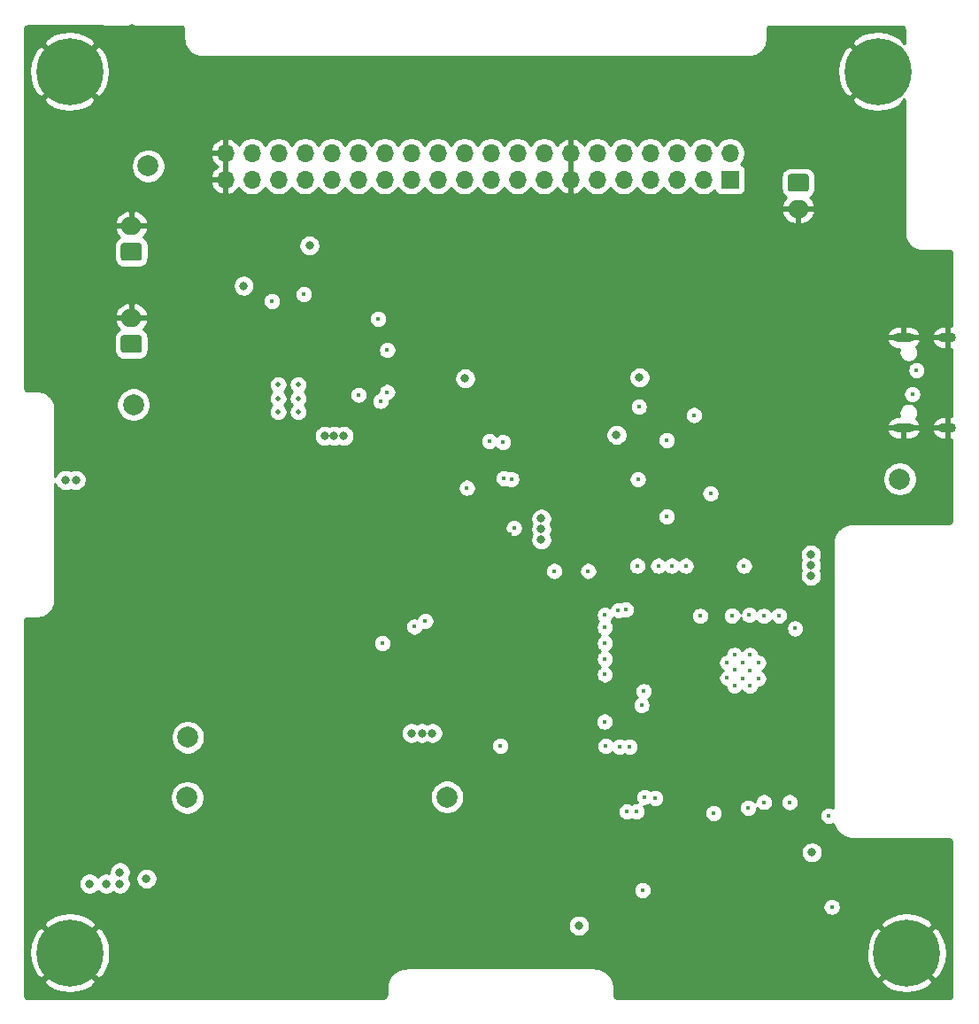
<source format=gbr>
G04 #@! TF.GenerationSoftware,KiCad,Pcbnew,(5.1.9)-1*
G04 #@! TF.CreationDate,2021-06-08T10:33:40+02:00*
G04 #@! TF.ProjectId,DynaQube,44796e61-5175-4626-952e-6b696361645f,v1.2*
G04 #@! TF.SameCoordinates,Original*
G04 #@! TF.FileFunction,Copper,L2,Inr*
G04 #@! TF.FilePolarity,Positive*
%FSLAX46Y46*%
G04 Gerber Fmt 4.6, Leading zero omitted, Abs format (unit mm)*
G04 Created by KiCad (PCBNEW (5.1.9)-1) date 2021-06-08 10:33:40*
%MOMM*%
%LPD*%
G01*
G04 APERTURE LIST*
G04 #@! TA.AperFunction,ComponentPad*
%ADD10O,1.700000X1.700000*%
G04 #@! TD*
G04 #@! TA.AperFunction,ComponentPad*
%ADD11R,1.700000X1.700000*%
G04 #@! TD*
G04 #@! TA.AperFunction,ComponentPad*
%ADD12C,2.000000*%
G04 #@! TD*
G04 #@! TA.AperFunction,ComponentPad*
%ADD13C,0.500000*%
G04 #@! TD*
G04 #@! TA.AperFunction,ComponentPad*
%ADD14O,2.000000X1.700000*%
G04 #@! TD*
G04 #@! TA.AperFunction,ComponentPad*
%ADD15C,0.400000*%
G04 #@! TD*
G04 #@! TA.AperFunction,ComponentPad*
%ADD16O,1.700000X0.900000*%
G04 #@! TD*
G04 #@! TA.AperFunction,ComponentPad*
%ADD17O,2.000000X0.900000*%
G04 #@! TD*
G04 #@! TA.AperFunction,ComponentPad*
%ADD18C,6.400000*%
G04 #@! TD*
G04 #@! TA.AperFunction,ViaPad*
%ADD19C,0.800000*%
G04 #@! TD*
G04 #@! TA.AperFunction,ViaPad*
%ADD20C,0.450000*%
G04 #@! TD*
G04 #@! TA.AperFunction,Conductor*
%ADD21C,0.254000*%
G04 #@! TD*
G04 #@! TA.AperFunction,Conductor*
%ADD22C,0.100000*%
G04 #@! TD*
G04 APERTURE END LIST*
D10*
X47000000Y-60150000D03*
X47000000Y-62690000D03*
X49540000Y-60150000D03*
X49540000Y-62690000D03*
X52080000Y-60150000D03*
X52080000Y-62690000D03*
X54620000Y-60150000D03*
X54620000Y-62690000D03*
X57160000Y-60150000D03*
X57160000Y-62690000D03*
X59700000Y-60150000D03*
X59700000Y-62690000D03*
X62240000Y-60150000D03*
X62240000Y-62690000D03*
X64780000Y-60150000D03*
X64780000Y-62690000D03*
X67320000Y-60150000D03*
X67320000Y-62690000D03*
X69860000Y-60150000D03*
X69860000Y-62690000D03*
X72400000Y-60150000D03*
X72400000Y-62690000D03*
X74940000Y-60150000D03*
X74940000Y-62690000D03*
X77480000Y-60150000D03*
X77480000Y-62690000D03*
X80020000Y-60150000D03*
X80020000Y-62690000D03*
X82560000Y-60150000D03*
X82560000Y-62690000D03*
X85100000Y-60150000D03*
X85100000Y-62690000D03*
X87640000Y-60150000D03*
X87640000Y-62690000D03*
X90180000Y-60150000D03*
X90180000Y-62690000D03*
X92720000Y-60150000D03*
X92720000Y-62690000D03*
X95260000Y-60150000D03*
D11*
X95260000Y-62690000D03*
D12*
X38200000Y-84200000D03*
X39600000Y-61400000D03*
D13*
X53955000Y-84900000D03*
X52045000Y-84900000D03*
X53955000Y-83600000D03*
X52045000Y-83600000D03*
X53955000Y-82300000D03*
X52045000Y-82300000D03*
D14*
X101800000Y-65500000D03*
G04 #@! TA.AperFunction,ComponentPad*
G36*
G01*
X101050000Y-62150000D02*
X102550000Y-62150000D01*
G75*
G02*
X102800000Y-62400000I0J-250000D01*
G01*
X102800000Y-63600000D01*
G75*
G02*
X102550000Y-63850000I-250000J0D01*
G01*
X101050000Y-63850000D01*
G75*
G02*
X100800000Y-63600000I0J250000D01*
G01*
X100800000Y-62400000D01*
G75*
G02*
X101050000Y-62150000I250000J0D01*
G01*
G37*
G04 #@! TD.AperFunction*
D15*
X95693200Y-109573200D03*
X97166400Y-109624000D03*
X96506000Y-110386000D03*
X96455200Y-108862000D03*
X95693200Y-108100000D03*
X94982000Y-108862000D03*
X94982000Y-110335200D03*
X95693200Y-111097200D03*
X97166400Y-111097200D03*
X97979200Y-110386000D03*
X97979200Y-108862000D03*
X97166400Y-108100000D03*
D12*
X68200000Y-121700000D03*
D16*
X116040000Y-77780000D03*
X116040000Y-86420000D03*
D17*
X111870000Y-77780000D03*
X111870000Y-86420000D03*
D12*
X111500000Y-91300000D03*
D14*
X38000000Y-75900000D03*
G04 #@! TA.AperFunction,ComponentPad*
G36*
G01*
X38750000Y-79250000D02*
X37250000Y-79250000D01*
G75*
G02*
X37000000Y-79000000I0J250000D01*
G01*
X37000000Y-77800000D01*
G75*
G02*
X37250000Y-77550000I250000J0D01*
G01*
X38750000Y-77550000D01*
G75*
G02*
X39000000Y-77800000I0J-250000D01*
G01*
X39000000Y-79000000D01*
G75*
G02*
X38750000Y-79250000I-250000J0D01*
G01*
G37*
G04 #@! TD.AperFunction*
X38000000Y-67100000D03*
G04 #@! TA.AperFunction,ComponentPad*
G36*
G01*
X38750000Y-70450000D02*
X37250000Y-70450000D01*
G75*
G02*
X37000000Y-70200000I0J250000D01*
G01*
X37000000Y-69000000D01*
G75*
G02*
X37250000Y-68750000I250000J0D01*
G01*
X38750000Y-68750000D01*
G75*
G02*
X39000000Y-69000000I0J-250000D01*
G01*
X39000000Y-70200000D01*
G75*
G02*
X38750000Y-70450000I-250000J0D01*
G01*
G37*
G04 #@! TD.AperFunction*
D12*
X43400000Y-116000000D03*
X43350000Y-121750000D03*
D18*
X32100000Y-52350000D03*
X32130000Y-136600000D03*
X112150000Y-136610000D03*
X109400000Y-52350000D03*
D19*
X87300000Y-131750000D03*
X108300000Y-84000000D03*
X108300000Y-80800000D03*
X90900000Y-125800000D03*
D20*
X72471125Y-97118839D03*
X74200000Y-96550000D03*
D19*
X88000000Y-105000000D03*
X88000000Y-106900000D03*
X88100000Y-114000000D03*
X88100000Y-116000000D03*
X91000000Y-105000000D03*
X94000000Y-105000000D03*
X98500000Y-116000000D03*
X98500000Y-114000000D03*
X94000000Y-114000000D03*
X94000000Y-116000000D03*
X92100000Y-111000000D03*
X84400000Y-107800000D03*
X87600000Y-96100000D03*
X93200000Y-86200000D03*
X86500000Y-90200000D03*
X76000000Y-91800000D03*
X46000000Y-103600000D03*
X47200000Y-103600000D03*
X48400000Y-103600000D03*
X49600000Y-103600000D03*
X50800000Y-103600000D03*
X35800000Y-86600000D03*
X39400000Y-86600000D03*
X38200000Y-86600000D03*
X37000000Y-86600000D03*
X34600000Y-86600000D03*
X37400000Y-99000000D03*
X38400000Y-99000000D03*
X39400000Y-99000000D03*
X40400000Y-99000000D03*
X92600000Y-96600000D03*
X58500000Y-94400000D03*
D20*
X57100000Y-85200000D03*
X90200000Y-121200000D03*
X98500000Y-123100000D03*
X92700000Y-121200000D03*
D19*
X38100000Y-137160000D03*
X43180000Y-137160000D03*
X48260000Y-137160000D03*
X53340000Y-137160000D03*
X58420000Y-137160000D03*
X63500000Y-137160000D03*
X68580000Y-137160000D03*
X73660000Y-137160000D03*
X78740000Y-137160000D03*
X83820000Y-137160000D03*
X91440000Y-137160000D03*
X43180000Y-132080000D03*
X38100000Y-132080000D03*
X33020000Y-132080000D03*
X48260000Y-132080000D03*
X58420000Y-132080000D03*
X63500000Y-132080000D03*
X68580000Y-132080000D03*
X73660000Y-132080000D03*
X78740000Y-132080000D03*
X83820000Y-132080000D03*
X73660000Y-127000000D03*
X78740000Y-127000000D03*
X73660000Y-121920000D03*
X68580000Y-116840000D03*
X58420000Y-111760000D03*
X68580000Y-111760000D03*
X63500000Y-111760000D03*
X53340000Y-111760000D03*
X48260000Y-111760000D03*
X43180000Y-111760000D03*
X38100000Y-111760000D03*
X33020000Y-111760000D03*
X48260000Y-106680000D03*
X53340000Y-106680000D03*
X33020000Y-106680000D03*
X53340000Y-101600000D03*
X53300000Y-95800000D03*
X53340000Y-91440000D03*
X48260000Y-91440000D03*
X73660000Y-73660000D03*
X38100000Y-48260000D03*
X30480000Y-58420000D03*
X101600000Y-58420000D03*
X106680000Y-58420000D03*
X101600000Y-53340000D03*
X106680000Y-63500000D03*
X106680000Y-68580000D03*
X106680000Y-73660000D03*
X111760000Y-73660000D03*
X106680000Y-91440000D03*
X101600000Y-88900000D03*
X73660000Y-66040000D03*
X88900000Y-68580000D03*
X93980000Y-73660000D03*
D20*
X84650000Y-118000000D03*
X100800000Y-121000000D03*
X73400000Y-93600000D03*
X94750000Y-121250000D03*
D19*
X55550000Y-79300000D03*
X59850000Y-79300000D03*
D20*
X33150000Y-123500000D03*
D19*
X33150000Y-123500000D03*
X41500000Y-119650000D03*
X40700000Y-123450000D03*
X44000000Y-88000000D03*
X46000000Y-88000000D03*
X48000000Y-88000000D03*
X48000000Y-86000000D03*
X45000000Y-87000000D03*
X47000000Y-87000000D03*
X49000000Y-87000000D03*
X48250000Y-95750000D03*
X43250000Y-106750000D03*
X38000000Y-106750000D03*
X43000000Y-54500000D03*
X42750000Y-60250000D03*
X36250000Y-54500000D03*
X101500000Y-68500000D03*
X77250000Y-84000000D03*
X69750000Y-96000000D03*
X68750000Y-101000000D03*
X114750000Y-91250000D03*
X114750000Y-73500000D03*
X58250000Y-68000000D03*
X37750000Y-59000000D03*
X75750000Y-101000000D03*
X79250000Y-102750000D03*
X100000000Y-109500000D03*
X53250000Y-88000000D03*
X34500000Y-83500000D03*
X86250000Y-66750000D03*
X101750000Y-49000000D03*
X105250000Y-49000000D03*
X105000000Y-55750000D03*
X106750000Y-94500000D03*
X114750000Y-94500000D03*
X36900000Y-128900000D03*
X36900000Y-130000000D03*
X35600000Y-130000000D03*
X31700000Y-91400000D03*
X32700000Y-91400000D03*
X34000000Y-129999996D03*
X103000000Y-98540000D03*
X103000000Y-99550000D03*
X103000000Y-100550000D03*
X103099998Y-127000000D03*
X80800000Y-134000000D03*
D20*
X72250000Y-87700000D03*
D19*
X69926079Y-81700011D03*
D20*
X113100000Y-80900000D03*
X86800000Y-112950013D03*
X112700000Y-83200000D03*
X87000000Y-111600000D03*
D19*
X48750000Y-72850000D03*
X55050000Y-69000000D03*
D20*
X91800006Y-85200000D03*
X66125259Y-104882781D03*
X83370906Y-116820917D03*
X93400000Y-92700000D03*
X65078673Y-105421150D03*
X84700000Y-116900004D03*
D19*
X64800000Y-115600000D03*
X65800000Y-115600000D03*
X66800000Y-115600000D03*
X77200000Y-96100000D03*
X77200000Y-97100000D03*
X77200000Y-95100000D03*
X84400000Y-87100000D03*
X84400000Y-87100000D03*
X86600000Y-81600000D03*
D20*
X86550000Y-84400000D03*
X86449989Y-91349989D03*
X74600000Y-96000000D03*
X78450000Y-100100000D03*
X104700000Y-123500000D03*
X105000000Y-132199996D03*
X98500000Y-122199996D03*
X97000000Y-122725010D03*
X88100000Y-121800000D03*
X87086173Y-121701015D03*
X85650000Y-116900002D03*
X83250000Y-114500002D03*
X83300000Y-110000000D03*
X83300000Y-108500000D03*
X83300000Y-107000000D03*
X83300000Y-105500000D03*
X83300000Y-104300004D03*
X81700000Y-100100000D03*
X84582361Y-103852503D03*
X85300024Y-103794632D03*
X86399996Y-99600000D03*
X88400000Y-99600000D03*
X89700011Y-99600009D03*
X91023928Y-99600009D03*
X92400000Y-104400000D03*
X96600000Y-99600000D03*
X95450000Y-104350000D03*
X97100000Y-104300000D03*
X98500000Y-104400000D03*
X99950000Y-104350000D03*
X101499990Y-105600000D03*
X86900000Y-130600000D03*
X61837248Y-83857082D03*
X62474990Y-78974564D03*
X85400000Y-123100002D03*
X59734992Y-83265008D03*
X62474990Y-83000000D03*
X61600000Y-76000000D03*
X86300000Y-123100000D03*
X93700000Y-123250020D03*
X62000000Y-107000000D03*
X100949990Y-122199998D03*
D19*
X39450000Y-129500000D03*
D20*
X73550000Y-87800000D03*
X73641256Y-91233734D03*
X74350000Y-91325000D03*
X70100000Y-92150014D03*
X89200000Y-87600000D03*
X89200000Y-94900000D03*
D19*
X56500000Y-87200000D03*
X57400000Y-87200000D03*
X58300000Y-87200000D03*
D20*
X73300004Y-116800000D03*
X51450000Y-74300000D03*
X54500000Y-73650000D03*
D21*
X42668514Y-48034981D02*
X42822371Y-48048094D01*
X42871480Y-48068436D01*
X42927305Y-48111271D01*
X42970137Y-48167092D01*
X42997064Y-48232097D01*
X43012020Y-48345701D01*
X43002426Y-49156213D01*
X42999738Y-49172493D01*
X43001571Y-49228472D01*
X43001337Y-49248199D01*
X43002751Y-49264538D01*
X43003288Y-49280937D01*
X43005864Y-49300505D01*
X43010693Y-49356297D01*
X43015295Y-49372141D01*
X43040506Y-49563636D01*
X43046422Y-49623702D01*
X43060450Y-49669945D01*
X43071425Y-49717016D01*
X43096337Y-49771999D01*
X43187031Y-49990950D01*
X43208297Y-50047452D01*
X43233817Y-50088492D01*
X43256601Y-50131118D01*
X43294901Y-50177787D01*
X43439166Y-50365796D01*
X43474329Y-50414866D01*
X43509604Y-50447905D01*
X43542643Y-50483180D01*
X43591710Y-50518341D01*
X43779729Y-50662613D01*
X43826394Y-50700910D01*
X43869016Y-50723692D01*
X43910055Y-50749212D01*
X43966540Y-50770472D01*
X44185512Y-50861172D01*
X44240493Y-50886084D01*
X44287558Y-50897058D01*
X44333808Y-50911088D01*
X44393887Y-50917005D01*
X44581648Y-50941724D01*
X44593853Y-50945404D01*
X44653313Y-50951159D01*
X44676571Y-50954221D01*
X44689230Y-50954635D01*
X44701851Y-50955857D01*
X44725331Y-50955817D01*
X44785015Y-50957771D01*
X44797591Y-50955695D01*
X44881169Y-50955553D01*
X44885477Y-50955919D01*
X44917300Y-50955492D01*
X44949058Y-50955438D01*
X44953351Y-50955008D01*
X44991702Y-50954493D01*
X96855078Y-50954600D01*
X97044701Y-50955508D01*
X97058408Y-50957771D01*
X97116966Y-50955854D01*
X97139297Y-50955961D01*
X97153051Y-50954673D01*
X97166852Y-50954221D01*
X97188982Y-50951308D01*
X97247327Y-50945843D01*
X97260642Y-50941873D01*
X97449538Y-50917005D01*
X97509615Y-50911088D01*
X97555863Y-50897059D01*
X97602931Y-50886084D01*
X97657912Y-50861172D01*
X97876878Y-50770474D01*
X97933367Y-50749213D01*
X97974409Y-50723692D01*
X98017030Y-50700910D01*
X98063682Y-50662624D01*
X98251717Y-50518339D01*
X98300782Y-50483180D01*
X98333824Y-50447902D01*
X98369095Y-50414867D01*
X98404244Y-50365817D01*
X98548526Y-50177783D01*
X98586825Y-50131115D01*
X98609608Y-50088491D01*
X98635128Y-50047452D01*
X98656389Y-49990963D01*
X98747087Y-49771997D01*
X98771999Y-49717016D01*
X98782973Y-49669951D01*
X98797003Y-49623701D01*
X98802920Y-49563622D01*
X98827557Y-49376486D01*
X98831077Y-49364882D01*
X98836994Y-49304801D01*
X98840136Y-49280938D01*
X98840530Y-49268904D01*
X98841712Y-49256902D01*
X98841712Y-49232795D01*
X98843686Y-49172494D01*
X98841712Y-49160537D01*
X98841712Y-48338969D01*
X98856867Y-48223853D01*
X98882707Y-48161470D01*
X98923813Y-48107899D01*
X98977382Y-48066794D01*
X99013218Y-48051950D01*
X99320030Y-48035223D01*
X111719805Y-48035001D01*
X111796017Y-48066572D01*
X111849585Y-48107679D01*
X111890691Y-48161252D01*
X111916528Y-48223634D01*
X111931680Y-48338754D01*
X111931625Y-49638767D01*
X111921275Y-49649117D01*
X111561088Y-49159452D01*
X110897118Y-48799151D01*
X110175615Y-48575306D01*
X109424305Y-48496520D01*
X108672062Y-48565822D01*
X107947792Y-48780548D01*
X107279330Y-49132445D01*
X107238912Y-49159452D01*
X106878724Y-49649119D01*
X109400000Y-52170395D01*
X109414143Y-52156253D01*
X109593748Y-52335858D01*
X109579605Y-52350000D01*
X109593748Y-52364143D01*
X109414143Y-52543748D01*
X109400000Y-52529605D01*
X106878724Y-55050881D01*
X107238912Y-55540548D01*
X107902882Y-55900849D01*
X108624385Y-56124694D01*
X109375695Y-56203480D01*
X110127938Y-56134178D01*
X110852208Y-55919452D01*
X111520670Y-55567555D01*
X111561088Y-55540548D01*
X111921275Y-55050883D01*
X111931440Y-55061048D01*
X111931068Y-67720511D01*
X111929093Y-67732470D01*
X111931066Y-67792783D01*
X111931065Y-67816880D01*
X111932246Y-67828878D01*
X111932640Y-67840914D01*
X111935782Y-67864783D01*
X111941697Y-67924860D01*
X111945216Y-67936462D01*
X111969850Y-68123618D01*
X111975765Y-68183691D01*
X111989793Y-68229939D01*
X112000765Y-68277003D01*
X112025673Y-68331981D01*
X112116366Y-68550949D01*
X112137630Y-68607451D01*
X112163157Y-68648505D01*
X112185933Y-68691118D01*
X112224210Y-68737761D01*
X112368500Y-68925814D01*
X112403658Y-68974880D01*
X112438931Y-69007919D01*
X112471968Y-69043194D01*
X112521045Y-69078364D01*
X112709068Y-69222649D01*
X112755719Y-69260936D01*
X112798338Y-69283718D01*
X112839382Y-69309242D01*
X112895885Y-69330510D01*
X113114848Y-69421215D01*
X113169819Y-69446124D01*
X113216883Y-69457100D01*
X113263134Y-69471131D01*
X113323197Y-69477049D01*
X113510363Y-69501695D01*
X113521969Y-69505216D01*
X113582032Y-69511133D01*
X113605902Y-69514276D01*
X113617948Y-69514671D01*
X113629949Y-69515853D01*
X113654034Y-69515853D01*
X113714347Y-69517830D01*
X113726314Y-69515855D01*
X116188530Y-69515897D01*
X116303658Y-69531053D01*
X116366040Y-69556893D01*
X116419610Y-69597998D01*
X116460716Y-69651568D01*
X116486556Y-69713951D01*
X116501700Y-69828987D01*
X116500101Y-76695000D01*
X116167000Y-76695000D01*
X116167000Y-77653000D01*
X116187000Y-77653000D01*
X116187000Y-77907000D01*
X116167000Y-77907000D01*
X116167000Y-78865000D01*
X116499596Y-78865000D01*
X116498089Y-85335000D01*
X116167000Y-85335000D01*
X116167000Y-86293000D01*
X116187000Y-86293000D01*
X116187000Y-86547000D01*
X116167000Y-86547000D01*
X116167000Y-87505000D01*
X116497584Y-87505000D01*
X116495808Y-95131530D01*
X116476552Y-95277793D01*
X116438724Y-95369118D01*
X116378549Y-95447539D01*
X116300126Y-95507716D01*
X116208800Y-95545544D01*
X116062627Y-95564789D01*
X106948828Y-95564789D01*
X106939231Y-95563141D01*
X106876556Y-95564789D01*
X106850081Y-95564789D01*
X106840439Y-95565739D01*
X106830767Y-95565993D01*
X106804535Y-95569275D01*
X106742101Y-95575424D01*
X106733711Y-95577969D01*
X106729881Y-95578615D01*
X106709576Y-95581155D01*
X106694306Y-95584612D01*
X106686017Y-95586009D01*
X106671094Y-95587652D01*
X106650436Y-95592008D01*
X106629620Y-95595517D01*
X106615134Y-95599451D01*
X106607415Y-95601079D01*
X106592459Y-95603351D01*
X106572136Y-95608517D01*
X106551588Y-95612850D01*
X106537143Y-95617413D01*
X106528576Y-95619591D01*
X106512860Y-95622683D01*
X106493582Y-95628487D01*
X106474095Y-95633441D01*
X106459050Y-95638884D01*
X106450848Y-95641353D01*
X106436456Y-95644791D01*
X106416303Y-95651754D01*
X106395885Y-95657901D01*
X106382200Y-95663536D01*
X106375145Y-95665973D01*
X106360752Y-95670036D01*
X106341034Y-95677758D01*
X106321026Y-95684671D01*
X106307441Y-95690915D01*
X106299492Y-95694028D01*
X106284418Y-95698994D01*
X106265902Y-95707183D01*
X106247044Y-95714569D01*
X106232897Y-95721781D01*
X106224611Y-95725446D01*
X106210150Y-95730893D01*
X106191611Y-95740041D01*
X106172710Y-95748401D01*
X106159262Y-95756004D01*
X106151898Y-95759638D01*
X106138080Y-95765497D01*
X106119545Y-95775603D01*
X106100606Y-95784949D01*
X106087859Y-95792880D01*
X106080812Y-95796722D01*
X106066989Y-95803274D01*
X106049138Y-95813993D01*
X106030851Y-95823964D01*
X106018201Y-95832570D01*
X106010859Y-95836978D01*
X105997104Y-95844224D01*
X105979926Y-95855553D01*
X105962282Y-95866147D01*
X105949802Y-95875418D01*
X105942625Y-95880151D01*
X105929394Y-95887840D01*
X105912508Y-95900012D01*
X105895122Y-95911478D01*
X105883230Y-95921118D01*
X105876794Y-95925757D01*
X105864208Y-95933770D01*
X105847502Y-95946873D01*
X105830307Y-95959268D01*
X105819134Y-95969122D01*
X105812908Y-95974006D01*
X105800364Y-95982744D01*
X105784516Y-95996274D01*
X105768119Y-96009134D01*
X105757072Y-96019702D01*
X105750523Y-96025294D01*
X105738077Y-96034774D01*
X105723069Y-96048731D01*
X105707495Y-96062027D01*
X105696655Y-96073296D01*
X105690329Y-96079179D01*
X105678574Y-96088930D01*
X105663904Y-96103755D01*
X105648640Y-96117950D01*
X105638532Y-96129394D01*
X105632731Y-96135256D01*
X105621424Y-96145453D01*
X105607350Y-96160904D01*
X105592652Y-96175757D01*
X105583056Y-96187575D01*
X105577400Y-96193785D01*
X105566371Y-96204605D01*
X105553111Y-96220450D01*
X105539188Y-96235736D01*
X105529949Y-96248130D01*
X105524494Y-96254648D01*
X105514023Y-96265812D01*
X105501341Y-96282315D01*
X105487979Y-96298283D01*
X105479353Y-96310930D01*
X105474314Y-96317487D01*
X105464365Y-96329015D01*
X105452329Y-96346096D01*
X105439594Y-96362669D01*
X105431543Y-96375597D01*
X105426745Y-96382405D01*
X105417185Y-96394468D01*
X105405963Y-96411899D01*
X105394022Y-96428846D01*
X105386432Y-96442237D01*
X105381811Y-96449415D01*
X105372760Y-96461872D01*
X105362277Y-96479758D01*
X105351058Y-96497184D01*
X105344033Y-96510884D01*
X105339780Y-96518141D01*
X105331334Y-96530840D01*
X105321538Y-96549264D01*
X105310985Y-96567268D01*
X105304598Y-96581122D01*
X105300771Y-96588319D01*
X105292907Y-96601270D01*
X105283828Y-96620183D01*
X105273983Y-96638699D01*
X105268217Y-96652706D01*
X105264720Y-96659991D01*
X105257365Y-96673315D01*
X105249104Y-96692522D01*
X105240058Y-96711367D01*
X105234850Y-96725663D01*
X105231498Y-96733456D01*
X105224543Y-96747425D01*
X105217242Y-96766603D01*
X105209134Y-96785453D01*
X105204403Y-96800325D01*
X105201335Y-96808384D01*
X105195107Y-96822310D01*
X105188495Y-96842109D01*
X105181070Y-96861610D01*
X105177067Y-96876325D01*
X105174486Y-96884054D01*
X105168891Y-96898084D01*
X105163061Y-96918262D01*
X105156402Y-96938200D01*
X105153042Y-96952937D01*
X105150758Y-96960842D01*
X105145637Y-96975439D01*
X105140741Y-96995511D01*
X105135007Y-97015357D01*
X105132191Y-97030566D01*
X105130158Y-97038901D01*
X105125670Y-97053640D01*
X105121604Y-97073969D01*
X105116696Y-97094092D01*
X105114531Y-97109334D01*
X105112892Y-97117534D01*
X105109069Y-97132240D01*
X105105813Y-97152926D01*
X105101709Y-97173447D01*
X105100205Y-97188560D01*
X105098922Y-97196708D01*
X105095685Y-97211704D01*
X105093313Y-97232347D01*
X105090082Y-97252873D01*
X105089193Y-97268193D01*
X105088243Y-97276461D01*
X105085644Y-97291500D01*
X105084122Y-97312318D01*
X105081741Y-97333040D01*
X105081493Y-97348289D01*
X105080879Y-97356688D01*
X105078892Y-97371981D01*
X105078249Y-97392669D01*
X105076740Y-97413319D01*
X105077129Y-97428741D01*
X105076773Y-97440182D01*
X105075319Y-97458447D01*
X105075653Y-97476265D01*
X105075100Y-97494055D01*
X105076328Y-97512319D01*
X105077036Y-97550155D01*
X105077095Y-122725340D01*
X104950853Y-122673049D01*
X104784703Y-122640000D01*
X104615297Y-122640000D01*
X104449147Y-122673049D01*
X104292637Y-122737878D01*
X104151782Y-122831995D01*
X104031995Y-122951782D01*
X103937878Y-123092637D01*
X103873049Y-123249147D01*
X103840000Y-123415297D01*
X103840000Y-123584703D01*
X103873049Y-123750853D01*
X103937878Y-123907363D01*
X104031995Y-124048218D01*
X104151782Y-124168005D01*
X104292637Y-124262122D01*
X104449147Y-124326951D01*
X104615297Y-124360000D01*
X104784703Y-124360000D01*
X104950853Y-124326951D01*
X105107363Y-124262122D01*
X105136408Y-124242714D01*
X105137076Y-124245333D01*
X105140014Y-124260359D01*
X105145992Y-124280302D01*
X105151134Y-124300467D01*
X105156351Y-124314855D01*
X105158746Y-124322847D01*
X105162311Y-124337753D01*
X105169106Y-124357405D01*
X105175079Y-124377330D01*
X105180899Y-124391511D01*
X105183596Y-124399312D01*
X105187736Y-124413929D01*
X105195387Y-124433412D01*
X105202228Y-124453198D01*
X105208577Y-124467002D01*
X105211602Y-124474705D01*
X105216387Y-124489259D01*
X105224787Y-124508281D01*
X105232390Y-124527644D01*
X105239361Y-124541288D01*
X105242802Y-124549080D01*
X105248231Y-124563522D01*
X105257372Y-124582077D01*
X105265735Y-124601016D01*
X105273325Y-124614459D01*
X105277119Y-124622159D01*
X105283147Y-124636358D01*
X105293066Y-124654529D01*
X105302214Y-124673098D01*
X105310353Y-124686198D01*
X105314335Y-124693494D01*
X105320839Y-124707210D01*
X105331617Y-124725152D01*
X105341654Y-124743540D01*
X105350205Y-124756097D01*
X105354403Y-124763085D01*
X105361503Y-124776585D01*
X105372987Y-124794024D01*
X105383732Y-124811911D01*
X105392825Y-124824146D01*
X105397460Y-124831185D01*
X105405217Y-124844542D01*
X105417307Y-124861322D01*
X105428679Y-124878591D01*
X105438397Y-124890595D01*
X105443231Y-124897305D01*
X105451343Y-124910039D01*
X105464317Y-124926572D01*
X105476607Y-124943630D01*
X105486596Y-124954961D01*
X105491889Y-124961706D01*
X105500891Y-124974589D01*
X105514162Y-124990089D01*
X105526762Y-125006145D01*
X105537630Y-125017499D01*
X105543034Y-125023811D01*
X105552052Y-125035663D01*
X105566492Y-125051209D01*
X105580305Y-125067341D01*
X105591061Y-125077657D01*
X105596636Y-125083659D01*
X105606559Y-125095618D01*
X105621189Y-125110090D01*
X105635197Y-125125171D01*
X105646842Y-125135469D01*
X105652940Y-125141501D01*
X105663214Y-125152883D01*
X105678592Y-125166878D01*
X105693374Y-125181501D01*
X105705279Y-125191164D01*
X105711193Y-125196546D01*
X105721662Y-125207237D01*
X105737894Y-125220845D01*
X105753540Y-125235084D01*
X105765527Y-125244012D01*
X105772018Y-125249454D01*
X105783491Y-125260209D01*
X105799652Y-125272622D01*
X105815288Y-125285730D01*
X105828285Y-125294612D01*
X105834893Y-125299688D01*
X105846172Y-125309434D01*
X105863512Y-125321668D01*
X105880340Y-125334593D01*
X105892993Y-125342469D01*
X105899884Y-125347331D01*
X105912259Y-125357130D01*
X105929376Y-125368139D01*
X105945995Y-125379865D01*
X105959715Y-125387653D01*
X105966744Y-125392173D01*
X105978750Y-125400916D01*
X105997084Y-125411688D01*
X106014972Y-125423193D01*
X106028196Y-125429967D01*
X106035511Y-125434264D01*
X106048759Y-125443062D01*
X106066636Y-125452551D01*
X106084069Y-125462794D01*
X106098492Y-125469462D01*
X106106073Y-125473486D01*
X106118864Y-125481249D01*
X106137929Y-125490396D01*
X106156621Y-125500318D01*
X106170472Y-125506009D01*
X106177693Y-125509473D01*
X106191114Y-125516873D01*
X106210238Y-125525087D01*
X106228988Y-125534083D01*
X106243377Y-125539322D01*
X106250952Y-125542575D01*
X106264537Y-125549350D01*
X106284085Y-125556807D01*
X106303334Y-125565075D01*
X106317819Y-125569676D01*
X106325753Y-125572702D01*
X106339987Y-125579063D01*
X106359483Y-125585569D01*
X106378664Y-125592886D01*
X106393689Y-125596984D01*
X106402034Y-125599769D01*
X106416411Y-125605481D01*
X106436234Y-125611182D01*
X106455833Y-125617722D01*
X106470941Y-125621162D01*
X106478324Y-125623286D01*
X106492003Y-125628106D01*
X106513019Y-125633263D01*
X106533789Y-125639236D01*
X106548037Y-125641856D01*
X106555910Y-125643788D01*
X106571065Y-125648405D01*
X106590928Y-125652381D01*
X106610632Y-125657216D01*
X106626334Y-125659468D01*
X106635443Y-125661291D01*
X106650665Y-125665227D01*
X106670825Y-125668374D01*
X106690830Y-125672378D01*
X106706473Y-125673938D01*
X106714673Y-125675218D01*
X106729181Y-125678350D01*
X106750300Y-125680778D01*
X106771331Y-125684061D01*
X106786164Y-125684902D01*
X106793537Y-125685750D01*
X106808186Y-125688299D01*
X106829397Y-125689873D01*
X106850517Y-125692302D01*
X106865378Y-125692544D01*
X106874133Y-125693194D01*
X106890194Y-125695266D01*
X106910130Y-125695866D01*
X106929997Y-125697341D01*
X106946175Y-125696952D01*
X106957680Y-125697298D01*
X106975191Y-125698711D01*
X106993738Y-125698384D01*
X107012281Y-125698942D01*
X107029809Y-125697747D01*
X107067251Y-125697086D01*
X116032206Y-125698385D01*
X116038527Y-125698575D01*
X116213532Y-125719446D01*
X116301121Y-125755727D01*
X116379953Y-125816216D01*
X116440444Y-125895050D01*
X116476202Y-125981377D01*
X116493846Y-126134057D01*
X116494560Y-126212244D01*
X116501687Y-140629674D01*
X116486556Y-140744611D01*
X116460716Y-140806994D01*
X116419611Y-140860563D01*
X116366041Y-140901668D01*
X116299899Y-140929065D01*
X116184514Y-140945536D01*
X84618384Y-140945796D01*
X84472207Y-140926552D01*
X84380882Y-140888724D01*
X84302461Y-140828549D01*
X84242284Y-140750126D01*
X84204456Y-140658800D01*
X84185211Y-140512627D01*
X84185211Y-139898828D01*
X84186859Y-139889231D01*
X84185211Y-139826556D01*
X84185211Y-139800081D01*
X84184261Y-139790439D01*
X84184007Y-139780767D01*
X84180725Y-139754535D01*
X84174576Y-139692101D01*
X84172031Y-139683711D01*
X84171385Y-139679881D01*
X84168845Y-139659576D01*
X84165388Y-139644306D01*
X84163991Y-139636017D01*
X84162348Y-139621094D01*
X84157992Y-139600436D01*
X84154483Y-139579620D01*
X84150549Y-139565134D01*
X84148921Y-139557415D01*
X84146649Y-139542459D01*
X84141483Y-139522136D01*
X84137150Y-139501588D01*
X84132587Y-139487143D01*
X84130409Y-139478576D01*
X84127317Y-139462860D01*
X84121513Y-139443582D01*
X84116559Y-139424095D01*
X84111116Y-139409050D01*
X84108647Y-139400848D01*
X84105209Y-139386456D01*
X84098246Y-139366303D01*
X84092099Y-139345885D01*
X84086464Y-139332200D01*
X84084027Y-139325145D01*
X84080001Y-139310881D01*
X109628724Y-139310881D01*
X109988912Y-139800548D01*
X110652882Y-140160849D01*
X111374385Y-140384694D01*
X112125695Y-140463480D01*
X112877938Y-140394178D01*
X113602208Y-140179452D01*
X114270670Y-139827555D01*
X114311088Y-139800548D01*
X114671276Y-139310881D01*
X112150000Y-136789605D01*
X109628724Y-139310881D01*
X84080001Y-139310881D01*
X84079964Y-139310752D01*
X84072242Y-139291034D01*
X84065329Y-139271026D01*
X84059085Y-139257441D01*
X84055972Y-139249492D01*
X84051006Y-139234418D01*
X84042817Y-139215902D01*
X84035431Y-139197044D01*
X84028219Y-139182897D01*
X84024554Y-139174611D01*
X84019107Y-139160150D01*
X84009959Y-139141611D01*
X84001599Y-139122710D01*
X83993996Y-139109262D01*
X83990362Y-139101898D01*
X83984503Y-139088080D01*
X83974397Y-139069545D01*
X83965051Y-139050606D01*
X83957120Y-139037859D01*
X83953278Y-139030812D01*
X83946726Y-139016989D01*
X83936007Y-138999138D01*
X83926036Y-138980851D01*
X83917430Y-138968201D01*
X83913022Y-138960859D01*
X83905776Y-138947104D01*
X83894447Y-138929926D01*
X83883853Y-138912282D01*
X83874582Y-138899802D01*
X83869849Y-138892625D01*
X83862160Y-138879394D01*
X83849988Y-138862508D01*
X83838522Y-138845122D01*
X83828882Y-138833230D01*
X83824243Y-138826794D01*
X83816230Y-138814208D01*
X83803127Y-138797502D01*
X83790732Y-138780307D01*
X83780878Y-138769134D01*
X83775994Y-138762908D01*
X83767256Y-138750364D01*
X83753726Y-138734516D01*
X83740866Y-138718119D01*
X83730298Y-138707072D01*
X83724706Y-138700523D01*
X83715226Y-138688077D01*
X83701269Y-138673069D01*
X83687973Y-138657495D01*
X83676704Y-138646655D01*
X83670821Y-138640329D01*
X83661070Y-138628574D01*
X83646245Y-138613904D01*
X83632050Y-138598640D01*
X83620606Y-138588532D01*
X83614744Y-138582731D01*
X83604547Y-138571424D01*
X83589096Y-138557350D01*
X83574243Y-138542652D01*
X83562425Y-138533056D01*
X83556215Y-138527400D01*
X83545395Y-138516371D01*
X83529550Y-138503111D01*
X83514264Y-138489188D01*
X83501870Y-138479949D01*
X83495352Y-138474494D01*
X83484188Y-138464023D01*
X83467685Y-138451341D01*
X83451717Y-138437979D01*
X83439070Y-138429353D01*
X83432513Y-138424314D01*
X83420985Y-138414365D01*
X83403904Y-138402329D01*
X83387331Y-138389594D01*
X83374403Y-138381543D01*
X83367595Y-138376745D01*
X83355532Y-138367185D01*
X83338101Y-138355963D01*
X83321154Y-138344022D01*
X83307763Y-138336432D01*
X83300585Y-138331811D01*
X83288128Y-138322760D01*
X83270242Y-138312277D01*
X83252816Y-138301058D01*
X83239116Y-138294033D01*
X83231859Y-138289780D01*
X83219160Y-138281334D01*
X83200736Y-138271538D01*
X83182732Y-138260985D01*
X83168878Y-138254598D01*
X83161681Y-138250771D01*
X83148730Y-138242907D01*
X83129817Y-138233828D01*
X83111301Y-138223983D01*
X83097294Y-138218217D01*
X83090009Y-138214720D01*
X83076685Y-138207365D01*
X83057478Y-138199104D01*
X83038633Y-138190058D01*
X83024337Y-138184850D01*
X83016544Y-138181498D01*
X83002575Y-138174543D01*
X82983397Y-138167242D01*
X82964547Y-138159134D01*
X82949675Y-138154403D01*
X82941616Y-138151335D01*
X82927690Y-138145107D01*
X82907891Y-138138495D01*
X82888390Y-138131070D01*
X82873675Y-138127067D01*
X82865946Y-138124486D01*
X82851916Y-138118891D01*
X82831738Y-138113061D01*
X82811800Y-138106402D01*
X82797063Y-138103042D01*
X82789158Y-138100758D01*
X82774561Y-138095637D01*
X82754489Y-138090741D01*
X82734643Y-138085007D01*
X82719434Y-138082191D01*
X82711099Y-138080158D01*
X82696360Y-138075670D01*
X82676031Y-138071604D01*
X82655908Y-138066696D01*
X82640666Y-138064531D01*
X82632466Y-138062892D01*
X82617760Y-138059069D01*
X82597074Y-138055813D01*
X82576553Y-138051709D01*
X82561440Y-138050205D01*
X82553292Y-138048922D01*
X82538296Y-138045685D01*
X82517653Y-138043313D01*
X82497127Y-138040082D01*
X82481807Y-138039193D01*
X82473539Y-138038243D01*
X82458500Y-138035644D01*
X82437682Y-138034122D01*
X82416960Y-138031741D01*
X82401711Y-138031493D01*
X82393312Y-138030879D01*
X82378019Y-138028892D01*
X82357331Y-138028249D01*
X82336681Y-138026740D01*
X82321259Y-138027129D01*
X82309818Y-138026773D01*
X82291553Y-138025319D01*
X82273735Y-138025653D01*
X82255945Y-138025100D01*
X82237681Y-138026328D01*
X82199843Y-138027036D01*
X64391812Y-138027097D01*
X64337569Y-138026345D01*
X64317173Y-138025191D01*
X64301493Y-138025845D01*
X64285801Y-138025627D01*
X64265446Y-138027347D01*
X64251963Y-138027909D01*
X64236627Y-138027681D01*
X64215892Y-138029412D01*
X64195127Y-138030278D01*
X64179956Y-138032413D01*
X64171703Y-138033103D01*
X64156444Y-138033509D01*
X64135760Y-138036104D01*
X64114971Y-138037840D01*
X64099946Y-138040597D01*
X64091759Y-138041624D01*
X64076484Y-138042668D01*
X64055944Y-138046118D01*
X64035297Y-138048708D01*
X64020379Y-138052091D01*
X64012010Y-138053496D01*
X63996714Y-138055186D01*
X63976418Y-138059474D01*
X63955970Y-138062908D01*
X63941123Y-138066930D01*
X63932973Y-138068652D01*
X63917901Y-138070953D01*
X63897691Y-138076106D01*
X63877262Y-138080422D01*
X63862709Y-138085026D01*
X63854678Y-138087073D01*
X63839642Y-138090013D01*
X63819686Y-138095995D01*
X63799533Y-138101134D01*
X63785151Y-138106349D01*
X63777150Y-138108747D01*
X63762247Y-138112311D01*
X63742594Y-138119106D01*
X63722671Y-138125079D01*
X63708492Y-138130898D01*
X63700693Y-138133594D01*
X63686071Y-138137736D01*
X63666582Y-138145389D01*
X63646803Y-138152228D01*
X63633004Y-138158575D01*
X63625299Y-138161600D01*
X63610740Y-138166387D01*
X63591711Y-138174790D01*
X63572356Y-138182390D01*
X63558713Y-138189360D01*
X63550916Y-138192803D01*
X63536478Y-138198231D01*
X63517924Y-138207372D01*
X63498984Y-138215735D01*
X63485541Y-138223325D01*
X63477841Y-138227119D01*
X63463642Y-138233147D01*
X63445471Y-138243066D01*
X63426902Y-138252214D01*
X63413803Y-138260352D01*
X63406505Y-138264336D01*
X63392790Y-138270839D01*
X63374848Y-138281617D01*
X63356460Y-138291654D01*
X63343903Y-138300205D01*
X63336915Y-138304403D01*
X63323415Y-138311503D01*
X63305976Y-138322987D01*
X63288089Y-138333732D01*
X63275854Y-138342825D01*
X63268811Y-138347463D01*
X63255459Y-138355217D01*
X63238687Y-138367300D01*
X63221409Y-138378679D01*
X63209401Y-138388400D01*
X63202699Y-138393229D01*
X63189961Y-138401343D01*
X63173427Y-138414318D01*
X63156370Y-138426607D01*
X63145039Y-138436596D01*
X63138294Y-138441889D01*
X63125411Y-138450891D01*
X63109911Y-138464162D01*
X63093855Y-138476762D01*
X63082500Y-138487631D01*
X63076189Y-138493034D01*
X63064337Y-138502052D01*
X63048791Y-138516492D01*
X63032659Y-138530305D01*
X63022343Y-138541061D01*
X63016351Y-138546626D01*
X63004382Y-138556558D01*
X62989899Y-138571198D01*
X62974829Y-138585197D01*
X62964536Y-138596837D01*
X62958496Y-138602943D01*
X62947117Y-138613214D01*
X62933124Y-138628590D01*
X62918499Y-138643374D01*
X62908836Y-138655279D01*
X62903454Y-138661193D01*
X62892763Y-138671662D01*
X62879155Y-138687894D01*
X62864916Y-138703540D01*
X62855987Y-138715528D01*
X62850545Y-138722019D01*
X62839791Y-138733491D01*
X62827378Y-138749652D01*
X62814270Y-138765288D01*
X62805388Y-138778285D01*
X62800313Y-138784892D01*
X62790566Y-138796172D01*
X62778330Y-138813514D01*
X62765407Y-138830340D01*
X62757533Y-138842990D01*
X62752666Y-138849888D01*
X62742870Y-138862259D01*
X62731865Y-138879368D01*
X62720135Y-138895994D01*
X62712345Y-138909718D01*
X62707824Y-138916746D01*
X62699084Y-138928750D01*
X62688318Y-138947074D01*
X62676807Y-138964971D01*
X62670029Y-138978203D01*
X62665736Y-138985511D01*
X62656938Y-138998759D01*
X62647448Y-139016637D01*
X62637206Y-139034069D01*
X62630540Y-139048489D01*
X62626514Y-139056073D01*
X62618751Y-139068864D01*
X62609608Y-139087920D01*
X62599682Y-139106620D01*
X62593989Y-139120476D01*
X62590527Y-139127692D01*
X62583127Y-139141114D01*
X62574913Y-139160238D01*
X62565917Y-139178988D01*
X62560678Y-139193377D01*
X62557428Y-139200945D01*
X62550650Y-139214536D01*
X62543190Y-139234092D01*
X62534925Y-139253334D01*
X62530325Y-139267816D01*
X62527299Y-139275750D01*
X62520937Y-139289986D01*
X62514429Y-139309487D01*
X62507114Y-139328664D01*
X62503017Y-139343686D01*
X62500232Y-139352031D01*
X62494519Y-139366410D01*
X62488817Y-139386239D01*
X62482278Y-139405833D01*
X62478839Y-139420936D01*
X62476714Y-139428324D01*
X62471894Y-139442002D01*
X62466739Y-139463012D01*
X62460764Y-139483788D01*
X62458142Y-139498045D01*
X62456214Y-139505903D01*
X62451595Y-139521065D01*
X62447616Y-139540945D01*
X62442785Y-139560632D01*
X62440535Y-139576320D01*
X62438709Y-139585441D01*
X62434773Y-139600665D01*
X62431626Y-139620829D01*
X62427622Y-139640831D01*
X62426063Y-139656471D01*
X62424782Y-139664673D01*
X62421650Y-139679181D01*
X62419222Y-139700299D01*
X62415939Y-139721331D01*
X62415098Y-139736165D01*
X62414250Y-139743536D01*
X62411701Y-139758186D01*
X62410126Y-139779399D01*
X62407698Y-139800518D01*
X62407456Y-139815378D01*
X62406806Y-139824132D01*
X62404734Y-139840194D01*
X62404134Y-139860131D01*
X62402659Y-139879998D01*
X62403048Y-139896175D01*
X62402702Y-139907680D01*
X62401289Y-139925191D01*
X62401616Y-139943737D01*
X62401058Y-139962280D01*
X62402253Y-139979808D01*
X62402897Y-140016320D01*
X62401643Y-140481251D01*
X62401425Y-140488528D01*
X62380554Y-140663533D01*
X62344274Y-140751120D01*
X62283784Y-140829952D01*
X62204951Y-140890443D01*
X62118622Y-140926202D01*
X61965943Y-140943846D01*
X61887982Y-140944558D01*
X28114898Y-140945737D01*
X27999776Y-140930585D01*
X27937390Y-140904746D01*
X27883819Y-140863642D01*
X27842712Y-140810075D01*
X27816869Y-140747692D01*
X27801783Y-140633130D01*
X27801918Y-140542404D01*
X27801971Y-140541862D01*
X27801971Y-140506412D01*
X27802024Y-140470744D01*
X27801971Y-140470199D01*
X27801972Y-139300881D01*
X29608724Y-139300881D01*
X29968912Y-139790548D01*
X30632882Y-140150849D01*
X31354385Y-140374694D01*
X32105695Y-140453480D01*
X32857938Y-140384178D01*
X33582208Y-140169452D01*
X34250670Y-139817555D01*
X34291088Y-139790548D01*
X34651276Y-139300881D01*
X32130000Y-136779605D01*
X29608724Y-139300881D01*
X27801972Y-139300881D01*
X27801976Y-136575695D01*
X28276520Y-136575695D01*
X28345822Y-137327938D01*
X28560548Y-138052208D01*
X28912445Y-138720670D01*
X28939452Y-138761088D01*
X29429119Y-139121276D01*
X31950395Y-136600000D01*
X32309605Y-136600000D01*
X34830881Y-139121276D01*
X35320548Y-138761088D01*
X35680849Y-138097118D01*
X35904694Y-137375615D01*
X35983480Y-136624305D01*
X35979923Y-136585695D01*
X108296520Y-136585695D01*
X108365822Y-137337938D01*
X108580548Y-138062208D01*
X108932445Y-138730670D01*
X108959452Y-138771088D01*
X109449119Y-139131276D01*
X111970395Y-136610000D01*
X112329605Y-136610000D01*
X114850881Y-139131276D01*
X115340548Y-138771088D01*
X115700849Y-138107118D01*
X115924694Y-137385615D01*
X116003480Y-136634305D01*
X115934178Y-135882062D01*
X115719452Y-135157792D01*
X115367555Y-134489330D01*
X115340548Y-134448912D01*
X114850881Y-134088724D01*
X112329605Y-136610000D01*
X111970395Y-136610000D01*
X109449119Y-134088724D01*
X108959452Y-134448912D01*
X108599151Y-135112882D01*
X108375306Y-135834385D01*
X108296520Y-136585695D01*
X35979923Y-136585695D01*
X35914178Y-135872062D01*
X35699452Y-135147792D01*
X35347555Y-134479330D01*
X35320548Y-134438912D01*
X34830881Y-134078724D01*
X32309605Y-136600000D01*
X31950395Y-136600000D01*
X29429119Y-134078724D01*
X28939452Y-134438912D01*
X28579151Y-135102882D01*
X28355306Y-135824385D01*
X28276520Y-136575695D01*
X27801976Y-136575695D01*
X27801979Y-133899119D01*
X29608724Y-133899119D01*
X32130000Y-136420395D01*
X34651276Y-133899119D01*
X34650498Y-133898061D01*
X79765000Y-133898061D01*
X79765000Y-134101939D01*
X79804774Y-134301898D01*
X79882795Y-134490256D01*
X79996063Y-134659774D01*
X80140226Y-134803937D01*
X80309744Y-134917205D01*
X80498102Y-134995226D01*
X80698061Y-135035000D01*
X80901939Y-135035000D01*
X81101898Y-134995226D01*
X81290256Y-134917205D01*
X81459774Y-134803937D01*
X81603937Y-134659774D01*
X81717205Y-134490256D01*
X81795226Y-134301898D01*
X81835000Y-134101939D01*
X81835000Y-133909119D01*
X109628724Y-133909119D01*
X112150000Y-136430395D01*
X114671276Y-133909119D01*
X114311088Y-133419452D01*
X113647118Y-133059151D01*
X112925615Y-132835306D01*
X112174305Y-132756520D01*
X111422062Y-132825822D01*
X110697792Y-133040548D01*
X110029330Y-133392445D01*
X109988912Y-133419452D01*
X109628724Y-133909119D01*
X81835000Y-133909119D01*
X81835000Y-133898061D01*
X81795226Y-133698102D01*
X81717205Y-133509744D01*
X81603937Y-133340226D01*
X81459774Y-133196063D01*
X81290256Y-133082795D01*
X81101898Y-133004774D01*
X80901939Y-132965000D01*
X80698061Y-132965000D01*
X80498102Y-133004774D01*
X80309744Y-133082795D01*
X80140226Y-133196063D01*
X79996063Y-133340226D01*
X79882795Y-133509744D01*
X79804774Y-133698102D01*
X79765000Y-133898061D01*
X34650498Y-133898061D01*
X34291088Y-133409452D01*
X33627118Y-133049151D01*
X32905615Y-132825306D01*
X32154305Y-132746520D01*
X31402062Y-132815822D01*
X30677792Y-133030548D01*
X30009330Y-133382445D01*
X29968912Y-133409452D01*
X29608724Y-133899119D01*
X27801979Y-133899119D01*
X27801981Y-132115293D01*
X104140000Y-132115293D01*
X104140000Y-132284699D01*
X104173049Y-132450849D01*
X104237878Y-132607359D01*
X104331995Y-132748214D01*
X104451782Y-132868001D01*
X104592637Y-132962118D01*
X104749147Y-133026947D01*
X104915297Y-133059996D01*
X105084703Y-133059996D01*
X105250853Y-133026947D01*
X105407363Y-132962118D01*
X105548218Y-132868001D01*
X105668005Y-132748214D01*
X105762122Y-132607359D01*
X105826951Y-132450849D01*
X105860000Y-132284699D01*
X105860000Y-132115293D01*
X105826951Y-131949143D01*
X105762122Y-131792633D01*
X105668005Y-131651778D01*
X105548218Y-131531991D01*
X105407363Y-131437874D01*
X105250853Y-131373045D01*
X105084703Y-131339996D01*
X104915297Y-131339996D01*
X104749147Y-131373045D01*
X104592637Y-131437874D01*
X104451782Y-131531991D01*
X104331995Y-131651778D01*
X104237878Y-131792633D01*
X104173049Y-131949143D01*
X104140000Y-132115293D01*
X27801981Y-132115293D01*
X27801985Y-129898057D01*
X32965000Y-129898057D01*
X32965000Y-130101935D01*
X33004774Y-130301894D01*
X33082795Y-130490252D01*
X33196063Y-130659770D01*
X33340226Y-130803933D01*
X33509744Y-130917201D01*
X33698102Y-130995222D01*
X33898061Y-131034996D01*
X34101939Y-131034996D01*
X34301898Y-130995222D01*
X34490256Y-130917201D01*
X34659774Y-130803933D01*
X34799998Y-130663709D01*
X34940226Y-130803937D01*
X35109744Y-130917205D01*
X35298102Y-130995226D01*
X35498061Y-131035000D01*
X35701939Y-131035000D01*
X35901898Y-130995226D01*
X36090256Y-130917205D01*
X36250000Y-130810468D01*
X36409744Y-130917205D01*
X36598102Y-130995226D01*
X36798061Y-131035000D01*
X37001939Y-131035000D01*
X37201898Y-130995226D01*
X37390256Y-130917205D01*
X37559774Y-130803937D01*
X37703937Y-130659774D01*
X37817205Y-130490256D01*
X37895226Y-130301898D01*
X37935000Y-130101939D01*
X37935000Y-129898061D01*
X37895226Y-129698102D01*
X37817205Y-129509744D01*
X37777285Y-129450000D01*
X37811989Y-129398061D01*
X38415000Y-129398061D01*
X38415000Y-129601939D01*
X38454774Y-129801898D01*
X38532795Y-129990256D01*
X38646063Y-130159774D01*
X38790226Y-130303937D01*
X38959744Y-130417205D01*
X39148102Y-130495226D01*
X39348061Y-130535000D01*
X39551939Y-130535000D01*
X39650993Y-130515297D01*
X86040000Y-130515297D01*
X86040000Y-130684703D01*
X86073049Y-130850853D01*
X86137878Y-131007363D01*
X86231995Y-131148218D01*
X86351782Y-131268005D01*
X86492637Y-131362122D01*
X86649147Y-131426951D01*
X86815297Y-131460000D01*
X86984703Y-131460000D01*
X87150853Y-131426951D01*
X87307363Y-131362122D01*
X87448218Y-131268005D01*
X87568005Y-131148218D01*
X87662122Y-131007363D01*
X87726951Y-130850853D01*
X87760000Y-130684703D01*
X87760000Y-130515297D01*
X87726951Y-130349147D01*
X87662122Y-130192637D01*
X87568005Y-130051782D01*
X87448218Y-129931995D01*
X87307363Y-129837878D01*
X87150853Y-129773049D01*
X86984703Y-129740000D01*
X86815297Y-129740000D01*
X86649147Y-129773049D01*
X86492637Y-129837878D01*
X86351782Y-129931995D01*
X86231995Y-130051782D01*
X86137878Y-130192637D01*
X86073049Y-130349147D01*
X86040000Y-130515297D01*
X39650993Y-130515297D01*
X39751898Y-130495226D01*
X39940256Y-130417205D01*
X40109774Y-130303937D01*
X40253937Y-130159774D01*
X40367205Y-129990256D01*
X40445226Y-129801898D01*
X40485000Y-129601939D01*
X40485000Y-129398061D01*
X40445226Y-129198102D01*
X40367205Y-129009744D01*
X40253937Y-128840226D01*
X40109774Y-128696063D01*
X39940256Y-128582795D01*
X39751898Y-128504774D01*
X39551939Y-128465000D01*
X39348061Y-128465000D01*
X39148102Y-128504774D01*
X38959744Y-128582795D01*
X38790226Y-128696063D01*
X38646063Y-128840226D01*
X38532795Y-129009744D01*
X38454774Y-129198102D01*
X38415000Y-129398061D01*
X37811989Y-129398061D01*
X37817205Y-129390256D01*
X37895226Y-129201898D01*
X37935000Y-129001939D01*
X37935000Y-128798061D01*
X37895226Y-128598102D01*
X37817205Y-128409744D01*
X37703937Y-128240226D01*
X37559774Y-128096063D01*
X37390256Y-127982795D01*
X37201898Y-127904774D01*
X37001939Y-127865000D01*
X36798061Y-127865000D01*
X36598102Y-127904774D01*
X36409744Y-127982795D01*
X36240226Y-128096063D01*
X36096063Y-128240226D01*
X35982795Y-128409744D01*
X35904774Y-128598102D01*
X35865000Y-128798061D01*
X35865000Y-128997435D01*
X35701939Y-128965000D01*
X35498061Y-128965000D01*
X35298102Y-129004774D01*
X35109744Y-129082795D01*
X34940226Y-129196063D01*
X34800002Y-129336287D01*
X34659774Y-129196059D01*
X34490256Y-129082791D01*
X34301898Y-129004770D01*
X34101939Y-128964996D01*
X33898061Y-128964996D01*
X33698102Y-129004770D01*
X33509744Y-129082791D01*
X33340226Y-129196059D01*
X33196063Y-129340222D01*
X33082795Y-129509740D01*
X33004774Y-129698098D01*
X32965000Y-129898057D01*
X27801985Y-129898057D01*
X27801989Y-126898061D01*
X102064998Y-126898061D01*
X102064998Y-127101939D01*
X102104772Y-127301898D01*
X102182793Y-127490256D01*
X102296061Y-127659774D01*
X102440224Y-127803937D01*
X102609742Y-127917205D01*
X102798100Y-127995226D01*
X102998059Y-128035000D01*
X103201937Y-128035000D01*
X103401896Y-127995226D01*
X103590254Y-127917205D01*
X103759772Y-127803937D01*
X103903935Y-127659774D01*
X104017203Y-127490256D01*
X104095224Y-127301898D01*
X104134998Y-127101939D01*
X104134998Y-126898061D01*
X104095224Y-126698102D01*
X104017203Y-126509744D01*
X103903935Y-126340226D01*
X103759772Y-126196063D01*
X103590254Y-126082795D01*
X103401896Y-126004774D01*
X103201937Y-125965000D01*
X102998059Y-125965000D01*
X102798100Y-126004774D01*
X102609742Y-126082795D01*
X102440224Y-126196063D01*
X102296061Y-126340226D01*
X102182793Y-126509744D01*
X102104772Y-126698102D01*
X102064998Y-126898061D01*
X27801989Y-126898061D01*
X27801997Y-121588967D01*
X41715000Y-121588967D01*
X41715000Y-121911033D01*
X41777832Y-122226912D01*
X41901082Y-122524463D01*
X42080013Y-122792252D01*
X42307748Y-123019987D01*
X42575537Y-123198918D01*
X42873088Y-123322168D01*
X43188967Y-123385000D01*
X43511033Y-123385000D01*
X43826912Y-123322168D01*
X44124463Y-123198918D01*
X44392252Y-123019987D01*
X44619987Y-122792252D01*
X44798918Y-122524463D01*
X44922168Y-122226912D01*
X44985000Y-121911033D01*
X44985000Y-121588967D01*
X44975055Y-121538967D01*
X66565000Y-121538967D01*
X66565000Y-121861033D01*
X66627832Y-122176912D01*
X66751082Y-122474463D01*
X66930013Y-122742252D01*
X67157748Y-122969987D01*
X67425537Y-123148918D01*
X67723088Y-123272168D01*
X68038967Y-123335000D01*
X68361033Y-123335000D01*
X68676912Y-123272168D01*
X68974463Y-123148918D01*
X69174437Y-123015299D01*
X84540000Y-123015299D01*
X84540000Y-123184705D01*
X84573049Y-123350855D01*
X84637878Y-123507365D01*
X84731995Y-123648220D01*
X84851782Y-123768007D01*
X84992637Y-123862124D01*
X85149147Y-123926953D01*
X85315297Y-123960002D01*
X85484703Y-123960002D01*
X85650853Y-123926953D01*
X85807363Y-123862124D01*
X85850001Y-123833634D01*
X85892637Y-123862122D01*
X86049147Y-123926951D01*
X86215297Y-123960000D01*
X86384703Y-123960000D01*
X86550853Y-123926951D01*
X86707363Y-123862122D01*
X86848218Y-123768005D01*
X86968005Y-123648218D01*
X87062122Y-123507363D01*
X87126951Y-123350853D01*
X87160000Y-123184703D01*
X87160000Y-123165317D01*
X92840000Y-123165317D01*
X92840000Y-123334723D01*
X92873049Y-123500873D01*
X92937878Y-123657383D01*
X93031995Y-123798238D01*
X93151782Y-123918025D01*
X93292637Y-124012142D01*
X93449147Y-124076971D01*
X93615297Y-124110020D01*
X93784703Y-124110020D01*
X93950853Y-124076971D01*
X94107363Y-124012142D01*
X94248218Y-123918025D01*
X94368005Y-123798238D01*
X94462122Y-123657383D01*
X94526951Y-123500873D01*
X94560000Y-123334723D01*
X94560000Y-123165317D01*
X94526951Y-122999167D01*
X94462122Y-122842657D01*
X94368005Y-122701802D01*
X94306510Y-122640307D01*
X96140000Y-122640307D01*
X96140000Y-122809713D01*
X96173049Y-122975863D01*
X96237878Y-123132373D01*
X96331995Y-123273228D01*
X96451782Y-123393015D01*
X96592637Y-123487132D01*
X96749147Y-123551961D01*
X96915297Y-123585010D01*
X97084703Y-123585010D01*
X97250853Y-123551961D01*
X97407363Y-123487132D01*
X97548218Y-123393015D01*
X97668005Y-123273228D01*
X97762122Y-123132373D01*
X97826951Y-122975863D01*
X97860000Y-122809713D01*
X97860000Y-122776219D01*
X97951782Y-122868001D01*
X98092637Y-122962118D01*
X98249147Y-123026947D01*
X98415297Y-123059996D01*
X98584703Y-123059996D01*
X98750853Y-123026947D01*
X98907363Y-122962118D01*
X99048218Y-122868001D01*
X99168005Y-122748214D01*
X99262122Y-122607359D01*
X99326951Y-122450849D01*
X99360000Y-122284699D01*
X99360000Y-122115295D01*
X100089990Y-122115295D01*
X100089990Y-122284701D01*
X100123039Y-122450851D01*
X100187868Y-122607361D01*
X100281985Y-122748216D01*
X100401772Y-122868003D01*
X100542627Y-122962120D01*
X100699137Y-123026949D01*
X100865287Y-123059998D01*
X101034693Y-123059998D01*
X101200843Y-123026949D01*
X101357353Y-122962120D01*
X101498208Y-122868003D01*
X101617995Y-122748216D01*
X101712112Y-122607361D01*
X101776941Y-122450851D01*
X101809990Y-122284701D01*
X101809990Y-122115295D01*
X101776941Y-121949145D01*
X101712112Y-121792635D01*
X101617995Y-121651780D01*
X101498208Y-121531993D01*
X101357353Y-121437876D01*
X101200843Y-121373047D01*
X101034693Y-121339998D01*
X100865287Y-121339998D01*
X100699137Y-121373047D01*
X100542627Y-121437876D01*
X100401772Y-121531993D01*
X100281985Y-121651780D01*
X100187868Y-121792635D01*
X100123039Y-121949145D01*
X100089990Y-122115295D01*
X99360000Y-122115295D01*
X99360000Y-122115293D01*
X99326951Y-121949143D01*
X99262122Y-121792633D01*
X99168005Y-121651778D01*
X99048218Y-121531991D01*
X98907363Y-121437874D01*
X98750853Y-121373045D01*
X98584703Y-121339996D01*
X98415297Y-121339996D01*
X98249147Y-121373045D01*
X98092637Y-121437874D01*
X97951782Y-121531991D01*
X97831995Y-121651778D01*
X97737878Y-121792633D01*
X97673049Y-121949143D01*
X97640000Y-122115293D01*
X97640000Y-122148787D01*
X97548218Y-122057005D01*
X97407363Y-121962888D01*
X97250853Y-121898059D01*
X97084703Y-121865010D01*
X96915297Y-121865010D01*
X96749147Y-121898059D01*
X96592637Y-121962888D01*
X96451782Y-122057005D01*
X96331995Y-122176792D01*
X96237878Y-122317647D01*
X96173049Y-122474157D01*
X96140000Y-122640307D01*
X94306510Y-122640307D01*
X94248218Y-122582015D01*
X94107363Y-122487898D01*
X93950853Y-122423069D01*
X93784703Y-122390020D01*
X93615297Y-122390020D01*
X93449147Y-122423069D01*
X93292637Y-122487898D01*
X93151782Y-122582015D01*
X93031995Y-122701802D01*
X92937878Y-122842657D01*
X92873049Y-122999167D01*
X92840000Y-123165317D01*
X87160000Y-123165317D01*
X87160000Y-123015297D01*
X87126951Y-122849147D01*
X87062122Y-122692637D01*
X86969990Y-122554753D01*
X87001470Y-122561015D01*
X87170876Y-122561015D01*
X87337026Y-122527966D01*
X87493536Y-122463137D01*
X87525534Y-122441757D01*
X87551782Y-122468005D01*
X87692637Y-122562122D01*
X87849147Y-122626951D01*
X88015297Y-122660000D01*
X88184703Y-122660000D01*
X88350853Y-122626951D01*
X88507363Y-122562122D01*
X88648218Y-122468005D01*
X88768005Y-122348218D01*
X88862122Y-122207363D01*
X88926951Y-122050853D01*
X88960000Y-121884703D01*
X88960000Y-121715297D01*
X88926951Y-121549147D01*
X88862122Y-121392637D01*
X88768005Y-121251782D01*
X88648218Y-121131995D01*
X88507363Y-121037878D01*
X88350853Y-120973049D01*
X88184703Y-120940000D01*
X88015297Y-120940000D01*
X87849147Y-120973049D01*
X87692637Y-121037878D01*
X87660639Y-121059258D01*
X87634391Y-121033010D01*
X87493536Y-120938893D01*
X87337026Y-120874064D01*
X87170876Y-120841015D01*
X87001470Y-120841015D01*
X86835320Y-120874064D01*
X86678810Y-120938893D01*
X86537955Y-121033010D01*
X86418168Y-121152797D01*
X86324051Y-121293652D01*
X86259222Y-121450162D01*
X86226173Y-121616312D01*
X86226173Y-121785718D01*
X86259222Y-121951868D01*
X86324051Y-122108378D01*
X86416183Y-122246262D01*
X86384703Y-122240000D01*
X86215297Y-122240000D01*
X86049147Y-122273049D01*
X85892637Y-122337878D01*
X85849999Y-122366368D01*
X85807363Y-122337880D01*
X85650853Y-122273051D01*
X85484703Y-122240002D01*
X85315297Y-122240002D01*
X85149147Y-122273051D01*
X84992637Y-122337880D01*
X84851782Y-122431997D01*
X84731995Y-122551784D01*
X84637878Y-122692639D01*
X84573049Y-122849149D01*
X84540000Y-123015299D01*
X69174437Y-123015299D01*
X69242252Y-122969987D01*
X69469987Y-122742252D01*
X69648918Y-122474463D01*
X69772168Y-122176912D01*
X69835000Y-121861033D01*
X69835000Y-121538967D01*
X69772168Y-121223088D01*
X69648918Y-120925537D01*
X69469987Y-120657748D01*
X69242252Y-120430013D01*
X68974463Y-120251082D01*
X68676912Y-120127832D01*
X68361033Y-120065000D01*
X68038967Y-120065000D01*
X67723088Y-120127832D01*
X67425537Y-120251082D01*
X67157748Y-120430013D01*
X66930013Y-120657748D01*
X66751082Y-120925537D01*
X66627832Y-121223088D01*
X66565000Y-121538967D01*
X44975055Y-121538967D01*
X44922168Y-121273088D01*
X44798918Y-120975537D01*
X44619987Y-120707748D01*
X44392252Y-120480013D01*
X44124463Y-120301082D01*
X43826912Y-120177832D01*
X43511033Y-120115000D01*
X43188967Y-120115000D01*
X42873088Y-120177832D01*
X42575537Y-120301082D01*
X42307748Y-120480013D01*
X42080013Y-120707748D01*
X41901082Y-120975537D01*
X41777832Y-121273088D01*
X41715000Y-121588967D01*
X27801997Y-121588967D01*
X27802005Y-115838967D01*
X41765000Y-115838967D01*
X41765000Y-116161033D01*
X41827832Y-116476912D01*
X41951082Y-116774463D01*
X42130013Y-117042252D01*
X42357748Y-117269987D01*
X42625537Y-117448918D01*
X42923088Y-117572168D01*
X43238967Y-117635000D01*
X43561033Y-117635000D01*
X43876912Y-117572168D01*
X44174463Y-117448918D01*
X44442252Y-117269987D01*
X44669987Y-117042252D01*
X44848918Y-116774463D01*
X44873425Y-116715297D01*
X72440004Y-116715297D01*
X72440004Y-116884703D01*
X72473053Y-117050853D01*
X72537882Y-117207363D01*
X72631999Y-117348218D01*
X72751786Y-117468005D01*
X72892641Y-117562122D01*
X73049151Y-117626951D01*
X73215301Y-117660000D01*
X73384707Y-117660000D01*
X73550857Y-117626951D01*
X73707367Y-117562122D01*
X73848222Y-117468005D01*
X73968009Y-117348218D01*
X74062126Y-117207363D01*
X74126955Y-117050853D01*
X74160004Y-116884703D01*
X74160004Y-116736214D01*
X82510906Y-116736214D01*
X82510906Y-116905620D01*
X82543955Y-117071770D01*
X82608784Y-117228280D01*
X82702901Y-117369135D01*
X82822688Y-117488922D01*
X82963543Y-117583039D01*
X83120053Y-117647868D01*
X83286203Y-117680917D01*
X83455609Y-117680917D01*
X83621759Y-117647868D01*
X83778269Y-117583039D01*
X83919124Y-117488922D01*
X84003087Y-117404959D01*
X84031995Y-117448222D01*
X84151782Y-117568009D01*
X84292637Y-117662126D01*
X84449147Y-117726955D01*
X84615297Y-117760004D01*
X84784703Y-117760004D01*
X84950853Y-117726955D01*
X85107363Y-117662126D01*
X85175001Y-117616931D01*
X85242637Y-117662124D01*
X85399147Y-117726953D01*
X85565297Y-117760002D01*
X85734703Y-117760002D01*
X85900853Y-117726953D01*
X86057363Y-117662124D01*
X86198218Y-117568007D01*
X86318005Y-117448220D01*
X86412122Y-117307365D01*
X86476951Y-117150855D01*
X86510000Y-116984705D01*
X86510000Y-116815299D01*
X86476951Y-116649149D01*
X86412122Y-116492639D01*
X86318005Y-116351784D01*
X86198218Y-116231997D01*
X86057363Y-116137880D01*
X85900853Y-116073051D01*
X85734703Y-116040002D01*
X85565297Y-116040002D01*
X85399147Y-116073051D01*
X85242637Y-116137880D01*
X85174999Y-116183075D01*
X85107363Y-116137882D01*
X84950853Y-116073053D01*
X84784703Y-116040004D01*
X84615297Y-116040004D01*
X84449147Y-116073053D01*
X84292637Y-116137882D01*
X84151782Y-116231999D01*
X84067819Y-116315962D01*
X84038911Y-116272699D01*
X83919124Y-116152912D01*
X83778269Y-116058795D01*
X83621759Y-115993966D01*
X83455609Y-115960917D01*
X83286203Y-115960917D01*
X83120053Y-115993966D01*
X82963543Y-116058795D01*
X82822688Y-116152912D01*
X82702901Y-116272699D01*
X82608784Y-116413554D01*
X82543955Y-116570064D01*
X82510906Y-116736214D01*
X74160004Y-116736214D01*
X74160004Y-116715297D01*
X74126955Y-116549147D01*
X74062126Y-116392637D01*
X73968009Y-116251782D01*
X73848222Y-116131995D01*
X73707367Y-116037878D01*
X73550857Y-115973049D01*
X73384707Y-115940000D01*
X73215301Y-115940000D01*
X73049151Y-115973049D01*
X72892641Y-116037878D01*
X72751786Y-116131995D01*
X72631999Y-116251782D01*
X72537882Y-116392637D01*
X72473053Y-116549147D01*
X72440004Y-116715297D01*
X44873425Y-116715297D01*
X44972168Y-116476912D01*
X45035000Y-116161033D01*
X45035000Y-115838967D01*
X44972168Y-115523088D01*
X44961802Y-115498061D01*
X63765000Y-115498061D01*
X63765000Y-115701939D01*
X63804774Y-115901898D01*
X63882795Y-116090256D01*
X63996063Y-116259774D01*
X64140226Y-116403937D01*
X64309744Y-116517205D01*
X64498102Y-116595226D01*
X64698061Y-116635000D01*
X64901939Y-116635000D01*
X65101898Y-116595226D01*
X65290256Y-116517205D01*
X65300000Y-116510694D01*
X65309744Y-116517205D01*
X65498102Y-116595226D01*
X65698061Y-116635000D01*
X65901939Y-116635000D01*
X66101898Y-116595226D01*
X66290256Y-116517205D01*
X66300000Y-116510694D01*
X66309744Y-116517205D01*
X66498102Y-116595226D01*
X66698061Y-116635000D01*
X66901939Y-116635000D01*
X67101898Y-116595226D01*
X67290256Y-116517205D01*
X67459774Y-116403937D01*
X67603937Y-116259774D01*
X67717205Y-116090256D01*
X67795226Y-115901898D01*
X67835000Y-115701939D01*
X67835000Y-115498061D01*
X67795226Y-115298102D01*
X67717205Y-115109744D01*
X67603937Y-114940226D01*
X67459774Y-114796063D01*
X67290256Y-114682795D01*
X67101898Y-114604774D01*
X66901939Y-114565000D01*
X66698061Y-114565000D01*
X66498102Y-114604774D01*
X66309744Y-114682795D01*
X66300000Y-114689306D01*
X66290256Y-114682795D01*
X66101898Y-114604774D01*
X65901939Y-114565000D01*
X65698061Y-114565000D01*
X65498102Y-114604774D01*
X65309744Y-114682795D01*
X65300000Y-114689306D01*
X65290256Y-114682795D01*
X65101898Y-114604774D01*
X64901939Y-114565000D01*
X64698061Y-114565000D01*
X64498102Y-114604774D01*
X64309744Y-114682795D01*
X64140226Y-114796063D01*
X63996063Y-114940226D01*
X63882795Y-115109744D01*
X63804774Y-115298102D01*
X63765000Y-115498061D01*
X44961802Y-115498061D01*
X44848918Y-115225537D01*
X44669987Y-114957748D01*
X44442252Y-114730013D01*
X44174463Y-114551082D01*
X43876912Y-114427832D01*
X43813905Y-114415299D01*
X82390000Y-114415299D01*
X82390000Y-114584705D01*
X82423049Y-114750855D01*
X82487878Y-114907365D01*
X82581995Y-115048220D01*
X82701782Y-115168007D01*
X82842637Y-115262124D01*
X82999147Y-115326953D01*
X83165297Y-115360002D01*
X83334703Y-115360002D01*
X83500853Y-115326953D01*
X83657363Y-115262124D01*
X83798218Y-115168007D01*
X83918005Y-115048220D01*
X84012122Y-114907365D01*
X84076951Y-114750855D01*
X84110000Y-114584705D01*
X84110000Y-114415299D01*
X84076951Y-114249149D01*
X84012122Y-114092639D01*
X83918005Y-113951784D01*
X83798218Y-113831997D01*
X83657363Y-113737880D01*
X83500853Y-113673051D01*
X83334703Y-113640002D01*
X83165297Y-113640002D01*
X82999147Y-113673051D01*
X82842637Y-113737880D01*
X82701782Y-113831997D01*
X82581995Y-113951784D01*
X82487878Y-114092639D01*
X82423049Y-114249149D01*
X82390000Y-114415299D01*
X43813905Y-114415299D01*
X43561033Y-114365000D01*
X43238967Y-114365000D01*
X42923088Y-114427832D01*
X42625537Y-114551082D01*
X42357748Y-114730013D01*
X42130013Y-114957748D01*
X41951082Y-115225537D01*
X41827832Y-115523088D01*
X41765000Y-115838967D01*
X27802005Y-115838967D01*
X27802009Y-112865310D01*
X85940000Y-112865310D01*
X85940000Y-113034716D01*
X85973049Y-113200866D01*
X86037878Y-113357376D01*
X86131995Y-113498231D01*
X86251782Y-113618018D01*
X86392637Y-113712135D01*
X86549147Y-113776964D01*
X86715297Y-113810013D01*
X86884703Y-113810013D01*
X87050853Y-113776964D01*
X87207363Y-113712135D01*
X87348218Y-113618018D01*
X87468005Y-113498231D01*
X87562122Y-113357376D01*
X87626951Y-113200866D01*
X87660000Y-113034716D01*
X87660000Y-112865310D01*
X87626951Y-112699160D01*
X87562122Y-112542650D01*
X87468005Y-112401795D01*
X87419933Y-112353723D01*
X87548218Y-112268005D01*
X87668005Y-112148218D01*
X87762122Y-112007363D01*
X87826951Y-111850853D01*
X87860000Y-111684703D01*
X87860000Y-111515297D01*
X87826951Y-111349147D01*
X87762122Y-111192637D01*
X87668005Y-111051782D01*
X87548218Y-110931995D01*
X87407363Y-110837878D01*
X87250853Y-110773049D01*
X87084703Y-110740000D01*
X86915297Y-110740000D01*
X86749147Y-110773049D01*
X86592637Y-110837878D01*
X86451782Y-110931995D01*
X86331995Y-111051782D01*
X86237878Y-111192637D01*
X86173049Y-111349147D01*
X86140000Y-111515297D01*
X86140000Y-111684703D01*
X86173049Y-111850853D01*
X86237878Y-112007363D01*
X86331995Y-112148218D01*
X86380067Y-112196290D01*
X86251782Y-112282008D01*
X86131995Y-112401795D01*
X86037878Y-112542650D01*
X85973049Y-112699160D01*
X85940000Y-112865310D01*
X27802009Y-112865310D01*
X27802019Y-106915297D01*
X61140000Y-106915297D01*
X61140000Y-107084703D01*
X61173049Y-107250853D01*
X61237878Y-107407363D01*
X61331995Y-107548218D01*
X61451782Y-107668005D01*
X61592637Y-107762122D01*
X61749147Y-107826951D01*
X61915297Y-107860000D01*
X62084703Y-107860000D01*
X62250853Y-107826951D01*
X62407363Y-107762122D01*
X62548218Y-107668005D01*
X62668005Y-107548218D01*
X62762122Y-107407363D01*
X62826951Y-107250853D01*
X62860000Y-107084703D01*
X62860000Y-106915297D01*
X62826951Y-106749147D01*
X62762122Y-106592637D01*
X62668005Y-106451782D01*
X62548218Y-106331995D01*
X62407363Y-106237878D01*
X62250853Y-106173049D01*
X62084703Y-106140000D01*
X61915297Y-106140000D01*
X61749147Y-106173049D01*
X61592637Y-106237878D01*
X61451782Y-106331995D01*
X61331995Y-106451782D01*
X61237878Y-106592637D01*
X61173049Y-106749147D01*
X61140000Y-106915297D01*
X27802019Y-106915297D01*
X27802022Y-105336447D01*
X64218673Y-105336447D01*
X64218673Y-105505853D01*
X64251722Y-105672003D01*
X64316551Y-105828513D01*
X64410668Y-105969368D01*
X64530455Y-106089155D01*
X64671310Y-106183272D01*
X64827820Y-106248101D01*
X64993970Y-106281150D01*
X65163376Y-106281150D01*
X65329526Y-106248101D01*
X65486036Y-106183272D01*
X65626891Y-106089155D01*
X65746678Y-105969368D01*
X65840795Y-105828513D01*
X65888809Y-105712597D01*
X66040556Y-105742781D01*
X66209962Y-105742781D01*
X66376112Y-105709732D01*
X66532622Y-105644903D01*
X66673477Y-105550786D01*
X66793264Y-105430999D01*
X66887381Y-105290144D01*
X66952210Y-105133634D01*
X66985259Y-104967484D01*
X66985259Y-104798078D01*
X66952210Y-104631928D01*
X66887381Y-104475418D01*
X66793264Y-104334563D01*
X66674002Y-104215301D01*
X82440000Y-104215301D01*
X82440000Y-104384707D01*
X82473049Y-104550857D01*
X82537878Y-104707367D01*
X82631995Y-104848222D01*
X82683775Y-104900002D01*
X82631995Y-104951782D01*
X82537878Y-105092637D01*
X82473049Y-105249147D01*
X82440000Y-105415297D01*
X82440000Y-105584703D01*
X82473049Y-105750853D01*
X82537878Y-105907363D01*
X82631995Y-106048218D01*
X82751782Y-106168005D01*
X82874495Y-106250000D01*
X82751782Y-106331995D01*
X82631995Y-106451782D01*
X82537878Y-106592637D01*
X82473049Y-106749147D01*
X82440000Y-106915297D01*
X82440000Y-107084703D01*
X82473049Y-107250853D01*
X82537878Y-107407363D01*
X82631995Y-107548218D01*
X82751782Y-107668005D01*
X82874495Y-107750000D01*
X82751782Y-107831995D01*
X82631995Y-107951782D01*
X82537878Y-108092637D01*
X82473049Y-108249147D01*
X82440000Y-108415297D01*
X82440000Y-108584703D01*
X82473049Y-108750853D01*
X82537878Y-108907363D01*
X82631995Y-109048218D01*
X82751782Y-109168005D01*
X82874495Y-109250000D01*
X82751782Y-109331995D01*
X82631995Y-109451782D01*
X82537878Y-109592637D01*
X82473049Y-109749147D01*
X82440000Y-109915297D01*
X82440000Y-110084703D01*
X82473049Y-110250853D01*
X82537878Y-110407363D01*
X82631995Y-110548218D01*
X82751782Y-110668005D01*
X82892637Y-110762122D01*
X83049147Y-110826951D01*
X83215297Y-110860000D01*
X83384703Y-110860000D01*
X83550853Y-110826951D01*
X83707363Y-110762122D01*
X83848218Y-110668005D01*
X83968005Y-110548218D01*
X84062122Y-110407363D01*
X84126951Y-110250853D01*
X84160000Y-110084703D01*
X84160000Y-109915297D01*
X84126951Y-109749147D01*
X84062122Y-109592637D01*
X83968005Y-109451782D01*
X83848218Y-109331995D01*
X83725505Y-109250000D01*
X83848218Y-109168005D01*
X83968005Y-109048218D01*
X84062122Y-108907363D01*
X84114977Y-108779760D01*
X94147000Y-108779760D01*
X94147000Y-108944240D01*
X94179089Y-109105560D01*
X94242033Y-109257521D01*
X94333413Y-109394281D01*
X94449719Y-109510587D01*
X94581440Y-109598600D01*
X94449719Y-109686613D01*
X94333413Y-109802919D01*
X94242033Y-109939679D01*
X94179089Y-110091640D01*
X94147000Y-110252960D01*
X94147000Y-110417440D01*
X94179089Y-110578760D01*
X94242033Y-110730721D01*
X94333413Y-110867481D01*
X94449719Y-110983787D01*
X94586479Y-111075167D01*
X94738440Y-111138111D01*
X94858200Y-111161933D01*
X94858200Y-111179440D01*
X94890289Y-111340760D01*
X94953233Y-111492721D01*
X95044613Y-111629481D01*
X95160919Y-111745787D01*
X95297679Y-111837167D01*
X95449640Y-111900111D01*
X95610960Y-111932200D01*
X95775440Y-111932200D01*
X95936760Y-111900111D01*
X96088721Y-111837167D01*
X96225481Y-111745787D01*
X96341787Y-111629481D01*
X96429800Y-111497760D01*
X96517813Y-111629481D01*
X96634119Y-111745787D01*
X96770879Y-111837167D01*
X96922840Y-111900111D01*
X97084160Y-111932200D01*
X97248640Y-111932200D01*
X97409960Y-111900111D01*
X97561921Y-111837167D01*
X97698681Y-111745787D01*
X97814987Y-111629481D01*
X97906367Y-111492721D01*
X97969311Y-111340760D01*
X97993133Y-111221000D01*
X98061440Y-111221000D01*
X98222760Y-111188911D01*
X98374721Y-111125967D01*
X98511481Y-111034587D01*
X98627787Y-110918281D01*
X98719167Y-110781521D01*
X98782111Y-110629560D01*
X98814200Y-110468240D01*
X98814200Y-110303760D01*
X98782111Y-110142440D01*
X98719167Y-109990479D01*
X98627787Y-109853719D01*
X98511481Y-109737413D01*
X98374721Y-109646033D01*
X98321528Y-109624000D01*
X98374721Y-109601967D01*
X98511481Y-109510587D01*
X98627787Y-109394281D01*
X98719167Y-109257521D01*
X98782111Y-109105560D01*
X98814200Y-108944240D01*
X98814200Y-108779760D01*
X98782111Y-108618440D01*
X98719167Y-108466479D01*
X98627787Y-108329719D01*
X98511481Y-108213413D01*
X98374721Y-108122033D01*
X98222760Y-108059089D01*
X98061440Y-108027000D01*
X98001400Y-108027000D01*
X98001400Y-108017760D01*
X97969311Y-107856440D01*
X97906367Y-107704479D01*
X97814987Y-107567719D01*
X97698681Y-107451413D01*
X97561921Y-107360033D01*
X97409960Y-107297089D01*
X97248640Y-107265000D01*
X97084160Y-107265000D01*
X96922840Y-107297089D01*
X96770879Y-107360033D01*
X96634119Y-107451413D01*
X96517813Y-107567719D01*
X96429800Y-107699440D01*
X96341787Y-107567719D01*
X96225481Y-107451413D01*
X96088721Y-107360033D01*
X95936760Y-107297089D01*
X95775440Y-107265000D01*
X95610960Y-107265000D01*
X95449640Y-107297089D01*
X95297679Y-107360033D01*
X95160919Y-107451413D01*
X95044613Y-107567719D01*
X94953233Y-107704479D01*
X94890289Y-107856440D01*
X94858200Y-108017760D01*
X94858200Y-108035267D01*
X94738440Y-108059089D01*
X94586479Y-108122033D01*
X94449719Y-108213413D01*
X94333413Y-108329719D01*
X94242033Y-108466479D01*
X94179089Y-108618440D01*
X94147000Y-108779760D01*
X84114977Y-108779760D01*
X84126951Y-108750853D01*
X84160000Y-108584703D01*
X84160000Y-108415297D01*
X84126951Y-108249147D01*
X84062122Y-108092637D01*
X83968005Y-107951782D01*
X83848218Y-107831995D01*
X83725505Y-107750000D01*
X83848218Y-107668005D01*
X83968005Y-107548218D01*
X84062122Y-107407363D01*
X84126951Y-107250853D01*
X84160000Y-107084703D01*
X84160000Y-106915297D01*
X84126951Y-106749147D01*
X84062122Y-106592637D01*
X83968005Y-106451782D01*
X83848218Y-106331995D01*
X83725505Y-106250000D01*
X83848218Y-106168005D01*
X83968005Y-106048218D01*
X84062122Y-105907363D01*
X84126951Y-105750853D01*
X84160000Y-105584703D01*
X84160000Y-105515297D01*
X100639990Y-105515297D01*
X100639990Y-105684703D01*
X100673039Y-105850853D01*
X100737868Y-106007363D01*
X100831985Y-106148218D01*
X100951772Y-106268005D01*
X101092627Y-106362122D01*
X101249137Y-106426951D01*
X101415287Y-106460000D01*
X101584693Y-106460000D01*
X101750843Y-106426951D01*
X101907353Y-106362122D01*
X102048208Y-106268005D01*
X102167995Y-106148218D01*
X102262112Y-106007363D01*
X102326941Y-105850853D01*
X102359990Y-105684703D01*
X102359990Y-105515297D01*
X102326941Y-105349147D01*
X102262112Y-105192637D01*
X102167995Y-105051782D01*
X102048208Y-104931995D01*
X101907353Y-104837878D01*
X101750843Y-104773049D01*
X101584693Y-104740000D01*
X101415287Y-104740000D01*
X101249137Y-104773049D01*
X101092627Y-104837878D01*
X100951772Y-104931995D01*
X100831985Y-105051782D01*
X100737868Y-105192637D01*
X100673039Y-105349147D01*
X100639990Y-105515297D01*
X84160000Y-105515297D01*
X84160000Y-105415297D01*
X84126951Y-105249147D01*
X84062122Y-105092637D01*
X83968005Y-104951782D01*
X83916225Y-104900002D01*
X83968005Y-104848222D01*
X84062122Y-104707367D01*
X84116678Y-104575657D01*
X84174998Y-104614625D01*
X84331508Y-104679454D01*
X84497658Y-104712503D01*
X84667064Y-104712503D01*
X84833214Y-104679454D01*
X84989724Y-104614625D01*
X85006045Y-104603720D01*
X85049171Y-104621583D01*
X85215321Y-104654632D01*
X85384727Y-104654632D01*
X85550877Y-104621583D01*
X85707387Y-104556754D01*
X85848242Y-104462637D01*
X85968029Y-104342850D01*
X85986439Y-104315297D01*
X91540000Y-104315297D01*
X91540000Y-104484703D01*
X91573049Y-104650853D01*
X91637878Y-104807363D01*
X91731995Y-104948218D01*
X91851782Y-105068005D01*
X91992637Y-105162122D01*
X92149147Y-105226951D01*
X92315297Y-105260000D01*
X92484703Y-105260000D01*
X92650853Y-105226951D01*
X92807363Y-105162122D01*
X92948218Y-105068005D01*
X93068005Y-104948218D01*
X93162122Y-104807363D01*
X93226951Y-104650853D01*
X93260000Y-104484703D01*
X93260000Y-104315297D01*
X93250055Y-104265297D01*
X94590000Y-104265297D01*
X94590000Y-104434703D01*
X94623049Y-104600853D01*
X94687878Y-104757363D01*
X94781995Y-104898218D01*
X94901782Y-105018005D01*
X95042637Y-105112122D01*
X95199147Y-105176951D01*
X95365297Y-105210000D01*
X95534703Y-105210000D01*
X95700853Y-105176951D01*
X95857363Y-105112122D01*
X95998218Y-105018005D01*
X96118005Y-104898218D01*
X96212122Y-104757363D01*
X96276951Y-104600853D01*
X96282404Y-104573438D01*
X96337878Y-104707363D01*
X96431995Y-104848218D01*
X96551782Y-104968005D01*
X96692637Y-105062122D01*
X96849147Y-105126951D01*
X97015297Y-105160000D01*
X97184703Y-105160000D01*
X97350853Y-105126951D01*
X97507363Y-105062122D01*
X97648218Y-104968005D01*
X97766310Y-104849913D01*
X97831995Y-104948218D01*
X97951782Y-105068005D01*
X98092637Y-105162122D01*
X98249147Y-105226951D01*
X98415297Y-105260000D01*
X98584703Y-105260000D01*
X98750853Y-105226951D01*
X98907363Y-105162122D01*
X99048218Y-105068005D01*
X99168005Y-104948218D01*
X99241705Y-104837920D01*
X99281995Y-104898218D01*
X99401782Y-105018005D01*
X99542637Y-105112122D01*
X99699147Y-105176951D01*
X99865297Y-105210000D01*
X100034703Y-105210000D01*
X100200853Y-105176951D01*
X100357363Y-105112122D01*
X100498218Y-105018005D01*
X100618005Y-104898218D01*
X100712122Y-104757363D01*
X100776951Y-104600853D01*
X100810000Y-104434703D01*
X100810000Y-104265297D01*
X100776951Y-104099147D01*
X100712122Y-103942637D01*
X100618005Y-103801782D01*
X100498218Y-103681995D01*
X100357363Y-103587878D01*
X100200853Y-103523049D01*
X100034703Y-103490000D01*
X99865297Y-103490000D01*
X99699147Y-103523049D01*
X99542637Y-103587878D01*
X99401782Y-103681995D01*
X99281995Y-103801782D01*
X99208295Y-103912080D01*
X99168005Y-103851782D01*
X99048218Y-103731995D01*
X98907363Y-103637878D01*
X98750853Y-103573049D01*
X98584703Y-103540000D01*
X98415297Y-103540000D01*
X98249147Y-103573049D01*
X98092637Y-103637878D01*
X97951782Y-103731995D01*
X97833690Y-103850087D01*
X97768005Y-103751782D01*
X97648218Y-103631995D01*
X97507363Y-103537878D01*
X97350853Y-103473049D01*
X97184703Y-103440000D01*
X97015297Y-103440000D01*
X96849147Y-103473049D01*
X96692637Y-103537878D01*
X96551782Y-103631995D01*
X96431995Y-103751782D01*
X96337878Y-103892637D01*
X96273049Y-104049147D01*
X96267596Y-104076562D01*
X96212122Y-103942637D01*
X96118005Y-103801782D01*
X95998218Y-103681995D01*
X95857363Y-103587878D01*
X95700853Y-103523049D01*
X95534703Y-103490000D01*
X95365297Y-103490000D01*
X95199147Y-103523049D01*
X95042637Y-103587878D01*
X94901782Y-103681995D01*
X94781995Y-103801782D01*
X94687878Y-103942637D01*
X94623049Y-104099147D01*
X94590000Y-104265297D01*
X93250055Y-104265297D01*
X93226951Y-104149147D01*
X93162122Y-103992637D01*
X93068005Y-103851782D01*
X92948218Y-103731995D01*
X92807363Y-103637878D01*
X92650853Y-103573049D01*
X92484703Y-103540000D01*
X92315297Y-103540000D01*
X92149147Y-103573049D01*
X91992637Y-103637878D01*
X91851782Y-103731995D01*
X91731995Y-103851782D01*
X91637878Y-103992637D01*
X91573049Y-104149147D01*
X91540000Y-104315297D01*
X85986439Y-104315297D01*
X86062146Y-104201995D01*
X86126975Y-104045485D01*
X86160024Y-103879335D01*
X86160024Y-103709929D01*
X86126975Y-103543779D01*
X86062146Y-103387269D01*
X85968029Y-103246414D01*
X85848242Y-103126627D01*
X85707387Y-103032510D01*
X85550877Y-102967681D01*
X85384727Y-102934632D01*
X85215321Y-102934632D01*
X85049171Y-102967681D01*
X84892661Y-103032510D01*
X84876340Y-103043415D01*
X84833214Y-103025552D01*
X84667064Y-102992503D01*
X84497658Y-102992503D01*
X84331508Y-103025552D01*
X84174998Y-103090381D01*
X84034143Y-103184498D01*
X83914356Y-103304285D01*
X83820239Y-103445140D01*
X83765683Y-103576850D01*
X83707363Y-103537882D01*
X83550853Y-103473053D01*
X83384703Y-103440004D01*
X83215297Y-103440004D01*
X83049147Y-103473053D01*
X82892637Y-103537882D01*
X82751782Y-103631999D01*
X82631995Y-103751786D01*
X82537878Y-103892641D01*
X82473049Y-104049151D01*
X82440000Y-104215301D01*
X66674002Y-104215301D01*
X66673477Y-104214776D01*
X66532622Y-104120659D01*
X66376112Y-104055830D01*
X66209962Y-104022781D01*
X66040556Y-104022781D01*
X65874406Y-104055830D01*
X65717896Y-104120659D01*
X65577041Y-104214776D01*
X65457254Y-104334563D01*
X65363137Y-104475418D01*
X65315123Y-104591334D01*
X65163376Y-104561150D01*
X64993970Y-104561150D01*
X64827820Y-104594199D01*
X64671310Y-104659028D01*
X64530455Y-104753145D01*
X64410668Y-104872932D01*
X64316551Y-105013787D01*
X64251722Y-105170297D01*
X64218673Y-105336447D01*
X27802022Y-105336447D01*
X27802023Y-104898663D01*
X27815088Y-104808146D01*
X27842707Y-104741468D01*
X27883813Y-104687897D01*
X27937382Y-104646792D01*
X27999767Y-104620951D01*
X28114881Y-104605796D01*
X28923470Y-104605796D01*
X28935426Y-104607770D01*
X28995727Y-104605796D01*
X29019835Y-104605796D01*
X29031837Y-104604614D01*
X29043870Y-104604220D01*
X29067730Y-104601079D01*
X29127815Y-104595161D01*
X29139420Y-104591641D01*
X29326556Y-104567004D01*
X29386633Y-104561087D01*
X29432881Y-104547058D01*
X29479949Y-104536083D01*
X29534930Y-104511171D01*
X29753907Y-104420469D01*
X29810387Y-104399211D01*
X29851426Y-104373691D01*
X29894048Y-104350909D01*
X29940707Y-104312617D01*
X30128732Y-104168340D01*
X30177799Y-104133179D01*
X30210841Y-104097900D01*
X30246113Y-104064865D01*
X30281265Y-104015810D01*
X30425545Y-103827780D01*
X30463841Y-103781116D01*
X30486627Y-103738486D01*
X30512145Y-103697451D01*
X30533403Y-103640971D01*
X30624102Y-103422003D01*
X30649017Y-103367015D01*
X30659992Y-103319944D01*
X30674020Y-103273702D01*
X30679937Y-103213632D01*
X30703200Y-103036926D01*
X30703706Y-103035415D01*
X30712642Y-102965207D01*
X30717154Y-102930937D01*
X30717206Y-102929354D01*
X30717406Y-102927781D01*
X30718391Y-102893156D01*
X30719292Y-102865636D01*
X30720151Y-102856913D01*
X30720151Y-102839377D01*
X30720704Y-102822493D01*
X30720445Y-102820925D01*
X30720881Y-102805601D01*
X30720152Y-102795165D01*
X30720197Y-100015297D01*
X77590000Y-100015297D01*
X77590000Y-100184703D01*
X77623049Y-100350853D01*
X77687878Y-100507363D01*
X77781995Y-100648218D01*
X77901782Y-100768005D01*
X78042637Y-100862122D01*
X78199147Y-100926951D01*
X78365297Y-100960000D01*
X78534703Y-100960000D01*
X78700853Y-100926951D01*
X78857363Y-100862122D01*
X78998218Y-100768005D01*
X79118005Y-100648218D01*
X79212122Y-100507363D01*
X79276951Y-100350853D01*
X79310000Y-100184703D01*
X79310000Y-100015297D01*
X80840000Y-100015297D01*
X80840000Y-100184703D01*
X80873049Y-100350853D01*
X80937878Y-100507363D01*
X81031995Y-100648218D01*
X81151782Y-100768005D01*
X81292637Y-100862122D01*
X81449147Y-100926951D01*
X81615297Y-100960000D01*
X81784703Y-100960000D01*
X81950853Y-100926951D01*
X82107363Y-100862122D01*
X82248218Y-100768005D01*
X82368005Y-100648218D01*
X82462122Y-100507363D01*
X82526951Y-100350853D01*
X82560000Y-100184703D01*
X82560000Y-100015297D01*
X82526951Y-99849147D01*
X82462122Y-99692637D01*
X82368005Y-99551782D01*
X82331520Y-99515297D01*
X85539996Y-99515297D01*
X85539996Y-99684703D01*
X85573045Y-99850853D01*
X85637874Y-100007363D01*
X85731991Y-100148218D01*
X85851778Y-100268005D01*
X85992633Y-100362122D01*
X86149143Y-100426951D01*
X86315293Y-100460000D01*
X86484699Y-100460000D01*
X86650849Y-100426951D01*
X86807359Y-100362122D01*
X86948214Y-100268005D01*
X87068001Y-100148218D01*
X87162118Y-100007363D01*
X87226947Y-99850853D01*
X87259996Y-99684703D01*
X87259996Y-99515297D01*
X87540000Y-99515297D01*
X87540000Y-99684703D01*
X87573049Y-99850853D01*
X87637878Y-100007363D01*
X87731995Y-100148218D01*
X87851782Y-100268005D01*
X87992637Y-100362122D01*
X88149147Y-100426951D01*
X88315297Y-100460000D01*
X88484703Y-100460000D01*
X88650853Y-100426951D01*
X88807363Y-100362122D01*
X88948218Y-100268005D01*
X89050001Y-100166222D01*
X89151793Y-100268014D01*
X89292648Y-100362131D01*
X89449158Y-100426960D01*
X89615308Y-100460009D01*
X89784714Y-100460009D01*
X89950864Y-100426960D01*
X90107374Y-100362131D01*
X90248229Y-100268014D01*
X90361970Y-100154274D01*
X90475710Y-100268014D01*
X90616565Y-100362131D01*
X90773075Y-100426960D01*
X90939225Y-100460009D01*
X91108631Y-100460009D01*
X91274781Y-100426960D01*
X91431291Y-100362131D01*
X91572146Y-100268014D01*
X91691933Y-100148227D01*
X91786050Y-100007372D01*
X91850879Y-99850862D01*
X91883928Y-99684712D01*
X91883928Y-99515306D01*
X91883927Y-99515297D01*
X95740000Y-99515297D01*
X95740000Y-99684703D01*
X95773049Y-99850853D01*
X95837878Y-100007363D01*
X95931995Y-100148218D01*
X96051782Y-100268005D01*
X96192637Y-100362122D01*
X96349147Y-100426951D01*
X96515297Y-100460000D01*
X96684703Y-100460000D01*
X96850853Y-100426951D01*
X97007363Y-100362122D01*
X97148218Y-100268005D01*
X97268005Y-100148218D01*
X97362122Y-100007363D01*
X97426951Y-99850853D01*
X97460000Y-99684703D01*
X97460000Y-99515297D01*
X97426951Y-99349147D01*
X97362122Y-99192637D01*
X97268005Y-99051782D01*
X97148218Y-98931995D01*
X97007363Y-98837878D01*
X96850853Y-98773049D01*
X96684703Y-98740000D01*
X96515297Y-98740000D01*
X96349147Y-98773049D01*
X96192637Y-98837878D01*
X96051782Y-98931995D01*
X95931995Y-99051782D01*
X95837878Y-99192637D01*
X95773049Y-99349147D01*
X95740000Y-99515297D01*
X91883927Y-99515297D01*
X91850879Y-99349156D01*
X91786050Y-99192646D01*
X91691933Y-99051791D01*
X91572146Y-98932004D01*
X91431291Y-98837887D01*
X91274781Y-98773058D01*
X91108631Y-98740009D01*
X90939225Y-98740009D01*
X90773075Y-98773058D01*
X90616565Y-98837887D01*
X90475710Y-98932004D01*
X90361970Y-99045745D01*
X90248229Y-98932004D01*
X90107374Y-98837887D01*
X89950864Y-98773058D01*
X89784714Y-98740009D01*
X89615308Y-98740009D01*
X89449158Y-98773058D01*
X89292648Y-98837887D01*
X89151793Y-98932004D01*
X89050010Y-99033787D01*
X88948218Y-98931995D01*
X88807363Y-98837878D01*
X88650853Y-98773049D01*
X88484703Y-98740000D01*
X88315297Y-98740000D01*
X88149147Y-98773049D01*
X87992637Y-98837878D01*
X87851782Y-98931995D01*
X87731995Y-99051782D01*
X87637878Y-99192637D01*
X87573049Y-99349147D01*
X87540000Y-99515297D01*
X87259996Y-99515297D01*
X87226947Y-99349147D01*
X87162118Y-99192637D01*
X87068001Y-99051782D01*
X86948214Y-98931995D01*
X86807359Y-98837878D01*
X86650849Y-98773049D01*
X86484699Y-98740000D01*
X86315293Y-98740000D01*
X86149143Y-98773049D01*
X85992633Y-98837878D01*
X85851778Y-98931995D01*
X85731991Y-99051782D01*
X85637874Y-99192637D01*
X85573045Y-99349147D01*
X85539996Y-99515297D01*
X82331520Y-99515297D01*
X82248218Y-99431995D01*
X82107363Y-99337878D01*
X81950853Y-99273049D01*
X81784703Y-99240000D01*
X81615297Y-99240000D01*
X81449147Y-99273049D01*
X81292637Y-99337878D01*
X81151782Y-99431995D01*
X81031995Y-99551782D01*
X80937878Y-99692637D01*
X80873049Y-99849147D01*
X80840000Y-100015297D01*
X79310000Y-100015297D01*
X79276951Y-99849147D01*
X79212122Y-99692637D01*
X79118005Y-99551782D01*
X78998218Y-99431995D01*
X78857363Y-99337878D01*
X78700853Y-99273049D01*
X78534703Y-99240000D01*
X78365297Y-99240000D01*
X78199147Y-99273049D01*
X78042637Y-99337878D01*
X77901782Y-99431995D01*
X77781995Y-99551782D01*
X77687878Y-99692637D01*
X77623049Y-99849147D01*
X77590000Y-100015297D01*
X30720197Y-100015297D01*
X30720223Y-98438061D01*
X101965000Y-98438061D01*
X101965000Y-98641939D01*
X102004774Y-98841898D01*
X102082795Y-99030256D01*
X102092647Y-99045000D01*
X102082795Y-99059744D01*
X102004774Y-99248102D01*
X101965000Y-99448061D01*
X101965000Y-99651939D01*
X102004774Y-99851898D01*
X102082795Y-100040256D01*
X102089306Y-100050000D01*
X102082795Y-100059744D01*
X102004774Y-100248102D01*
X101965000Y-100448061D01*
X101965000Y-100651939D01*
X102004774Y-100851898D01*
X102082795Y-101040256D01*
X102196063Y-101209774D01*
X102340226Y-101353937D01*
X102509744Y-101467205D01*
X102698102Y-101545226D01*
X102898061Y-101585000D01*
X103101939Y-101585000D01*
X103301898Y-101545226D01*
X103490256Y-101467205D01*
X103659774Y-101353937D01*
X103803937Y-101209774D01*
X103917205Y-101040256D01*
X103995226Y-100851898D01*
X104035000Y-100651939D01*
X104035000Y-100448061D01*
X103995226Y-100248102D01*
X103917205Y-100059744D01*
X103910694Y-100050000D01*
X103917205Y-100040256D01*
X103995226Y-99851898D01*
X104035000Y-99651939D01*
X104035000Y-99448061D01*
X103995226Y-99248102D01*
X103917205Y-99059744D01*
X103907353Y-99045000D01*
X103917205Y-99030256D01*
X103995226Y-98841898D01*
X104035000Y-98641939D01*
X104035000Y-98438061D01*
X103995226Y-98238102D01*
X103917205Y-98049744D01*
X103803937Y-97880226D01*
X103659774Y-97736063D01*
X103490256Y-97622795D01*
X103301898Y-97544774D01*
X103101939Y-97505000D01*
X102898061Y-97505000D01*
X102698102Y-97544774D01*
X102509744Y-97622795D01*
X102340226Y-97736063D01*
X102196063Y-97880226D01*
X102082795Y-98049744D01*
X102004774Y-98238102D01*
X101965000Y-98438061D01*
X30720223Y-98438061D01*
X30720265Y-95915297D01*
X73740000Y-95915297D01*
X73740000Y-96084703D01*
X73773049Y-96250853D01*
X73837878Y-96407363D01*
X73931995Y-96548218D01*
X74051782Y-96668005D01*
X74192637Y-96762122D01*
X74349147Y-96826951D01*
X74515297Y-96860000D01*
X74684703Y-96860000D01*
X74850853Y-96826951D01*
X75007363Y-96762122D01*
X75148218Y-96668005D01*
X75268005Y-96548218D01*
X75362122Y-96407363D01*
X75426951Y-96250853D01*
X75460000Y-96084703D01*
X75460000Y-95915297D01*
X75426951Y-95749147D01*
X75362122Y-95592637D01*
X75268005Y-95451782D01*
X75148218Y-95331995D01*
X75007363Y-95237878D01*
X74850853Y-95173049D01*
X74684703Y-95140000D01*
X74515297Y-95140000D01*
X74349147Y-95173049D01*
X74192637Y-95237878D01*
X74051782Y-95331995D01*
X73931995Y-95451782D01*
X73837878Y-95592637D01*
X73773049Y-95749147D01*
X73740000Y-95915297D01*
X30720265Y-95915297D01*
X30720280Y-94998061D01*
X76165000Y-94998061D01*
X76165000Y-95201939D01*
X76204774Y-95401898D01*
X76282795Y-95590256D01*
X76289306Y-95600000D01*
X76282795Y-95609744D01*
X76204774Y-95798102D01*
X76165000Y-95998061D01*
X76165000Y-96201939D01*
X76204774Y-96401898D01*
X76282795Y-96590256D01*
X76289306Y-96600000D01*
X76282795Y-96609744D01*
X76204774Y-96798102D01*
X76165000Y-96998061D01*
X76165000Y-97201939D01*
X76204774Y-97401898D01*
X76282795Y-97590256D01*
X76396063Y-97759774D01*
X76540226Y-97903937D01*
X76709744Y-98017205D01*
X76898102Y-98095226D01*
X77098061Y-98135000D01*
X77301939Y-98135000D01*
X77501898Y-98095226D01*
X77690256Y-98017205D01*
X77859774Y-97903937D01*
X78003937Y-97759774D01*
X78117205Y-97590256D01*
X78195226Y-97401898D01*
X78235000Y-97201939D01*
X78235000Y-96998061D01*
X78195226Y-96798102D01*
X78117205Y-96609744D01*
X78110694Y-96600000D01*
X78117205Y-96590256D01*
X78195226Y-96401898D01*
X78235000Y-96201939D01*
X78235000Y-95998061D01*
X78195226Y-95798102D01*
X78117205Y-95609744D01*
X78110694Y-95600000D01*
X78117205Y-95590256D01*
X78195226Y-95401898D01*
X78235000Y-95201939D01*
X78235000Y-94998061D01*
X78198647Y-94815297D01*
X88340000Y-94815297D01*
X88340000Y-94984703D01*
X88373049Y-95150853D01*
X88437878Y-95307363D01*
X88531995Y-95448218D01*
X88651782Y-95568005D01*
X88792637Y-95662122D01*
X88949147Y-95726951D01*
X89115297Y-95760000D01*
X89284703Y-95760000D01*
X89450853Y-95726951D01*
X89607363Y-95662122D01*
X89748218Y-95568005D01*
X89868005Y-95448218D01*
X89962122Y-95307363D01*
X90026951Y-95150853D01*
X90060000Y-94984703D01*
X90060000Y-94815297D01*
X90026951Y-94649147D01*
X89962122Y-94492637D01*
X89868005Y-94351782D01*
X89748218Y-94231995D01*
X89607363Y-94137878D01*
X89450853Y-94073049D01*
X89284703Y-94040000D01*
X89115297Y-94040000D01*
X88949147Y-94073049D01*
X88792637Y-94137878D01*
X88651782Y-94231995D01*
X88531995Y-94351782D01*
X88437878Y-94492637D01*
X88373049Y-94649147D01*
X88340000Y-94815297D01*
X78198647Y-94815297D01*
X78195226Y-94798102D01*
X78117205Y-94609744D01*
X78003937Y-94440226D01*
X77859774Y-94296063D01*
X77690256Y-94182795D01*
X77501898Y-94104774D01*
X77301939Y-94065000D01*
X77098061Y-94065000D01*
X76898102Y-94104774D01*
X76709744Y-94182795D01*
X76540226Y-94296063D01*
X76396063Y-94440226D01*
X76282795Y-94609744D01*
X76204774Y-94798102D01*
X76165000Y-94998061D01*
X30720280Y-94998061D01*
X30720334Y-91739464D01*
X30782795Y-91890256D01*
X30896063Y-92059774D01*
X31040226Y-92203937D01*
X31209744Y-92317205D01*
X31398102Y-92395226D01*
X31598061Y-92435000D01*
X31801939Y-92435000D01*
X32001898Y-92395226D01*
X32190256Y-92317205D01*
X32200000Y-92310694D01*
X32209744Y-92317205D01*
X32398102Y-92395226D01*
X32598061Y-92435000D01*
X32801939Y-92435000D01*
X33001898Y-92395226D01*
X33190256Y-92317205D01*
X33359774Y-92203937D01*
X33498400Y-92065311D01*
X69240000Y-92065311D01*
X69240000Y-92234717D01*
X69273049Y-92400867D01*
X69337878Y-92557377D01*
X69431995Y-92698232D01*
X69551782Y-92818019D01*
X69692637Y-92912136D01*
X69849147Y-92976965D01*
X70015297Y-93010014D01*
X70184703Y-93010014D01*
X70350853Y-92976965D01*
X70507363Y-92912136D01*
X70648218Y-92818019D01*
X70768005Y-92698232D01*
X70823420Y-92615297D01*
X92540000Y-92615297D01*
X92540000Y-92784703D01*
X92573049Y-92950853D01*
X92637878Y-93107363D01*
X92731995Y-93248218D01*
X92851782Y-93368005D01*
X92992637Y-93462122D01*
X93149147Y-93526951D01*
X93315297Y-93560000D01*
X93484703Y-93560000D01*
X93650853Y-93526951D01*
X93807363Y-93462122D01*
X93948218Y-93368005D01*
X94068005Y-93248218D01*
X94162122Y-93107363D01*
X94226951Y-92950853D01*
X94260000Y-92784703D01*
X94260000Y-92615297D01*
X94226951Y-92449147D01*
X94162122Y-92292637D01*
X94068005Y-92151782D01*
X93948218Y-92031995D01*
X93807363Y-91937878D01*
X93650853Y-91873049D01*
X93484703Y-91840000D01*
X93315297Y-91840000D01*
X93149147Y-91873049D01*
X92992637Y-91937878D01*
X92851782Y-92031995D01*
X92731995Y-92151782D01*
X92637878Y-92292637D01*
X92573049Y-92449147D01*
X92540000Y-92615297D01*
X70823420Y-92615297D01*
X70862122Y-92557377D01*
X70926951Y-92400867D01*
X70960000Y-92234717D01*
X70960000Y-92065311D01*
X70926951Y-91899161D01*
X70862122Y-91742651D01*
X70768005Y-91601796D01*
X70648218Y-91482009D01*
X70507363Y-91387892D01*
X70350853Y-91323063D01*
X70184703Y-91290014D01*
X70015297Y-91290014D01*
X69849147Y-91323063D01*
X69692637Y-91387892D01*
X69551782Y-91482009D01*
X69431995Y-91601796D01*
X69337878Y-91742651D01*
X69273049Y-91899161D01*
X69240000Y-92065311D01*
X33498400Y-92065311D01*
X33503937Y-92059774D01*
X33617205Y-91890256D01*
X33695226Y-91701898D01*
X33735000Y-91501939D01*
X33735000Y-91298061D01*
X33705357Y-91149031D01*
X72781256Y-91149031D01*
X72781256Y-91318437D01*
X72814305Y-91484587D01*
X72879134Y-91641097D01*
X72973251Y-91781952D01*
X73093038Y-91901739D01*
X73233893Y-91995856D01*
X73390403Y-92060685D01*
X73556553Y-92093734D01*
X73725959Y-92093734D01*
X73892109Y-92060685D01*
X73898876Y-92057882D01*
X73942637Y-92087122D01*
X74099147Y-92151951D01*
X74265297Y-92185000D01*
X74434703Y-92185000D01*
X74600853Y-92151951D01*
X74757363Y-92087122D01*
X74898218Y-91993005D01*
X75018005Y-91873218D01*
X75112122Y-91732363D01*
X75176951Y-91575853D01*
X75210000Y-91409703D01*
X75210000Y-91265286D01*
X85589989Y-91265286D01*
X85589989Y-91434692D01*
X85623038Y-91600842D01*
X85687867Y-91757352D01*
X85781984Y-91898207D01*
X85901771Y-92017994D01*
X86042626Y-92112111D01*
X86199136Y-92176940D01*
X86365286Y-92209989D01*
X86534692Y-92209989D01*
X86700842Y-92176940D01*
X86857352Y-92112111D01*
X86998207Y-92017994D01*
X87117994Y-91898207D01*
X87212111Y-91757352D01*
X87276940Y-91600842D01*
X87309989Y-91434692D01*
X87309989Y-91265286D01*
X87284863Y-91138967D01*
X109865000Y-91138967D01*
X109865000Y-91461033D01*
X109927832Y-91776912D01*
X110051082Y-92074463D01*
X110230013Y-92342252D01*
X110457748Y-92569987D01*
X110725537Y-92748918D01*
X111023088Y-92872168D01*
X111338967Y-92935000D01*
X111661033Y-92935000D01*
X111976912Y-92872168D01*
X112274463Y-92748918D01*
X112542252Y-92569987D01*
X112769987Y-92342252D01*
X112948918Y-92074463D01*
X113072168Y-91776912D01*
X113135000Y-91461033D01*
X113135000Y-91138967D01*
X113072168Y-90823088D01*
X112948918Y-90525537D01*
X112769987Y-90257748D01*
X112542252Y-90030013D01*
X112274463Y-89851082D01*
X111976912Y-89727832D01*
X111661033Y-89665000D01*
X111338967Y-89665000D01*
X111023088Y-89727832D01*
X110725537Y-89851082D01*
X110457748Y-90030013D01*
X110230013Y-90257748D01*
X110051082Y-90525537D01*
X109927832Y-90823088D01*
X109865000Y-91138967D01*
X87284863Y-91138967D01*
X87276940Y-91099136D01*
X87212111Y-90942626D01*
X87117994Y-90801771D01*
X86998207Y-90681984D01*
X86857352Y-90587867D01*
X86700842Y-90523038D01*
X86534692Y-90489989D01*
X86365286Y-90489989D01*
X86199136Y-90523038D01*
X86042626Y-90587867D01*
X85901771Y-90681984D01*
X85781984Y-90801771D01*
X85687867Y-90942626D01*
X85623038Y-91099136D01*
X85589989Y-91265286D01*
X75210000Y-91265286D01*
X75210000Y-91240297D01*
X75176951Y-91074147D01*
X75112122Y-90917637D01*
X75018005Y-90776782D01*
X74898218Y-90656995D01*
X74757363Y-90562878D01*
X74600853Y-90498049D01*
X74434703Y-90465000D01*
X74265297Y-90465000D01*
X74099147Y-90498049D01*
X74092380Y-90500852D01*
X74048619Y-90471612D01*
X73892109Y-90406783D01*
X73725959Y-90373734D01*
X73556553Y-90373734D01*
X73390403Y-90406783D01*
X73233893Y-90471612D01*
X73093038Y-90565729D01*
X72973251Y-90685516D01*
X72879134Y-90826371D01*
X72814305Y-90982881D01*
X72781256Y-91149031D01*
X33705357Y-91149031D01*
X33695226Y-91098102D01*
X33617205Y-90909744D01*
X33503937Y-90740226D01*
X33359774Y-90596063D01*
X33190256Y-90482795D01*
X33001898Y-90404774D01*
X32801939Y-90365000D01*
X32598061Y-90365000D01*
X32398102Y-90404774D01*
X32209744Y-90482795D01*
X32200000Y-90489306D01*
X32190256Y-90482795D01*
X32001898Y-90404774D01*
X31801939Y-90365000D01*
X31598061Y-90365000D01*
X31398102Y-90404774D01*
X31209744Y-90482795D01*
X31040226Y-90596063D01*
X30896063Y-90740226D01*
X30782795Y-90909744D01*
X30720346Y-91060509D01*
X30720411Y-87098061D01*
X55465000Y-87098061D01*
X55465000Y-87301939D01*
X55504774Y-87501898D01*
X55582795Y-87690256D01*
X55696063Y-87859774D01*
X55840226Y-88003937D01*
X56009744Y-88117205D01*
X56198102Y-88195226D01*
X56398061Y-88235000D01*
X56601939Y-88235000D01*
X56801898Y-88195226D01*
X56950000Y-88133880D01*
X57098102Y-88195226D01*
X57298061Y-88235000D01*
X57501939Y-88235000D01*
X57701898Y-88195226D01*
X57850000Y-88133880D01*
X57998102Y-88195226D01*
X58198061Y-88235000D01*
X58401939Y-88235000D01*
X58601898Y-88195226D01*
X58790256Y-88117205D01*
X58959774Y-88003937D01*
X59103937Y-87859774D01*
X59217205Y-87690256D01*
X59248254Y-87615297D01*
X71390000Y-87615297D01*
X71390000Y-87784703D01*
X71423049Y-87950853D01*
X71487878Y-88107363D01*
X71581995Y-88248218D01*
X71701782Y-88368005D01*
X71842637Y-88462122D01*
X71999147Y-88526951D01*
X72165297Y-88560000D01*
X72334703Y-88560000D01*
X72500853Y-88526951D01*
X72657363Y-88462122D01*
X72798218Y-88368005D01*
X72856364Y-88309859D01*
X72881995Y-88348218D01*
X73001782Y-88468005D01*
X73142637Y-88562122D01*
X73299147Y-88626951D01*
X73465297Y-88660000D01*
X73634703Y-88660000D01*
X73800853Y-88626951D01*
X73957363Y-88562122D01*
X74098218Y-88468005D01*
X74218005Y-88348218D01*
X74312122Y-88207363D01*
X74376951Y-88050853D01*
X74410000Y-87884703D01*
X74410000Y-87715297D01*
X74376951Y-87549147D01*
X74312122Y-87392637D01*
X74218005Y-87251782D01*
X74098218Y-87131995D01*
X73957363Y-87037878D01*
X73861237Y-86998061D01*
X83365000Y-86998061D01*
X83365000Y-87201939D01*
X83404774Y-87401898D01*
X83482795Y-87590256D01*
X83596063Y-87759774D01*
X83740226Y-87903937D01*
X83909744Y-88017205D01*
X84098102Y-88095226D01*
X84298061Y-88135000D01*
X84501939Y-88135000D01*
X84701898Y-88095226D01*
X84890256Y-88017205D01*
X85059774Y-87903937D01*
X85203937Y-87759774D01*
X85317205Y-87590256D01*
X85348254Y-87515297D01*
X88340000Y-87515297D01*
X88340000Y-87684703D01*
X88373049Y-87850853D01*
X88437878Y-88007363D01*
X88531995Y-88148218D01*
X88651782Y-88268005D01*
X88792637Y-88362122D01*
X88949147Y-88426951D01*
X89115297Y-88460000D01*
X89284703Y-88460000D01*
X89450853Y-88426951D01*
X89607363Y-88362122D01*
X89748218Y-88268005D01*
X89868005Y-88148218D01*
X89962122Y-88007363D01*
X90026951Y-87850853D01*
X90060000Y-87684703D01*
X90060000Y-87515297D01*
X90026951Y-87349147D01*
X89962122Y-87192637D01*
X89868005Y-87051782D01*
X89748218Y-86931995D01*
X89607363Y-86837878D01*
X89450853Y-86773049D01*
X89284703Y-86740000D01*
X89115297Y-86740000D01*
X88949147Y-86773049D01*
X88792637Y-86837878D01*
X88651782Y-86931995D01*
X88531995Y-87051782D01*
X88437878Y-87192637D01*
X88373049Y-87349147D01*
X88340000Y-87515297D01*
X85348254Y-87515297D01*
X85395226Y-87401898D01*
X85435000Y-87201939D01*
X85435000Y-86998061D01*
X85395226Y-86798102D01*
X85360390Y-86714001D01*
X110275592Y-86714001D01*
X110347298Y-86917197D01*
X110462986Y-87097408D01*
X110611609Y-87251587D01*
X110787455Y-87373809D01*
X110983767Y-87459376D01*
X111193000Y-87505000D01*
X111743000Y-87505000D01*
X111743000Y-86547000D01*
X111997000Y-86547000D01*
X111997000Y-87505000D01*
X112547000Y-87505000D01*
X112756233Y-87459376D01*
X112952545Y-87373809D01*
X113128391Y-87251587D01*
X113277014Y-87097408D01*
X113392702Y-86917197D01*
X113464408Y-86714001D01*
X114595592Y-86714001D01*
X114667298Y-86917197D01*
X114782986Y-87097408D01*
X114931609Y-87251587D01*
X115107455Y-87373809D01*
X115303767Y-87459376D01*
X115513000Y-87505000D01*
X115913000Y-87505000D01*
X115913000Y-86547000D01*
X114722498Y-86547000D01*
X114595592Y-86714001D01*
X113464408Y-86714001D01*
X113337502Y-86547000D01*
X111997000Y-86547000D01*
X111743000Y-86547000D01*
X110402498Y-86547000D01*
X110275592Y-86714001D01*
X85360390Y-86714001D01*
X85317205Y-86609744D01*
X85203937Y-86440226D01*
X85059774Y-86296063D01*
X84890256Y-86182795D01*
X84753140Y-86125999D01*
X110275592Y-86125999D01*
X110402498Y-86293000D01*
X111743000Y-86293000D01*
X111743000Y-86273000D01*
X111997000Y-86273000D01*
X111997000Y-86293000D01*
X113337502Y-86293000D01*
X113464408Y-86125999D01*
X114595592Y-86125999D01*
X114722498Y-86293000D01*
X115913000Y-86293000D01*
X115913000Y-85335000D01*
X115513000Y-85335000D01*
X115303767Y-85380624D01*
X115107455Y-85466191D01*
X114931609Y-85588413D01*
X114782986Y-85742592D01*
X114667298Y-85922803D01*
X114595592Y-86125999D01*
X113464408Y-86125999D01*
X113392702Y-85922803D01*
X113277014Y-85742592D01*
X113128391Y-85588413D01*
X113091706Y-85562915D01*
X113178586Y-85432889D01*
X113249068Y-85262729D01*
X113285000Y-85082089D01*
X113285000Y-84897911D01*
X113249068Y-84717271D01*
X113178586Y-84547111D01*
X113076262Y-84393972D01*
X112946028Y-84263738D01*
X112792889Y-84161414D01*
X112622729Y-84090932D01*
X112442089Y-84055000D01*
X112257911Y-84055000D01*
X112077271Y-84090932D01*
X111907111Y-84161414D01*
X111753972Y-84263738D01*
X111623738Y-84393972D01*
X111521414Y-84547111D01*
X111450932Y-84717271D01*
X111415000Y-84897911D01*
X111415000Y-85082089D01*
X111450932Y-85262729D01*
X111480867Y-85335000D01*
X111193000Y-85335000D01*
X110983767Y-85380624D01*
X110787455Y-85466191D01*
X110611609Y-85588413D01*
X110462986Y-85742592D01*
X110347298Y-85922803D01*
X110275592Y-86125999D01*
X84753140Y-86125999D01*
X84701898Y-86104774D01*
X84501939Y-86065000D01*
X84298061Y-86065000D01*
X84098102Y-86104774D01*
X83909744Y-86182795D01*
X83740226Y-86296063D01*
X83596063Y-86440226D01*
X83482795Y-86609744D01*
X83404774Y-86798102D01*
X83365000Y-86998061D01*
X73861237Y-86998061D01*
X73800853Y-86973049D01*
X73634703Y-86940000D01*
X73465297Y-86940000D01*
X73299147Y-86973049D01*
X73142637Y-87037878D01*
X73001782Y-87131995D01*
X72943636Y-87190141D01*
X72918005Y-87151782D01*
X72798218Y-87031995D01*
X72657363Y-86937878D01*
X72500853Y-86873049D01*
X72334703Y-86840000D01*
X72165297Y-86840000D01*
X71999147Y-86873049D01*
X71842637Y-86937878D01*
X71701782Y-87031995D01*
X71581995Y-87151782D01*
X71487878Y-87292637D01*
X71423049Y-87449147D01*
X71390000Y-87615297D01*
X59248254Y-87615297D01*
X59295226Y-87501898D01*
X59335000Y-87301939D01*
X59335000Y-87098061D01*
X59295226Y-86898102D01*
X59217205Y-86709744D01*
X59103937Y-86540226D01*
X58959774Y-86396063D01*
X58790256Y-86282795D01*
X58601898Y-86204774D01*
X58401939Y-86165000D01*
X58198061Y-86165000D01*
X57998102Y-86204774D01*
X57850000Y-86266120D01*
X57701898Y-86204774D01*
X57501939Y-86165000D01*
X57298061Y-86165000D01*
X57098102Y-86204774D01*
X56950000Y-86266120D01*
X56801898Y-86204774D01*
X56601939Y-86165000D01*
X56398061Y-86165000D01*
X56198102Y-86204774D01*
X56009744Y-86282795D01*
X55840226Y-86396063D01*
X55696063Y-86540226D01*
X55582795Y-86709744D01*
X55504774Y-86898102D01*
X55465000Y-87098061D01*
X30720411Y-87098061D01*
X30720451Y-84667111D01*
X30723385Y-84649357D01*
X30721649Y-84596097D01*
X30721979Y-84579087D01*
X30720474Y-84560026D01*
X30719851Y-84540912D01*
X30717633Y-84524042D01*
X30713438Y-84470921D01*
X30708213Y-84452413D01*
X30682678Y-84258234D01*
X30676768Y-84198140D01*
X30662743Y-84151884D01*
X30651778Y-84104823D01*
X30626872Y-84049832D01*
X30622374Y-84038967D01*
X36565000Y-84038967D01*
X36565000Y-84361033D01*
X36627832Y-84676912D01*
X36751082Y-84974463D01*
X36930013Y-85242252D01*
X37157748Y-85469987D01*
X37425537Y-85648918D01*
X37723088Y-85772168D01*
X38038967Y-85835000D01*
X38361033Y-85835000D01*
X38676912Y-85772168D01*
X38974463Y-85648918D01*
X39242252Y-85469987D01*
X39469987Y-85242252D01*
X39648918Y-84974463D01*
X39772168Y-84676912D01*
X39835000Y-84361033D01*
X39835000Y-84038967D01*
X39772168Y-83723088D01*
X39648918Y-83425537D01*
X39469987Y-83157748D01*
X39242252Y-82930013D01*
X38974463Y-82751082D01*
X38676912Y-82627832D01*
X38361033Y-82565000D01*
X38038967Y-82565000D01*
X37723088Y-82627832D01*
X37425537Y-82751082D01*
X37157748Y-82930013D01*
X36930013Y-83157748D01*
X36751082Y-83425537D01*
X36627832Y-83723088D01*
X36565000Y-84038967D01*
X30622374Y-84038967D01*
X30536208Y-83830862D01*
X30514955Y-83774368D01*
X30489440Y-83733323D01*
X30466663Y-83690695D01*
X30428379Y-83644032D01*
X30284126Y-83455980D01*
X30248975Y-83406912D01*
X30213706Y-83373869D01*
X30180674Y-83338591D01*
X30131628Y-83303434D01*
X29943601Y-83159113D01*
X29896955Y-83120820D01*
X29854335Y-83098031D01*
X29813296Y-83072503D01*
X29756818Y-83051237D01*
X29537854Y-82960501D01*
X29482884Y-82935585D01*
X29435818Y-82924603D01*
X29389571Y-82910567D01*
X29329502Y-82904641D01*
X29142308Y-82879968D01*
X29130650Y-82876432D01*
X29070620Y-82870520D01*
X29046815Y-82867382D01*
X29034725Y-82866984D01*
X29022670Y-82865797D01*
X28998628Y-82865797D01*
X28938372Y-82863815D01*
X28926356Y-82865797D01*
X28114880Y-82865797D01*
X27999766Y-82850642D01*
X27937382Y-82824802D01*
X27883812Y-82783696D01*
X27842707Y-82730127D01*
X27816867Y-82667743D01*
X27801719Y-82552678D01*
X27801771Y-82212835D01*
X51160000Y-82212835D01*
X51160000Y-82387165D01*
X51194010Y-82558145D01*
X51260723Y-82719205D01*
X51357576Y-82864155D01*
X51443421Y-82950000D01*
X51357576Y-83035845D01*
X51260723Y-83180795D01*
X51194010Y-83341855D01*
X51160000Y-83512835D01*
X51160000Y-83687165D01*
X51194010Y-83858145D01*
X51260723Y-84019205D01*
X51357576Y-84164155D01*
X51443421Y-84250000D01*
X51357576Y-84335845D01*
X51260723Y-84480795D01*
X51194010Y-84641855D01*
X51160000Y-84812835D01*
X51160000Y-84987165D01*
X51194010Y-85158145D01*
X51260723Y-85319205D01*
X51357576Y-85464155D01*
X51480845Y-85587424D01*
X51625795Y-85684277D01*
X51786855Y-85750990D01*
X51957835Y-85785000D01*
X52132165Y-85785000D01*
X52303145Y-85750990D01*
X52464205Y-85684277D01*
X52609155Y-85587424D01*
X52732424Y-85464155D01*
X52829277Y-85319205D01*
X52895990Y-85158145D01*
X52930000Y-84987165D01*
X52930000Y-84812835D01*
X52895990Y-84641855D01*
X52829277Y-84480795D01*
X52732424Y-84335845D01*
X52646579Y-84250000D01*
X52732424Y-84164155D01*
X52829277Y-84019205D01*
X52895990Y-83858145D01*
X52930000Y-83687165D01*
X52930000Y-83512835D01*
X52895990Y-83341855D01*
X52829277Y-83180795D01*
X52732424Y-83035845D01*
X52646579Y-82950000D01*
X52732424Y-82864155D01*
X52829277Y-82719205D01*
X52895990Y-82558145D01*
X52930000Y-82387165D01*
X52930000Y-82212835D01*
X53070000Y-82212835D01*
X53070000Y-82387165D01*
X53104010Y-82558145D01*
X53170723Y-82719205D01*
X53267576Y-82864155D01*
X53353421Y-82950000D01*
X53267576Y-83035845D01*
X53170723Y-83180795D01*
X53104010Y-83341855D01*
X53070000Y-83512835D01*
X53070000Y-83687165D01*
X53104010Y-83858145D01*
X53170723Y-84019205D01*
X53267576Y-84164155D01*
X53353421Y-84250000D01*
X53267576Y-84335845D01*
X53170723Y-84480795D01*
X53104010Y-84641855D01*
X53070000Y-84812835D01*
X53070000Y-84987165D01*
X53104010Y-85158145D01*
X53170723Y-85319205D01*
X53267576Y-85464155D01*
X53390845Y-85587424D01*
X53535795Y-85684277D01*
X53696855Y-85750990D01*
X53867835Y-85785000D01*
X54042165Y-85785000D01*
X54213145Y-85750990D01*
X54374205Y-85684277D01*
X54519155Y-85587424D01*
X54642424Y-85464155D01*
X54739277Y-85319205D01*
X54805990Y-85158145D01*
X54840000Y-84987165D01*
X54840000Y-84812835D01*
X54805990Y-84641855D01*
X54739277Y-84480795D01*
X54642424Y-84335845D01*
X54556579Y-84250000D01*
X54642424Y-84164155D01*
X54739277Y-84019205D01*
X54805990Y-83858145D01*
X54840000Y-83687165D01*
X54840000Y-83512835D01*
X54805990Y-83341855D01*
X54739277Y-83180795D01*
X54738950Y-83180305D01*
X58874992Y-83180305D01*
X58874992Y-83349711D01*
X58908041Y-83515861D01*
X58972870Y-83672371D01*
X59066987Y-83813226D01*
X59186774Y-83933013D01*
X59327629Y-84027130D01*
X59484139Y-84091959D01*
X59650289Y-84125008D01*
X59819695Y-84125008D01*
X59985845Y-84091959D01*
X60142355Y-84027130D01*
X60283210Y-83933013D01*
X60402997Y-83813226D01*
X60430290Y-83772379D01*
X60977248Y-83772379D01*
X60977248Y-83941785D01*
X61010297Y-84107935D01*
X61075126Y-84264445D01*
X61169243Y-84405300D01*
X61289030Y-84525087D01*
X61429885Y-84619204D01*
X61586395Y-84684033D01*
X61752545Y-84717082D01*
X61921951Y-84717082D01*
X62088101Y-84684033D01*
X62244611Y-84619204D01*
X62385466Y-84525087D01*
X62505253Y-84405300D01*
X62565391Y-84315297D01*
X85690000Y-84315297D01*
X85690000Y-84484703D01*
X85723049Y-84650853D01*
X85787878Y-84807363D01*
X85881995Y-84948218D01*
X86001782Y-85068005D01*
X86142637Y-85162122D01*
X86299147Y-85226951D01*
X86465297Y-85260000D01*
X86634703Y-85260000D01*
X86800853Y-85226951D01*
X86957363Y-85162122D01*
X87027441Y-85115297D01*
X90940006Y-85115297D01*
X90940006Y-85284703D01*
X90973055Y-85450853D01*
X91037884Y-85607363D01*
X91132001Y-85748218D01*
X91251788Y-85868005D01*
X91392643Y-85962122D01*
X91549153Y-86026951D01*
X91715303Y-86060000D01*
X91884709Y-86060000D01*
X92050859Y-86026951D01*
X92207369Y-85962122D01*
X92348224Y-85868005D01*
X92468011Y-85748218D01*
X92562128Y-85607363D01*
X92626957Y-85450853D01*
X92660006Y-85284703D01*
X92660006Y-85115297D01*
X92626957Y-84949147D01*
X92562128Y-84792637D01*
X92468011Y-84651782D01*
X92348224Y-84531995D01*
X92207369Y-84437878D01*
X92050859Y-84373049D01*
X91884709Y-84340000D01*
X91715303Y-84340000D01*
X91549153Y-84373049D01*
X91392643Y-84437878D01*
X91251788Y-84531995D01*
X91132001Y-84651782D01*
X91037884Y-84792637D01*
X90973055Y-84949147D01*
X90940006Y-85115297D01*
X87027441Y-85115297D01*
X87098218Y-85068005D01*
X87218005Y-84948218D01*
X87312122Y-84807363D01*
X87376951Y-84650853D01*
X87410000Y-84484703D01*
X87410000Y-84315297D01*
X87376951Y-84149147D01*
X87312122Y-83992637D01*
X87218005Y-83851782D01*
X87098218Y-83731995D01*
X86957363Y-83637878D01*
X86800853Y-83573049D01*
X86634703Y-83540000D01*
X86465297Y-83540000D01*
X86299147Y-83573049D01*
X86142637Y-83637878D01*
X86001782Y-83731995D01*
X85881995Y-83851782D01*
X85787878Y-83992637D01*
X85723049Y-84149147D01*
X85690000Y-84315297D01*
X62565391Y-84315297D01*
X62599370Y-84264445D01*
X62664199Y-84107935D01*
X62697248Y-83941785D01*
X62697248Y-83832639D01*
X62725843Y-83826951D01*
X62882353Y-83762122D01*
X63023208Y-83668005D01*
X63142995Y-83548218D01*
X63237112Y-83407363D01*
X63301941Y-83250853D01*
X63328904Y-83115297D01*
X111840000Y-83115297D01*
X111840000Y-83284703D01*
X111873049Y-83450853D01*
X111937878Y-83607363D01*
X112031995Y-83748218D01*
X112151782Y-83868005D01*
X112292637Y-83962122D01*
X112449147Y-84026951D01*
X112615297Y-84060000D01*
X112784703Y-84060000D01*
X112950853Y-84026951D01*
X113107363Y-83962122D01*
X113248218Y-83868005D01*
X113368005Y-83748218D01*
X113462122Y-83607363D01*
X113526951Y-83450853D01*
X113560000Y-83284703D01*
X113560000Y-83115297D01*
X113526951Y-82949147D01*
X113462122Y-82792637D01*
X113368005Y-82651782D01*
X113248218Y-82531995D01*
X113107363Y-82437878D01*
X112950853Y-82373049D01*
X112784703Y-82340000D01*
X112615297Y-82340000D01*
X112449147Y-82373049D01*
X112292637Y-82437878D01*
X112151782Y-82531995D01*
X112031995Y-82651782D01*
X111937878Y-82792637D01*
X111873049Y-82949147D01*
X111840000Y-83115297D01*
X63328904Y-83115297D01*
X63334990Y-83084703D01*
X63334990Y-82915297D01*
X63301941Y-82749147D01*
X63237112Y-82592637D01*
X63142995Y-82451782D01*
X63023208Y-82331995D01*
X62882353Y-82237878D01*
X62725843Y-82173049D01*
X62559693Y-82140000D01*
X62390287Y-82140000D01*
X62224137Y-82173049D01*
X62067627Y-82237878D01*
X61926772Y-82331995D01*
X61806985Y-82451782D01*
X61712868Y-82592637D01*
X61648039Y-82749147D01*
X61614990Y-82915297D01*
X61614990Y-83024443D01*
X61586395Y-83030131D01*
X61429885Y-83094960D01*
X61289030Y-83189077D01*
X61169243Y-83308864D01*
X61075126Y-83449719D01*
X61010297Y-83606229D01*
X60977248Y-83772379D01*
X60430290Y-83772379D01*
X60497114Y-83672371D01*
X60561943Y-83515861D01*
X60594992Y-83349711D01*
X60594992Y-83180305D01*
X60561943Y-83014155D01*
X60497114Y-82857645D01*
X60402997Y-82716790D01*
X60283210Y-82597003D01*
X60142355Y-82502886D01*
X59985845Y-82438057D01*
X59819695Y-82405008D01*
X59650289Y-82405008D01*
X59484139Y-82438057D01*
X59327629Y-82502886D01*
X59186774Y-82597003D01*
X59066987Y-82716790D01*
X58972870Y-82857645D01*
X58908041Y-83014155D01*
X58874992Y-83180305D01*
X54738950Y-83180305D01*
X54642424Y-83035845D01*
X54556579Y-82950000D01*
X54642424Y-82864155D01*
X54739277Y-82719205D01*
X54805990Y-82558145D01*
X54840000Y-82387165D01*
X54840000Y-82212835D01*
X54805990Y-82041855D01*
X54739277Y-81880795D01*
X54642424Y-81735845D01*
X54519155Y-81612576D01*
X54497449Y-81598072D01*
X68891079Y-81598072D01*
X68891079Y-81801950D01*
X68930853Y-82001909D01*
X69008874Y-82190267D01*
X69122142Y-82359785D01*
X69266305Y-82503948D01*
X69435823Y-82617216D01*
X69624181Y-82695237D01*
X69824140Y-82735011D01*
X70028018Y-82735011D01*
X70227977Y-82695237D01*
X70416335Y-82617216D01*
X70585853Y-82503948D01*
X70730016Y-82359785D01*
X70843284Y-82190267D01*
X70921305Y-82001909D01*
X70961079Y-81801950D01*
X70961079Y-81598072D01*
X70941186Y-81498061D01*
X85565000Y-81498061D01*
X85565000Y-81701939D01*
X85604774Y-81901898D01*
X85682795Y-82090256D01*
X85796063Y-82259774D01*
X85940226Y-82403937D01*
X86109744Y-82517205D01*
X86298102Y-82595226D01*
X86498061Y-82635000D01*
X86701939Y-82635000D01*
X86901898Y-82595226D01*
X87090256Y-82517205D01*
X87259774Y-82403937D01*
X87403937Y-82259774D01*
X87517205Y-82090256D01*
X87595226Y-81901898D01*
X87635000Y-81701939D01*
X87635000Y-81498061D01*
X87595226Y-81298102D01*
X87517205Y-81109744D01*
X87403937Y-80940226D01*
X87279008Y-80815297D01*
X112240000Y-80815297D01*
X112240000Y-80984703D01*
X112273049Y-81150853D01*
X112337878Y-81307363D01*
X112431995Y-81448218D01*
X112551782Y-81568005D01*
X112692637Y-81662122D01*
X112849147Y-81726951D01*
X113015297Y-81760000D01*
X113184703Y-81760000D01*
X113350853Y-81726951D01*
X113507363Y-81662122D01*
X113648218Y-81568005D01*
X113768005Y-81448218D01*
X113862122Y-81307363D01*
X113926951Y-81150853D01*
X113960000Y-80984703D01*
X113960000Y-80815297D01*
X113926951Y-80649147D01*
X113862122Y-80492637D01*
X113768005Y-80351782D01*
X113648218Y-80231995D01*
X113507363Y-80137878D01*
X113350853Y-80073049D01*
X113184703Y-80040000D01*
X113015297Y-80040000D01*
X112849147Y-80073049D01*
X112692637Y-80137878D01*
X112551782Y-80231995D01*
X112431995Y-80351782D01*
X112337878Y-80492637D01*
X112273049Y-80649147D01*
X112240000Y-80815297D01*
X87279008Y-80815297D01*
X87259774Y-80796063D01*
X87090256Y-80682795D01*
X86901898Y-80604774D01*
X86701939Y-80565000D01*
X86498061Y-80565000D01*
X86298102Y-80604774D01*
X86109744Y-80682795D01*
X85940226Y-80796063D01*
X85796063Y-80940226D01*
X85682795Y-81109744D01*
X85604774Y-81298102D01*
X85565000Y-81498061D01*
X70941186Y-81498061D01*
X70921305Y-81398113D01*
X70843284Y-81209755D01*
X70730016Y-81040237D01*
X70585853Y-80896074D01*
X70416335Y-80782806D01*
X70227977Y-80704785D01*
X70028018Y-80665011D01*
X69824140Y-80665011D01*
X69624181Y-80704785D01*
X69435823Y-80782806D01*
X69266305Y-80896074D01*
X69122142Y-81040237D01*
X69008874Y-81209755D01*
X68930853Y-81398113D01*
X68891079Y-81598072D01*
X54497449Y-81598072D01*
X54374205Y-81515723D01*
X54213145Y-81449010D01*
X54042165Y-81415000D01*
X53867835Y-81415000D01*
X53696855Y-81449010D01*
X53535795Y-81515723D01*
X53390845Y-81612576D01*
X53267576Y-81735845D01*
X53170723Y-81880795D01*
X53104010Y-82041855D01*
X53070000Y-82212835D01*
X52930000Y-82212835D01*
X52895990Y-82041855D01*
X52829277Y-81880795D01*
X52732424Y-81735845D01*
X52609155Y-81612576D01*
X52464205Y-81515723D01*
X52303145Y-81449010D01*
X52132165Y-81415000D01*
X51957835Y-81415000D01*
X51786855Y-81449010D01*
X51625795Y-81515723D01*
X51480845Y-81612576D01*
X51357576Y-81735845D01*
X51260723Y-81880795D01*
X51194010Y-82041855D01*
X51160000Y-82212835D01*
X27801771Y-82212835D01*
X27802448Y-77800000D01*
X36361928Y-77800000D01*
X36361928Y-79000000D01*
X36378992Y-79173254D01*
X36429528Y-79339850D01*
X36511595Y-79493386D01*
X36622038Y-79627962D01*
X36756614Y-79738405D01*
X36910150Y-79820472D01*
X37076746Y-79871008D01*
X37250000Y-79888072D01*
X38750000Y-79888072D01*
X38923254Y-79871008D01*
X39089850Y-79820472D01*
X39243386Y-79738405D01*
X39377962Y-79627962D01*
X39488405Y-79493386D01*
X39570472Y-79339850D01*
X39621008Y-79173254D01*
X39638072Y-79000000D01*
X39638072Y-78889861D01*
X61614990Y-78889861D01*
X61614990Y-79059267D01*
X61648039Y-79225417D01*
X61712868Y-79381927D01*
X61806985Y-79522782D01*
X61926772Y-79642569D01*
X62067627Y-79736686D01*
X62224137Y-79801515D01*
X62390287Y-79834564D01*
X62559693Y-79834564D01*
X62725843Y-79801515D01*
X62882353Y-79736686D01*
X63023208Y-79642569D01*
X63142995Y-79522782D01*
X63237112Y-79381927D01*
X63301941Y-79225417D01*
X63334990Y-79059267D01*
X63334990Y-78889861D01*
X63301941Y-78723711D01*
X63237112Y-78567201D01*
X63142995Y-78426346D01*
X63023208Y-78306559D01*
X62882353Y-78212442D01*
X62725843Y-78147613D01*
X62559693Y-78114564D01*
X62390287Y-78114564D01*
X62224137Y-78147613D01*
X62067627Y-78212442D01*
X61926772Y-78306559D01*
X61806985Y-78426346D01*
X61712868Y-78567201D01*
X61648039Y-78723711D01*
X61614990Y-78889861D01*
X39638072Y-78889861D01*
X39638072Y-78074001D01*
X110275592Y-78074001D01*
X110347298Y-78277197D01*
X110462986Y-78457408D01*
X110611609Y-78611587D01*
X110787455Y-78733809D01*
X110983767Y-78819376D01*
X111193000Y-78865000D01*
X111480867Y-78865000D01*
X111450932Y-78937271D01*
X111415000Y-79117911D01*
X111415000Y-79302089D01*
X111450932Y-79482729D01*
X111521414Y-79652889D01*
X111623738Y-79806028D01*
X111753972Y-79936262D01*
X111907111Y-80038586D01*
X112077271Y-80109068D01*
X112257911Y-80145000D01*
X112442089Y-80145000D01*
X112622729Y-80109068D01*
X112792889Y-80038586D01*
X112946028Y-79936262D01*
X113076262Y-79806028D01*
X113178586Y-79652889D01*
X113249068Y-79482729D01*
X113285000Y-79302089D01*
X113285000Y-79117911D01*
X113249068Y-78937271D01*
X113178586Y-78767111D01*
X113091706Y-78637085D01*
X113128391Y-78611587D01*
X113277014Y-78457408D01*
X113392702Y-78277197D01*
X113464408Y-78074001D01*
X114595592Y-78074001D01*
X114667298Y-78277197D01*
X114782986Y-78457408D01*
X114931609Y-78611587D01*
X115107455Y-78733809D01*
X115303767Y-78819376D01*
X115513000Y-78865000D01*
X115913000Y-78865000D01*
X115913000Y-77907000D01*
X114722498Y-77907000D01*
X114595592Y-78074001D01*
X113464408Y-78074001D01*
X113337502Y-77907000D01*
X111997000Y-77907000D01*
X111997000Y-77927000D01*
X111743000Y-77927000D01*
X111743000Y-77907000D01*
X110402498Y-77907000D01*
X110275592Y-78074001D01*
X39638072Y-78074001D01*
X39638072Y-77800000D01*
X39621008Y-77626746D01*
X39578314Y-77485999D01*
X110275592Y-77485999D01*
X110402498Y-77653000D01*
X111743000Y-77653000D01*
X111743000Y-76695000D01*
X111997000Y-76695000D01*
X111997000Y-77653000D01*
X113337502Y-77653000D01*
X113464408Y-77485999D01*
X114595592Y-77485999D01*
X114722498Y-77653000D01*
X115913000Y-77653000D01*
X115913000Y-76695000D01*
X115513000Y-76695000D01*
X115303767Y-76740624D01*
X115107455Y-76826191D01*
X114931609Y-76948413D01*
X114782986Y-77102592D01*
X114667298Y-77282803D01*
X114595592Y-77485999D01*
X113464408Y-77485999D01*
X113392702Y-77282803D01*
X113277014Y-77102592D01*
X113128391Y-76948413D01*
X112952545Y-76826191D01*
X112756233Y-76740624D01*
X112547000Y-76695000D01*
X111997000Y-76695000D01*
X111743000Y-76695000D01*
X111193000Y-76695000D01*
X110983767Y-76740624D01*
X110787455Y-76826191D01*
X110611609Y-76948413D01*
X110462986Y-77102592D01*
X110347298Y-77282803D01*
X110275592Y-77485999D01*
X39578314Y-77485999D01*
X39570472Y-77460150D01*
X39488405Y-77306614D01*
X39377962Y-77172038D01*
X39243386Y-77061595D01*
X39141407Y-77007086D01*
X39141795Y-77006802D01*
X39338664Y-76792046D01*
X39489854Y-76543009D01*
X39589554Y-76269261D01*
X39591476Y-76256890D01*
X39470155Y-76027000D01*
X38127000Y-76027000D01*
X38127000Y-76047000D01*
X37873000Y-76047000D01*
X37873000Y-76027000D01*
X36529845Y-76027000D01*
X36408524Y-76256890D01*
X36410446Y-76269261D01*
X36510146Y-76543009D01*
X36661336Y-76792046D01*
X36858205Y-77006802D01*
X36858593Y-77007086D01*
X36756614Y-77061595D01*
X36622038Y-77172038D01*
X36511595Y-77306614D01*
X36429528Y-77460150D01*
X36378992Y-77626746D01*
X36361928Y-77800000D01*
X27802448Y-77800000D01*
X27802736Y-75915297D01*
X60740000Y-75915297D01*
X60740000Y-76084703D01*
X60773049Y-76250853D01*
X60837878Y-76407363D01*
X60931995Y-76548218D01*
X61051782Y-76668005D01*
X61192637Y-76762122D01*
X61349147Y-76826951D01*
X61515297Y-76860000D01*
X61684703Y-76860000D01*
X61850853Y-76826951D01*
X62007363Y-76762122D01*
X62148218Y-76668005D01*
X62268005Y-76548218D01*
X62362122Y-76407363D01*
X62426951Y-76250853D01*
X62460000Y-76084703D01*
X62460000Y-75915297D01*
X62426951Y-75749147D01*
X62362122Y-75592637D01*
X62268005Y-75451782D01*
X62148218Y-75331995D01*
X62007363Y-75237878D01*
X61850853Y-75173049D01*
X61684703Y-75140000D01*
X61515297Y-75140000D01*
X61349147Y-75173049D01*
X61192637Y-75237878D01*
X61051782Y-75331995D01*
X60931995Y-75451782D01*
X60837878Y-75592637D01*
X60773049Y-75749147D01*
X60740000Y-75915297D01*
X27802736Y-75915297D01*
X27802794Y-75543110D01*
X36408524Y-75543110D01*
X36529845Y-75773000D01*
X37873000Y-75773000D01*
X37873000Y-74572768D01*
X38127000Y-74572768D01*
X38127000Y-75773000D01*
X39470155Y-75773000D01*
X39591476Y-75543110D01*
X39589554Y-75530739D01*
X39489854Y-75256991D01*
X39338664Y-75007954D01*
X39141795Y-74793198D01*
X38906812Y-74620975D01*
X38642745Y-74497904D01*
X38359742Y-74428715D01*
X38127000Y-74572768D01*
X37873000Y-74572768D01*
X37640258Y-74428715D01*
X37357255Y-74497904D01*
X37093188Y-74620975D01*
X36858205Y-74793198D01*
X36661336Y-75007954D01*
X36510146Y-75256991D01*
X36410446Y-75530739D01*
X36408524Y-75543110D01*
X27802794Y-75543110D01*
X27802997Y-74215297D01*
X50590000Y-74215297D01*
X50590000Y-74384703D01*
X50623049Y-74550853D01*
X50687878Y-74707363D01*
X50781995Y-74848218D01*
X50901782Y-74968005D01*
X51042637Y-75062122D01*
X51199147Y-75126951D01*
X51365297Y-75160000D01*
X51534703Y-75160000D01*
X51700853Y-75126951D01*
X51857363Y-75062122D01*
X51998218Y-74968005D01*
X52118005Y-74848218D01*
X52212122Y-74707363D01*
X52276951Y-74550853D01*
X52310000Y-74384703D01*
X52310000Y-74215297D01*
X52276951Y-74049147D01*
X52212122Y-73892637D01*
X52118005Y-73751782D01*
X51998218Y-73631995D01*
X51898399Y-73565297D01*
X53640000Y-73565297D01*
X53640000Y-73734703D01*
X53673049Y-73900853D01*
X53737878Y-74057363D01*
X53831995Y-74198218D01*
X53951782Y-74318005D01*
X54092637Y-74412122D01*
X54249147Y-74476951D01*
X54415297Y-74510000D01*
X54584703Y-74510000D01*
X54750853Y-74476951D01*
X54907363Y-74412122D01*
X55048218Y-74318005D01*
X55168005Y-74198218D01*
X55262122Y-74057363D01*
X55326951Y-73900853D01*
X55360000Y-73734703D01*
X55360000Y-73565297D01*
X55326951Y-73399147D01*
X55262122Y-73242637D01*
X55168005Y-73101782D01*
X55048218Y-72981995D01*
X54907363Y-72887878D01*
X54750853Y-72823049D01*
X54584703Y-72790000D01*
X54415297Y-72790000D01*
X54249147Y-72823049D01*
X54092637Y-72887878D01*
X53951782Y-72981995D01*
X53831995Y-73101782D01*
X53737878Y-73242637D01*
X53673049Y-73399147D01*
X53640000Y-73565297D01*
X51898399Y-73565297D01*
X51857363Y-73537878D01*
X51700853Y-73473049D01*
X51534703Y-73440000D01*
X51365297Y-73440000D01*
X51199147Y-73473049D01*
X51042637Y-73537878D01*
X50901782Y-73631995D01*
X50781995Y-73751782D01*
X50687878Y-73892637D01*
X50623049Y-74049147D01*
X50590000Y-74215297D01*
X27802997Y-74215297D01*
X27803223Y-72748061D01*
X47715000Y-72748061D01*
X47715000Y-72951939D01*
X47754774Y-73151898D01*
X47832795Y-73340256D01*
X47946063Y-73509774D01*
X48090226Y-73653937D01*
X48259744Y-73767205D01*
X48448102Y-73845226D01*
X48648061Y-73885000D01*
X48851939Y-73885000D01*
X49051898Y-73845226D01*
X49240256Y-73767205D01*
X49409774Y-73653937D01*
X49553937Y-73509774D01*
X49667205Y-73340256D01*
X49745226Y-73151898D01*
X49785000Y-72951939D01*
X49785000Y-72748061D01*
X49745226Y-72548102D01*
X49667205Y-72359744D01*
X49553937Y-72190226D01*
X49409774Y-72046063D01*
X49240256Y-71932795D01*
X49051898Y-71854774D01*
X48851939Y-71815000D01*
X48648061Y-71815000D01*
X48448102Y-71854774D01*
X48259744Y-71932795D01*
X48090226Y-72046063D01*
X47946063Y-72190226D01*
X47832795Y-72359744D01*
X47754774Y-72548102D01*
X47715000Y-72748061D01*
X27803223Y-72748061D01*
X27803799Y-69000000D01*
X36361928Y-69000000D01*
X36361928Y-70200000D01*
X36378992Y-70373254D01*
X36429528Y-70539850D01*
X36511595Y-70693386D01*
X36622038Y-70827962D01*
X36756614Y-70938405D01*
X36910150Y-71020472D01*
X37076746Y-71071008D01*
X37250000Y-71088072D01*
X38750000Y-71088072D01*
X38923254Y-71071008D01*
X39089850Y-71020472D01*
X39243386Y-70938405D01*
X39377962Y-70827962D01*
X39488405Y-70693386D01*
X39570472Y-70539850D01*
X39621008Y-70373254D01*
X39638072Y-70200000D01*
X39638072Y-69000000D01*
X39628032Y-68898061D01*
X54015000Y-68898061D01*
X54015000Y-69101939D01*
X54054774Y-69301898D01*
X54132795Y-69490256D01*
X54246063Y-69659774D01*
X54390226Y-69803937D01*
X54559744Y-69917205D01*
X54748102Y-69995226D01*
X54948061Y-70035000D01*
X55151939Y-70035000D01*
X55351898Y-69995226D01*
X55540256Y-69917205D01*
X55709774Y-69803937D01*
X55853937Y-69659774D01*
X55967205Y-69490256D01*
X56045226Y-69301898D01*
X56085000Y-69101939D01*
X56085000Y-68898061D01*
X56045226Y-68698102D01*
X55967205Y-68509744D01*
X55853937Y-68340226D01*
X55709774Y-68196063D01*
X55540256Y-68082795D01*
X55351898Y-68004774D01*
X55151939Y-67965000D01*
X54948061Y-67965000D01*
X54748102Y-68004774D01*
X54559744Y-68082795D01*
X54390226Y-68196063D01*
X54246063Y-68340226D01*
X54132795Y-68509744D01*
X54054774Y-68698102D01*
X54015000Y-68898061D01*
X39628032Y-68898061D01*
X39621008Y-68826746D01*
X39570472Y-68660150D01*
X39488405Y-68506614D01*
X39377962Y-68372038D01*
X39243386Y-68261595D01*
X39141407Y-68207086D01*
X39141795Y-68206802D01*
X39338664Y-67992046D01*
X39489854Y-67743009D01*
X39589554Y-67469261D01*
X39591476Y-67456890D01*
X39470155Y-67227000D01*
X38127000Y-67227000D01*
X38127000Y-67247000D01*
X37873000Y-67247000D01*
X37873000Y-67227000D01*
X36529845Y-67227000D01*
X36408524Y-67456890D01*
X36410446Y-67469261D01*
X36510146Y-67743009D01*
X36661336Y-67992046D01*
X36858205Y-68206802D01*
X36858593Y-68207086D01*
X36756614Y-68261595D01*
X36622038Y-68372038D01*
X36511595Y-68506614D01*
X36429528Y-68660150D01*
X36378992Y-68826746D01*
X36361928Y-69000000D01*
X27803799Y-69000000D01*
X27804145Y-66743110D01*
X36408524Y-66743110D01*
X36529845Y-66973000D01*
X37873000Y-66973000D01*
X37873000Y-65772768D01*
X38127000Y-65772768D01*
X38127000Y-66973000D01*
X39470155Y-66973000D01*
X39591476Y-66743110D01*
X39589554Y-66730739D01*
X39489854Y-66456991D01*
X39338664Y-66207954D01*
X39141795Y-65993198D01*
X38955815Y-65856890D01*
X100208524Y-65856890D01*
X100210446Y-65869261D01*
X100310146Y-66143009D01*
X100461336Y-66392046D01*
X100658205Y-66606802D01*
X100893188Y-66779025D01*
X101157255Y-66902096D01*
X101440258Y-66971285D01*
X101673000Y-66827232D01*
X101673000Y-65627000D01*
X101927000Y-65627000D01*
X101927000Y-66827232D01*
X102159742Y-66971285D01*
X102442745Y-66902096D01*
X102706812Y-66779025D01*
X102941795Y-66606802D01*
X103138664Y-66392046D01*
X103289854Y-66143009D01*
X103389554Y-65869261D01*
X103391476Y-65856890D01*
X103270155Y-65627000D01*
X101927000Y-65627000D01*
X101673000Y-65627000D01*
X100329845Y-65627000D01*
X100208524Y-65856890D01*
X38955815Y-65856890D01*
X38906812Y-65820975D01*
X38642745Y-65697904D01*
X38359742Y-65628715D01*
X38127000Y-65772768D01*
X37873000Y-65772768D01*
X37640258Y-65628715D01*
X37357255Y-65697904D01*
X37093188Y-65820975D01*
X36858205Y-65993198D01*
X36661336Y-66207954D01*
X36510146Y-66456991D01*
X36410446Y-66730739D01*
X36408524Y-66743110D01*
X27804145Y-66743110D01*
X27804712Y-63046891D01*
X45558519Y-63046891D01*
X45655843Y-63321252D01*
X45804822Y-63571355D01*
X45999731Y-63787588D01*
X46233080Y-63961641D01*
X46495901Y-64086825D01*
X46643110Y-64131476D01*
X46873000Y-64010155D01*
X46873000Y-62817000D01*
X45679186Y-62817000D01*
X45558519Y-63046891D01*
X27804712Y-63046891D01*
X27804990Y-61238967D01*
X37965000Y-61238967D01*
X37965000Y-61561033D01*
X38027832Y-61876912D01*
X38151082Y-62174463D01*
X38330013Y-62442252D01*
X38557748Y-62669987D01*
X38825537Y-62848918D01*
X39123088Y-62972168D01*
X39438967Y-63035000D01*
X39761033Y-63035000D01*
X40076912Y-62972168D01*
X40374463Y-62848918D01*
X40642252Y-62669987D01*
X40869987Y-62442252D01*
X41048918Y-62174463D01*
X41172168Y-61876912D01*
X41235000Y-61561033D01*
X41235000Y-61238967D01*
X41172168Y-60923088D01*
X41048918Y-60625537D01*
X40969642Y-60506891D01*
X45558519Y-60506891D01*
X45655843Y-60781252D01*
X45804822Y-61031355D01*
X45999731Y-61247588D01*
X46230880Y-61420000D01*
X45999731Y-61592412D01*
X45804822Y-61808645D01*
X45655843Y-62058748D01*
X45558519Y-62333109D01*
X45679186Y-62563000D01*
X46873000Y-62563000D01*
X46873000Y-60277000D01*
X45679186Y-60277000D01*
X45558519Y-60506891D01*
X40969642Y-60506891D01*
X40869987Y-60357748D01*
X40642252Y-60130013D01*
X40374463Y-59951082D01*
X40076912Y-59827832D01*
X39902348Y-59793109D01*
X45558519Y-59793109D01*
X45679186Y-60023000D01*
X46873000Y-60023000D01*
X46873000Y-58829845D01*
X47127000Y-58829845D01*
X47127000Y-60023000D01*
X47147000Y-60023000D01*
X47147000Y-60277000D01*
X47127000Y-60277000D01*
X47127000Y-62563000D01*
X47147000Y-62563000D01*
X47147000Y-62817000D01*
X47127000Y-62817000D01*
X47127000Y-64010155D01*
X47356890Y-64131476D01*
X47504099Y-64086825D01*
X47766920Y-63961641D01*
X48000269Y-63787588D01*
X48195178Y-63571355D01*
X48264805Y-63454466D01*
X48386525Y-63636632D01*
X48593368Y-63843475D01*
X48836589Y-64005990D01*
X49106842Y-64117932D01*
X49393740Y-64175000D01*
X49686260Y-64175000D01*
X49973158Y-64117932D01*
X50243411Y-64005990D01*
X50486632Y-63843475D01*
X50693475Y-63636632D01*
X50810000Y-63462240D01*
X50926525Y-63636632D01*
X51133368Y-63843475D01*
X51376589Y-64005990D01*
X51646842Y-64117932D01*
X51933740Y-64175000D01*
X52226260Y-64175000D01*
X52513158Y-64117932D01*
X52783411Y-64005990D01*
X53026632Y-63843475D01*
X53233475Y-63636632D01*
X53350000Y-63462240D01*
X53466525Y-63636632D01*
X53673368Y-63843475D01*
X53916589Y-64005990D01*
X54186842Y-64117932D01*
X54473740Y-64175000D01*
X54766260Y-64175000D01*
X55053158Y-64117932D01*
X55323411Y-64005990D01*
X55566632Y-63843475D01*
X55773475Y-63636632D01*
X55890000Y-63462240D01*
X56006525Y-63636632D01*
X56213368Y-63843475D01*
X56456589Y-64005990D01*
X56726842Y-64117932D01*
X57013740Y-64175000D01*
X57306260Y-64175000D01*
X57593158Y-64117932D01*
X57863411Y-64005990D01*
X58106632Y-63843475D01*
X58313475Y-63636632D01*
X58430000Y-63462240D01*
X58546525Y-63636632D01*
X58753368Y-63843475D01*
X58996589Y-64005990D01*
X59266842Y-64117932D01*
X59553740Y-64175000D01*
X59846260Y-64175000D01*
X60133158Y-64117932D01*
X60403411Y-64005990D01*
X60646632Y-63843475D01*
X60853475Y-63636632D01*
X60970000Y-63462240D01*
X61086525Y-63636632D01*
X61293368Y-63843475D01*
X61536589Y-64005990D01*
X61806842Y-64117932D01*
X62093740Y-64175000D01*
X62386260Y-64175000D01*
X62673158Y-64117932D01*
X62943411Y-64005990D01*
X63186632Y-63843475D01*
X63393475Y-63636632D01*
X63510000Y-63462240D01*
X63626525Y-63636632D01*
X63833368Y-63843475D01*
X64076589Y-64005990D01*
X64346842Y-64117932D01*
X64633740Y-64175000D01*
X64926260Y-64175000D01*
X65213158Y-64117932D01*
X65483411Y-64005990D01*
X65726632Y-63843475D01*
X65933475Y-63636632D01*
X66050000Y-63462240D01*
X66166525Y-63636632D01*
X66373368Y-63843475D01*
X66616589Y-64005990D01*
X66886842Y-64117932D01*
X67173740Y-64175000D01*
X67466260Y-64175000D01*
X67753158Y-64117932D01*
X68023411Y-64005990D01*
X68266632Y-63843475D01*
X68473475Y-63636632D01*
X68590000Y-63462240D01*
X68706525Y-63636632D01*
X68913368Y-63843475D01*
X69156589Y-64005990D01*
X69426842Y-64117932D01*
X69713740Y-64175000D01*
X70006260Y-64175000D01*
X70293158Y-64117932D01*
X70563411Y-64005990D01*
X70806632Y-63843475D01*
X71013475Y-63636632D01*
X71130000Y-63462240D01*
X71246525Y-63636632D01*
X71453368Y-63843475D01*
X71696589Y-64005990D01*
X71966842Y-64117932D01*
X72253740Y-64175000D01*
X72546260Y-64175000D01*
X72833158Y-64117932D01*
X73103411Y-64005990D01*
X73346632Y-63843475D01*
X73553475Y-63636632D01*
X73670000Y-63462240D01*
X73786525Y-63636632D01*
X73993368Y-63843475D01*
X74236589Y-64005990D01*
X74506842Y-64117932D01*
X74793740Y-64175000D01*
X75086260Y-64175000D01*
X75373158Y-64117932D01*
X75643411Y-64005990D01*
X75886632Y-63843475D01*
X76093475Y-63636632D01*
X76210000Y-63462240D01*
X76326525Y-63636632D01*
X76533368Y-63843475D01*
X76776589Y-64005990D01*
X77046842Y-64117932D01*
X77333740Y-64175000D01*
X77626260Y-64175000D01*
X77913158Y-64117932D01*
X78183411Y-64005990D01*
X78426632Y-63843475D01*
X78633475Y-63636632D01*
X78755195Y-63454466D01*
X78824822Y-63571355D01*
X79019731Y-63787588D01*
X79253080Y-63961641D01*
X79515901Y-64086825D01*
X79663110Y-64131476D01*
X79893000Y-64010155D01*
X79893000Y-62817000D01*
X79873000Y-62817000D01*
X79873000Y-62563000D01*
X79893000Y-62563000D01*
X79893000Y-60277000D01*
X79873000Y-60277000D01*
X79873000Y-60023000D01*
X79893000Y-60023000D01*
X79893000Y-58829845D01*
X80147000Y-58829845D01*
X80147000Y-60023000D01*
X80167000Y-60023000D01*
X80167000Y-60277000D01*
X80147000Y-60277000D01*
X80147000Y-62563000D01*
X80167000Y-62563000D01*
X80167000Y-62817000D01*
X80147000Y-62817000D01*
X80147000Y-64010155D01*
X80376890Y-64131476D01*
X80524099Y-64086825D01*
X80786920Y-63961641D01*
X81020269Y-63787588D01*
X81215178Y-63571355D01*
X81284805Y-63454466D01*
X81406525Y-63636632D01*
X81613368Y-63843475D01*
X81856589Y-64005990D01*
X82126842Y-64117932D01*
X82413740Y-64175000D01*
X82706260Y-64175000D01*
X82993158Y-64117932D01*
X83263411Y-64005990D01*
X83506632Y-63843475D01*
X83713475Y-63636632D01*
X83830000Y-63462240D01*
X83946525Y-63636632D01*
X84153368Y-63843475D01*
X84396589Y-64005990D01*
X84666842Y-64117932D01*
X84953740Y-64175000D01*
X85246260Y-64175000D01*
X85533158Y-64117932D01*
X85803411Y-64005990D01*
X86046632Y-63843475D01*
X86253475Y-63636632D01*
X86370000Y-63462240D01*
X86486525Y-63636632D01*
X86693368Y-63843475D01*
X86936589Y-64005990D01*
X87206842Y-64117932D01*
X87493740Y-64175000D01*
X87786260Y-64175000D01*
X88073158Y-64117932D01*
X88343411Y-64005990D01*
X88586632Y-63843475D01*
X88793475Y-63636632D01*
X88910000Y-63462240D01*
X89026525Y-63636632D01*
X89233368Y-63843475D01*
X89476589Y-64005990D01*
X89746842Y-64117932D01*
X90033740Y-64175000D01*
X90326260Y-64175000D01*
X90613158Y-64117932D01*
X90883411Y-64005990D01*
X91126632Y-63843475D01*
X91333475Y-63636632D01*
X91450000Y-63462240D01*
X91566525Y-63636632D01*
X91773368Y-63843475D01*
X92016589Y-64005990D01*
X92286842Y-64117932D01*
X92573740Y-64175000D01*
X92866260Y-64175000D01*
X93153158Y-64117932D01*
X93423411Y-64005990D01*
X93666632Y-63843475D01*
X93798487Y-63711620D01*
X93820498Y-63784180D01*
X93879463Y-63894494D01*
X93958815Y-63991185D01*
X94055506Y-64070537D01*
X94165820Y-64129502D01*
X94285518Y-64165812D01*
X94410000Y-64178072D01*
X96110000Y-64178072D01*
X96234482Y-64165812D01*
X96354180Y-64129502D01*
X96464494Y-64070537D01*
X96561185Y-63991185D01*
X96640537Y-63894494D01*
X96699502Y-63784180D01*
X96735812Y-63664482D01*
X96748072Y-63540000D01*
X96748072Y-62400000D01*
X100161928Y-62400000D01*
X100161928Y-63600000D01*
X100178992Y-63773254D01*
X100229528Y-63939850D01*
X100311595Y-64093386D01*
X100422038Y-64227962D01*
X100556614Y-64338405D01*
X100658593Y-64392914D01*
X100658205Y-64393198D01*
X100461336Y-64607954D01*
X100310146Y-64856991D01*
X100210446Y-65130739D01*
X100208524Y-65143110D01*
X100329845Y-65373000D01*
X101673000Y-65373000D01*
X101673000Y-65353000D01*
X101927000Y-65353000D01*
X101927000Y-65373000D01*
X103270155Y-65373000D01*
X103391476Y-65143110D01*
X103389554Y-65130739D01*
X103289854Y-64856991D01*
X103138664Y-64607954D01*
X102941795Y-64393198D01*
X102941407Y-64392914D01*
X103043386Y-64338405D01*
X103177962Y-64227962D01*
X103288405Y-64093386D01*
X103370472Y-63939850D01*
X103421008Y-63773254D01*
X103438072Y-63600000D01*
X103438072Y-62400000D01*
X103421008Y-62226746D01*
X103370472Y-62060150D01*
X103288405Y-61906614D01*
X103177962Y-61772038D01*
X103043386Y-61661595D01*
X102889850Y-61579528D01*
X102723254Y-61528992D01*
X102550000Y-61511928D01*
X101050000Y-61511928D01*
X100876746Y-61528992D01*
X100710150Y-61579528D01*
X100556614Y-61661595D01*
X100422038Y-61772038D01*
X100311595Y-61906614D01*
X100229528Y-62060150D01*
X100178992Y-62226746D01*
X100161928Y-62400000D01*
X96748072Y-62400000D01*
X96748072Y-61840000D01*
X96735812Y-61715518D01*
X96699502Y-61595820D01*
X96640537Y-61485506D01*
X96561185Y-61388815D01*
X96464494Y-61309463D01*
X96354180Y-61250498D01*
X96281620Y-61228487D01*
X96413475Y-61096632D01*
X96575990Y-60853411D01*
X96687932Y-60583158D01*
X96745000Y-60296260D01*
X96745000Y-60003740D01*
X96687932Y-59716842D01*
X96575990Y-59446589D01*
X96413475Y-59203368D01*
X96206632Y-58996525D01*
X95963411Y-58834010D01*
X95693158Y-58722068D01*
X95406260Y-58665000D01*
X95113740Y-58665000D01*
X94826842Y-58722068D01*
X94556589Y-58834010D01*
X94313368Y-58996525D01*
X94106525Y-59203368D01*
X93990000Y-59377760D01*
X93873475Y-59203368D01*
X93666632Y-58996525D01*
X93423411Y-58834010D01*
X93153158Y-58722068D01*
X92866260Y-58665000D01*
X92573740Y-58665000D01*
X92286842Y-58722068D01*
X92016589Y-58834010D01*
X91773368Y-58996525D01*
X91566525Y-59203368D01*
X91450000Y-59377760D01*
X91333475Y-59203368D01*
X91126632Y-58996525D01*
X90883411Y-58834010D01*
X90613158Y-58722068D01*
X90326260Y-58665000D01*
X90033740Y-58665000D01*
X89746842Y-58722068D01*
X89476589Y-58834010D01*
X89233368Y-58996525D01*
X89026525Y-59203368D01*
X88910000Y-59377760D01*
X88793475Y-59203368D01*
X88586632Y-58996525D01*
X88343411Y-58834010D01*
X88073158Y-58722068D01*
X87786260Y-58665000D01*
X87493740Y-58665000D01*
X87206842Y-58722068D01*
X86936589Y-58834010D01*
X86693368Y-58996525D01*
X86486525Y-59203368D01*
X86370000Y-59377760D01*
X86253475Y-59203368D01*
X86046632Y-58996525D01*
X85803411Y-58834010D01*
X85533158Y-58722068D01*
X85246260Y-58665000D01*
X84953740Y-58665000D01*
X84666842Y-58722068D01*
X84396589Y-58834010D01*
X84153368Y-58996525D01*
X83946525Y-59203368D01*
X83830000Y-59377760D01*
X83713475Y-59203368D01*
X83506632Y-58996525D01*
X83263411Y-58834010D01*
X82993158Y-58722068D01*
X82706260Y-58665000D01*
X82413740Y-58665000D01*
X82126842Y-58722068D01*
X81856589Y-58834010D01*
X81613368Y-58996525D01*
X81406525Y-59203368D01*
X81284805Y-59385534D01*
X81215178Y-59268645D01*
X81020269Y-59052412D01*
X80786920Y-58878359D01*
X80524099Y-58753175D01*
X80376890Y-58708524D01*
X80147000Y-58829845D01*
X79893000Y-58829845D01*
X79663110Y-58708524D01*
X79515901Y-58753175D01*
X79253080Y-58878359D01*
X79019731Y-59052412D01*
X78824822Y-59268645D01*
X78755195Y-59385534D01*
X78633475Y-59203368D01*
X78426632Y-58996525D01*
X78183411Y-58834010D01*
X77913158Y-58722068D01*
X77626260Y-58665000D01*
X77333740Y-58665000D01*
X77046842Y-58722068D01*
X76776589Y-58834010D01*
X76533368Y-58996525D01*
X76326525Y-59203368D01*
X76210000Y-59377760D01*
X76093475Y-59203368D01*
X75886632Y-58996525D01*
X75643411Y-58834010D01*
X75373158Y-58722068D01*
X75086260Y-58665000D01*
X74793740Y-58665000D01*
X74506842Y-58722068D01*
X74236589Y-58834010D01*
X73993368Y-58996525D01*
X73786525Y-59203368D01*
X73670000Y-59377760D01*
X73553475Y-59203368D01*
X73346632Y-58996525D01*
X73103411Y-58834010D01*
X72833158Y-58722068D01*
X72546260Y-58665000D01*
X72253740Y-58665000D01*
X71966842Y-58722068D01*
X71696589Y-58834010D01*
X71453368Y-58996525D01*
X71246525Y-59203368D01*
X71130000Y-59377760D01*
X71013475Y-59203368D01*
X70806632Y-58996525D01*
X70563411Y-58834010D01*
X70293158Y-58722068D01*
X70006260Y-58665000D01*
X69713740Y-58665000D01*
X69426842Y-58722068D01*
X69156589Y-58834010D01*
X68913368Y-58996525D01*
X68706525Y-59203368D01*
X68590000Y-59377760D01*
X68473475Y-59203368D01*
X68266632Y-58996525D01*
X68023411Y-58834010D01*
X67753158Y-58722068D01*
X67466260Y-58665000D01*
X67173740Y-58665000D01*
X66886842Y-58722068D01*
X66616589Y-58834010D01*
X66373368Y-58996525D01*
X66166525Y-59203368D01*
X66050000Y-59377760D01*
X65933475Y-59203368D01*
X65726632Y-58996525D01*
X65483411Y-58834010D01*
X65213158Y-58722068D01*
X64926260Y-58665000D01*
X64633740Y-58665000D01*
X64346842Y-58722068D01*
X64076589Y-58834010D01*
X63833368Y-58996525D01*
X63626525Y-59203368D01*
X63510000Y-59377760D01*
X63393475Y-59203368D01*
X63186632Y-58996525D01*
X62943411Y-58834010D01*
X62673158Y-58722068D01*
X62386260Y-58665000D01*
X62093740Y-58665000D01*
X61806842Y-58722068D01*
X61536589Y-58834010D01*
X61293368Y-58996525D01*
X61086525Y-59203368D01*
X60970000Y-59377760D01*
X60853475Y-59203368D01*
X60646632Y-58996525D01*
X60403411Y-58834010D01*
X60133158Y-58722068D01*
X59846260Y-58665000D01*
X59553740Y-58665000D01*
X59266842Y-58722068D01*
X58996589Y-58834010D01*
X58753368Y-58996525D01*
X58546525Y-59203368D01*
X58430000Y-59377760D01*
X58313475Y-59203368D01*
X58106632Y-58996525D01*
X57863411Y-58834010D01*
X57593158Y-58722068D01*
X57306260Y-58665000D01*
X57013740Y-58665000D01*
X56726842Y-58722068D01*
X56456589Y-58834010D01*
X56213368Y-58996525D01*
X56006525Y-59203368D01*
X55890000Y-59377760D01*
X55773475Y-59203368D01*
X55566632Y-58996525D01*
X55323411Y-58834010D01*
X55053158Y-58722068D01*
X54766260Y-58665000D01*
X54473740Y-58665000D01*
X54186842Y-58722068D01*
X53916589Y-58834010D01*
X53673368Y-58996525D01*
X53466525Y-59203368D01*
X53350000Y-59377760D01*
X53233475Y-59203368D01*
X53026632Y-58996525D01*
X52783411Y-58834010D01*
X52513158Y-58722068D01*
X52226260Y-58665000D01*
X51933740Y-58665000D01*
X51646842Y-58722068D01*
X51376589Y-58834010D01*
X51133368Y-58996525D01*
X50926525Y-59203368D01*
X50810000Y-59377760D01*
X50693475Y-59203368D01*
X50486632Y-58996525D01*
X50243411Y-58834010D01*
X49973158Y-58722068D01*
X49686260Y-58665000D01*
X49393740Y-58665000D01*
X49106842Y-58722068D01*
X48836589Y-58834010D01*
X48593368Y-58996525D01*
X48386525Y-59203368D01*
X48264805Y-59385534D01*
X48195178Y-59268645D01*
X48000269Y-59052412D01*
X47766920Y-58878359D01*
X47504099Y-58753175D01*
X47356890Y-58708524D01*
X47127000Y-58829845D01*
X46873000Y-58829845D01*
X46643110Y-58708524D01*
X46495901Y-58753175D01*
X46233080Y-58878359D01*
X45999731Y-59052412D01*
X45804822Y-59268645D01*
X45655843Y-59518748D01*
X45558519Y-59793109D01*
X39902348Y-59793109D01*
X39761033Y-59765000D01*
X39438967Y-59765000D01*
X39123088Y-59827832D01*
X38825537Y-59951082D01*
X38557748Y-60130013D01*
X38330013Y-60357748D01*
X38151082Y-60625537D01*
X38027832Y-60923088D01*
X37965000Y-61238967D01*
X27804990Y-61238967D01*
X27805942Y-55050881D01*
X29578724Y-55050881D01*
X29938912Y-55540548D01*
X30602882Y-55900849D01*
X31324385Y-56124694D01*
X32075695Y-56203480D01*
X32827938Y-56134178D01*
X33552208Y-55919452D01*
X34220670Y-55567555D01*
X34261088Y-55540548D01*
X34621276Y-55050881D01*
X32100000Y-52529605D01*
X29578724Y-55050881D01*
X27805942Y-55050881D01*
X27806361Y-52325695D01*
X28246520Y-52325695D01*
X28315822Y-53077938D01*
X28530548Y-53802208D01*
X28882445Y-54470670D01*
X28909452Y-54511088D01*
X29399119Y-54871276D01*
X31920395Y-52350000D01*
X32279605Y-52350000D01*
X34800881Y-54871276D01*
X35290548Y-54511088D01*
X35650849Y-53847118D01*
X35874694Y-53125615D01*
X35953480Y-52374305D01*
X35949002Y-52325695D01*
X105546520Y-52325695D01*
X105615822Y-53077938D01*
X105830548Y-53802208D01*
X106182445Y-54470670D01*
X106209452Y-54511088D01*
X106699119Y-54871276D01*
X109220395Y-52350000D01*
X106699119Y-49828724D01*
X106209452Y-50188912D01*
X105849151Y-50852882D01*
X105625306Y-51574385D01*
X105546520Y-52325695D01*
X35949002Y-52325695D01*
X35884178Y-51622062D01*
X35669452Y-50897792D01*
X35317555Y-50229330D01*
X35290548Y-50188912D01*
X34800881Y-49828724D01*
X32279605Y-52350000D01*
X31920395Y-52350000D01*
X29399119Y-49828724D01*
X28909452Y-50188912D01*
X28549151Y-50852882D01*
X28325306Y-51574385D01*
X28246520Y-52325695D01*
X27806361Y-52325695D01*
X27806772Y-49649119D01*
X29578724Y-49649119D01*
X32100000Y-52170395D01*
X34621276Y-49649119D01*
X34261088Y-49159452D01*
X33597118Y-48799151D01*
X32875615Y-48575306D01*
X32124305Y-48496520D01*
X31372062Y-48565822D01*
X30647792Y-48780548D01*
X29979330Y-49132445D01*
X29938912Y-49159452D01*
X29578724Y-49649119D01*
X27806772Y-49649119D01*
X27806966Y-48392633D01*
X27807810Y-48370473D01*
X27806972Y-48356550D01*
X27806974Y-48342606D01*
X27804804Y-48320540D01*
X27804614Y-48317388D01*
X27816867Y-48224319D01*
X27842707Y-48161936D01*
X27883814Y-48108363D01*
X27937382Y-48067259D01*
X27999765Y-48041419D01*
X28114666Y-48026292D01*
X42668514Y-48034981D01*
G04 #@! TA.AperFunction,Conductor*
D22*
G36*
X42668514Y-48034981D02*
G01*
X42822371Y-48048094D01*
X42871480Y-48068436D01*
X42927305Y-48111271D01*
X42970137Y-48167092D01*
X42997064Y-48232097D01*
X43012020Y-48345701D01*
X43002426Y-49156213D01*
X42999738Y-49172493D01*
X43001571Y-49228472D01*
X43001337Y-49248199D01*
X43002751Y-49264538D01*
X43003288Y-49280937D01*
X43005864Y-49300505D01*
X43010693Y-49356297D01*
X43015295Y-49372141D01*
X43040506Y-49563636D01*
X43046422Y-49623702D01*
X43060450Y-49669945D01*
X43071425Y-49717016D01*
X43096337Y-49771999D01*
X43187031Y-49990950D01*
X43208297Y-50047452D01*
X43233817Y-50088492D01*
X43256601Y-50131118D01*
X43294901Y-50177787D01*
X43439166Y-50365796D01*
X43474329Y-50414866D01*
X43509604Y-50447905D01*
X43542643Y-50483180D01*
X43591710Y-50518341D01*
X43779729Y-50662613D01*
X43826394Y-50700910D01*
X43869016Y-50723692D01*
X43910055Y-50749212D01*
X43966540Y-50770472D01*
X44185512Y-50861172D01*
X44240493Y-50886084D01*
X44287558Y-50897058D01*
X44333808Y-50911088D01*
X44393887Y-50917005D01*
X44581648Y-50941724D01*
X44593853Y-50945404D01*
X44653313Y-50951159D01*
X44676571Y-50954221D01*
X44689230Y-50954635D01*
X44701851Y-50955857D01*
X44725331Y-50955817D01*
X44785015Y-50957771D01*
X44797591Y-50955695D01*
X44881169Y-50955553D01*
X44885477Y-50955919D01*
X44917300Y-50955492D01*
X44949058Y-50955438D01*
X44953351Y-50955008D01*
X44991702Y-50954493D01*
X96855078Y-50954600D01*
X97044701Y-50955508D01*
X97058408Y-50957771D01*
X97116966Y-50955854D01*
X97139297Y-50955961D01*
X97153051Y-50954673D01*
X97166852Y-50954221D01*
X97188982Y-50951308D01*
X97247327Y-50945843D01*
X97260642Y-50941873D01*
X97449538Y-50917005D01*
X97509615Y-50911088D01*
X97555863Y-50897059D01*
X97602931Y-50886084D01*
X97657912Y-50861172D01*
X97876878Y-50770474D01*
X97933367Y-50749213D01*
X97974409Y-50723692D01*
X98017030Y-50700910D01*
X98063682Y-50662624D01*
X98251717Y-50518339D01*
X98300782Y-50483180D01*
X98333824Y-50447902D01*
X98369095Y-50414867D01*
X98404244Y-50365817D01*
X98548526Y-50177783D01*
X98586825Y-50131115D01*
X98609608Y-50088491D01*
X98635128Y-50047452D01*
X98656389Y-49990963D01*
X98747087Y-49771997D01*
X98771999Y-49717016D01*
X98782973Y-49669951D01*
X98797003Y-49623701D01*
X98802920Y-49563622D01*
X98827557Y-49376486D01*
X98831077Y-49364882D01*
X98836994Y-49304801D01*
X98840136Y-49280938D01*
X98840530Y-49268904D01*
X98841712Y-49256902D01*
X98841712Y-49232795D01*
X98843686Y-49172494D01*
X98841712Y-49160537D01*
X98841712Y-48338969D01*
X98856867Y-48223853D01*
X98882707Y-48161470D01*
X98923813Y-48107899D01*
X98977382Y-48066794D01*
X99013218Y-48051950D01*
X99320030Y-48035223D01*
X111719805Y-48035001D01*
X111796017Y-48066572D01*
X111849585Y-48107679D01*
X111890691Y-48161252D01*
X111916528Y-48223634D01*
X111931680Y-48338754D01*
X111931625Y-49638767D01*
X111921275Y-49649117D01*
X111561088Y-49159452D01*
X110897118Y-48799151D01*
X110175615Y-48575306D01*
X109424305Y-48496520D01*
X108672062Y-48565822D01*
X107947792Y-48780548D01*
X107279330Y-49132445D01*
X107238912Y-49159452D01*
X106878724Y-49649119D01*
X109400000Y-52170395D01*
X109414143Y-52156253D01*
X109593748Y-52335858D01*
X109579605Y-52350000D01*
X109593748Y-52364143D01*
X109414143Y-52543748D01*
X109400000Y-52529605D01*
X106878724Y-55050881D01*
X107238912Y-55540548D01*
X107902882Y-55900849D01*
X108624385Y-56124694D01*
X109375695Y-56203480D01*
X110127938Y-56134178D01*
X110852208Y-55919452D01*
X111520670Y-55567555D01*
X111561088Y-55540548D01*
X111921275Y-55050883D01*
X111931440Y-55061048D01*
X111931068Y-67720511D01*
X111929093Y-67732470D01*
X111931066Y-67792783D01*
X111931065Y-67816880D01*
X111932246Y-67828878D01*
X111932640Y-67840914D01*
X111935782Y-67864783D01*
X111941697Y-67924860D01*
X111945216Y-67936462D01*
X111969850Y-68123618D01*
X111975765Y-68183691D01*
X111989793Y-68229939D01*
X112000765Y-68277003D01*
X112025673Y-68331981D01*
X112116366Y-68550949D01*
X112137630Y-68607451D01*
X112163157Y-68648505D01*
X112185933Y-68691118D01*
X112224210Y-68737761D01*
X112368500Y-68925814D01*
X112403658Y-68974880D01*
X112438931Y-69007919D01*
X112471968Y-69043194D01*
X112521045Y-69078364D01*
X112709068Y-69222649D01*
X112755719Y-69260936D01*
X112798338Y-69283718D01*
X112839382Y-69309242D01*
X112895885Y-69330510D01*
X113114848Y-69421215D01*
X113169819Y-69446124D01*
X113216883Y-69457100D01*
X113263134Y-69471131D01*
X113323197Y-69477049D01*
X113510363Y-69501695D01*
X113521969Y-69505216D01*
X113582032Y-69511133D01*
X113605902Y-69514276D01*
X113617948Y-69514671D01*
X113629949Y-69515853D01*
X113654034Y-69515853D01*
X113714347Y-69517830D01*
X113726314Y-69515855D01*
X116188530Y-69515897D01*
X116303658Y-69531053D01*
X116366040Y-69556893D01*
X116419610Y-69597998D01*
X116460716Y-69651568D01*
X116486556Y-69713951D01*
X116501700Y-69828987D01*
X116500101Y-76695000D01*
X116167000Y-76695000D01*
X116167000Y-77653000D01*
X116187000Y-77653000D01*
X116187000Y-77907000D01*
X116167000Y-77907000D01*
X116167000Y-78865000D01*
X116499596Y-78865000D01*
X116498089Y-85335000D01*
X116167000Y-85335000D01*
X116167000Y-86293000D01*
X116187000Y-86293000D01*
X116187000Y-86547000D01*
X116167000Y-86547000D01*
X116167000Y-87505000D01*
X116497584Y-87505000D01*
X116495808Y-95131530D01*
X116476552Y-95277793D01*
X116438724Y-95369118D01*
X116378549Y-95447539D01*
X116300126Y-95507716D01*
X116208800Y-95545544D01*
X116062627Y-95564789D01*
X106948828Y-95564789D01*
X106939231Y-95563141D01*
X106876556Y-95564789D01*
X106850081Y-95564789D01*
X106840439Y-95565739D01*
X106830767Y-95565993D01*
X106804535Y-95569275D01*
X106742101Y-95575424D01*
X106733711Y-95577969D01*
X106729881Y-95578615D01*
X106709576Y-95581155D01*
X106694306Y-95584612D01*
X106686017Y-95586009D01*
X106671094Y-95587652D01*
X106650436Y-95592008D01*
X106629620Y-95595517D01*
X106615134Y-95599451D01*
X106607415Y-95601079D01*
X106592459Y-95603351D01*
X106572136Y-95608517D01*
X106551588Y-95612850D01*
X106537143Y-95617413D01*
X106528576Y-95619591D01*
X106512860Y-95622683D01*
X106493582Y-95628487D01*
X106474095Y-95633441D01*
X106459050Y-95638884D01*
X106450848Y-95641353D01*
X106436456Y-95644791D01*
X106416303Y-95651754D01*
X106395885Y-95657901D01*
X106382200Y-95663536D01*
X106375145Y-95665973D01*
X106360752Y-95670036D01*
X106341034Y-95677758D01*
X106321026Y-95684671D01*
X106307441Y-95690915D01*
X106299492Y-95694028D01*
X106284418Y-95698994D01*
X106265902Y-95707183D01*
X106247044Y-95714569D01*
X106232897Y-95721781D01*
X106224611Y-95725446D01*
X106210150Y-95730893D01*
X106191611Y-95740041D01*
X106172710Y-95748401D01*
X106159262Y-95756004D01*
X106151898Y-95759638D01*
X106138080Y-95765497D01*
X106119545Y-95775603D01*
X106100606Y-95784949D01*
X106087859Y-95792880D01*
X106080812Y-95796722D01*
X106066989Y-95803274D01*
X106049138Y-95813993D01*
X106030851Y-95823964D01*
X106018201Y-95832570D01*
X106010859Y-95836978D01*
X105997104Y-95844224D01*
X105979926Y-95855553D01*
X105962282Y-95866147D01*
X105949802Y-95875418D01*
X105942625Y-95880151D01*
X105929394Y-95887840D01*
X105912508Y-95900012D01*
X105895122Y-95911478D01*
X105883230Y-95921118D01*
X105876794Y-95925757D01*
X105864208Y-95933770D01*
X105847502Y-95946873D01*
X105830307Y-95959268D01*
X105819134Y-95969122D01*
X105812908Y-95974006D01*
X105800364Y-95982744D01*
X105784516Y-95996274D01*
X105768119Y-96009134D01*
X105757072Y-96019702D01*
X105750523Y-96025294D01*
X105738077Y-96034774D01*
X105723069Y-96048731D01*
X105707495Y-96062027D01*
X105696655Y-96073296D01*
X105690329Y-96079179D01*
X105678574Y-96088930D01*
X105663904Y-96103755D01*
X105648640Y-96117950D01*
X105638532Y-96129394D01*
X105632731Y-96135256D01*
X105621424Y-96145453D01*
X105607350Y-96160904D01*
X105592652Y-96175757D01*
X105583056Y-96187575D01*
X105577400Y-96193785D01*
X105566371Y-96204605D01*
X105553111Y-96220450D01*
X105539188Y-96235736D01*
X105529949Y-96248130D01*
X105524494Y-96254648D01*
X105514023Y-96265812D01*
X105501341Y-96282315D01*
X105487979Y-96298283D01*
X105479353Y-96310930D01*
X105474314Y-96317487D01*
X105464365Y-96329015D01*
X105452329Y-96346096D01*
X105439594Y-96362669D01*
X105431543Y-96375597D01*
X105426745Y-96382405D01*
X105417185Y-96394468D01*
X105405963Y-96411899D01*
X105394022Y-96428846D01*
X105386432Y-96442237D01*
X105381811Y-96449415D01*
X105372760Y-96461872D01*
X105362277Y-96479758D01*
X105351058Y-96497184D01*
X105344033Y-96510884D01*
X105339780Y-96518141D01*
X105331334Y-96530840D01*
X105321538Y-96549264D01*
X105310985Y-96567268D01*
X105304598Y-96581122D01*
X105300771Y-96588319D01*
X105292907Y-96601270D01*
X105283828Y-96620183D01*
X105273983Y-96638699D01*
X105268217Y-96652706D01*
X105264720Y-96659991D01*
X105257365Y-96673315D01*
X105249104Y-96692522D01*
X105240058Y-96711367D01*
X105234850Y-96725663D01*
X105231498Y-96733456D01*
X105224543Y-96747425D01*
X105217242Y-96766603D01*
X105209134Y-96785453D01*
X105204403Y-96800325D01*
X105201335Y-96808384D01*
X105195107Y-96822310D01*
X105188495Y-96842109D01*
X105181070Y-96861610D01*
X105177067Y-96876325D01*
X105174486Y-96884054D01*
X105168891Y-96898084D01*
X105163061Y-96918262D01*
X105156402Y-96938200D01*
X105153042Y-96952937D01*
X105150758Y-96960842D01*
X105145637Y-96975439D01*
X105140741Y-96995511D01*
X105135007Y-97015357D01*
X105132191Y-97030566D01*
X105130158Y-97038901D01*
X105125670Y-97053640D01*
X105121604Y-97073969D01*
X105116696Y-97094092D01*
X105114531Y-97109334D01*
X105112892Y-97117534D01*
X105109069Y-97132240D01*
X105105813Y-97152926D01*
X105101709Y-97173447D01*
X105100205Y-97188560D01*
X105098922Y-97196708D01*
X105095685Y-97211704D01*
X105093313Y-97232347D01*
X105090082Y-97252873D01*
X105089193Y-97268193D01*
X105088243Y-97276461D01*
X105085644Y-97291500D01*
X105084122Y-97312318D01*
X105081741Y-97333040D01*
X105081493Y-97348289D01*
X105080879Y-97356688D01*
X105078892Y-97371981D01*
X105078249Y-97392669D01*
X105076740Y-97413319D01*
X105077129Y-97428741D01*
X105076773Y-97440182D01*
X105075319Y-97458447D01*
X105075653Y-97476265D01*
X105075100Y-97494055D01*
X105076328Y-97512319D01*
X105077036Y-97550155D01*
X105077095Y-122725340D01*
X104950853Y-122673049D01*
X104784703Y-122640000D01*
X104615297Y-122640000D01*
X104449147Y-122673049D01*
X104292637Y-122737878D01*
X104151782Y-122831995D01*
X104031995Y-122951782D01*
X103937878Y-123092637D01*
X103873049Y-123249147D01*
X103840000Y-123415297D01*
X103840000Y-123584703D01*
X103873049Y-123750853D01*
X103937878Y-123907363D01*
X104031995Y-124048218D01*
X104151782Y-124168005D01*
X104292637Y-124262122D01*
X104449147Y-124326951D01*
X104615297Y-124360000D01*
X104784703Y-124360000D01*
X104950853Y-124326951D01*
X105107363Y-124262122D01*
X105136408Y-124242714D01*
X105137076Y-124245333D01*
X105140014Y-124260359D01*
X105145992Y-124280302D01*
X105151134Y-124300467D01*
X105156351Y-124314855D01*
X105158746Y-124322847D01*
X105162311Y-124337753D01*
X105169106Y-124357405D01*
X105175079Y-124377330D01*
X105180899Y-124391511D01*
X105183596Y-124399312D01*
X105187736Y-124413929D01*
X105195387Y-124433412D01*
X105202228Y-124453198D01*
X105208577Y-124467002D01*
X105211602Y-124474705D01*
X105216387Y-124489259D01*
X105224787Y-124508281D01*
X105232390Y-124527644D01*
X105239361Y-124541288D01*
X105242802Y-124549080D01*
X105248231Y-124563522D01*
X105257372Y-124582077D01*
X105265735Y-124601016D01*
X105273325Y-124614459D01*
X105277119Y-124622159D01*
X105283147Y-124636358D01*
X105293066Y-124654529D01*
X105302214Y-124673098D01*
X105310353Y-124686198D01*
X105314335Y-124693494D01*
X105320839Y-124707210D01*
X105331617Y-124725152D01*
X105341654Y-124743540D01*
X105350205Y-124756097D01*
X105354403Y-124763085D01*
X105361503Y-124776585D01*
X105372987Y-124794024D01*
X105383732Y-124811911D01*
X105392825Y-124824146D01*
X105397460Y-124831185D01*
X105405217Y-124844542D01*
X105417307Y-124861322D01*
X105428679Y-124878591D01*
X105438397Y-124890595D01*
X105443231Y-124897305D01*
X105451343Y-124910039D01*
X105464317Y-124926572D01*
X105476607Y-124943630D01*
X105486596Y-124954961D01*
X105491889Y-124961706D01*
X105500891Y-124974589D01*
X105514162Y-124990089D01*
X105526762Y-125006145D01*
X105537630Y-125017499D01*
X105543034Y-125023811D01*
X105552052Y-125035663D01*
X105566492Y-125051209D01*
X105580305Y-125067341D01*
X105591061Y-125077657D01*
X105596636Y-125083659D01*
X105606559Y-125095618D01*
X105621189Y-125110090D01*
X105635197Y-125125171D01*
X105646842Y-125135469D01*
X105652940Y-125141501D01*
X105663214Y-125152883D01*
X105678592Y-125166878D01*
X105693374Y-125181501D01*
X105705279Y-125191164D01*
X105711193Y-125196546D01*
X105721662Y-125207237D01*
X105737894Y-125220845D01*
X105753540Y-125235084D01*
X105765527Y-125244012D01*
X105772018Y-125249454D01*
X105783491Y-125260209D01*
X105799652Y-125272622D01*
X105815288Y-125285730D01*
X105828285Y-125294612D01*
X105834893Y-125299688D01*
X105846172Y-125309434D01*
X105863512Y-125321668D01*
X105880340Y-125334593D01*
X105892993Y-125342469D01*
X105899884Y-125347331D01*
X105912259Y-125357130D01*
X105929376Y-125368139D01*
X105945995Y-125379865D01*
X105959715Y-125387653D01*
X105966744Y-125392173D01*
X105978750Y-125400916D01*
X105997084Y-125411688D01*
X106014972Y-125423193D01*
X106028196Y-125429967D01*
X106035511Y-125434264D01*
X106048759Y-125443062D01*
X106066636Y-125452551D01*
X106084069Y-125462794D01*
X106098492Y-125469462D01*
X106106073Y-125473486D01*
X106118864Y-125481249D01*
X106137929Y-125490396D01*
X106156621Y-125500318D01*
X106170472Y-125506009D01*
X106177693Y-125509473D01*
X106191114Y-125516873D01*
X106210238Y-125525087D01*
X106228988Y-125534083D01*
X106243377Y-125539322D01*
X106250952Y-125542575D01*
X106264537Y-125549350D01*
X106284085Y-125556807D01*
X106303334Y-125565075D01*
X106317819Y-125569676D01*
X106325753Y-125572702D01*
X106339987Y-125579063D01*
X106359483Y-125585569D01*
X106378664Y-125592886D01*
X106393689Y-125596984D01*
X106402034Y-125599769D01*
X106416411Y-125605481D01*
X106436234Y-125611182D01*
X106455833Y-125617722D01*
X106470941Y-125621162D01*
X106478324Y-125623286D01*
X106492003Y-125628106D01*
X106513019Y-125633263D01*
X106533789Y-125639236D01*
X106548037Y-125641856D01*
X106555910Y-125643788D01*
X106571065Y-125648405D01*
X106590928Y-125652381D01*
X106610632Y-125657216D01*
X106626334Y-125659468D01*
X106635443Y-125661291D01*
X106650665Y-125665227D01*
X106670825Y-125668374D01*
X106690830Y-125672378D01*
X106706473Y-125673938D01*
X106714673Y-125675218D01*
X106729181Y-125678350D01*
X106750300Y-125680778D01*
X106771331Y-125684061D01*
X106786164Y-125684902D01*
X106793537Y-125685750D01*
X106808186Y-125688299D01*
X106829397Y-125689873D01*
X106850517Y-125692302D01*
X106865378Y-125692544D01*
X106874133Y-125693194D01*
X106890194Y-125695266D01*
X106910130Y-125695866D01*
X106929997Y-125697341D01*
X106946175Y-125696952D01*
X106957680Y-125697298D01*
X106975191Y-125698711D01*
X106993738Y-125698384D01*
X107012281Y-125698942D01*
X107029809Y-125697747D01*
X107067251Y-125697086D01*
X116032206Y-125698385D01*
X116038527Y-125698575D01*
X116213532Y-125719446D01*
X116301121Y-125755727D01*
X116379953Y-125816216D01*
X116440444Y-125895050D01*
X116476202Y-125981377D01*
X116493846Y-126134057D01*
X116494560Y-126212244D01*
X116501687Y-140629674D01*
X116486556Y-140744611D01*
X116460716Y-140806994D01*
X116419611Y-140860563D01*
X116366041Y-140901668D01*
X116299899Y-140929065D01*
X116184514Y-140945536D01*
X84618384Y-140945796D01*
X84472207Y-140926552D01*
X84380882Y-140888724D01*
X84302461Y-140828549D01*
X84242284Y-140750126D01*
X84204456Y-140658800D01*
X84185211Y-140512627D01*
X84185211Y-139898828D01*
X84186859Y-139889231D01*
X84185211Y-139826556D01*
X84185211Y-139800081D01*
X84184261Y-139790439D01*
X84184007Y-139780767D01*
X84180725Y-139754535D01*
X84174576Y-139692101D01*
X84172031Y-139683711D01*
X84171385Y-139679881D01*
X84168845Y-139659576D01*
X84165388Y-139644306D01*
X84163991Y-139636017D01*
X84162348Y-139621094D01*
X84157992Y-139600436D01*
X84154483Y-139579620D01*
X84150549Y-139565134D01*
X84148921Y-139557415D01*
X84146649Y-139542459D01*
X84141483Y-139522136D01*
X84137150Y-139501588D01*
X84132587Y-139487143D01*
X84130409Y-139478576D01*
X84127317Y-139462860D01*
X84121513Y-139443582D01*
X84116559Y-139424095D01*
X84111116Y-139409050D01*
X84108647Y-139400848D01*
X84105209Y-139386456D01*
X84098246Y-139366303D01*
X84092099Y-139345885D01*
X84086464Y-139332200D01*
X84084027Y-139325145D01*
X84080001Y-139310881D01*
X109628724Y-139310881D01*
X109988912Y-139800548D01*
X110652882Y-140160849D01*
X111374385Y-140384694D01*
X112125695Y-140463480D01*
X112877938Y-140394178D01*
X113602208Y-140179452D01*
X114270670Y-139827555D01*
X114311088Y-139800548D01*
X114671276Y-139310881D01*
X112150000Y-136789605D01*
X109628724Y-139310881D01*
X84080001Y-139310881D01*
X84079964Y-139310752D01*
X84072242Y-139291034D01*
X84065329Y-139271026D01*
X84059085Y-139257441D01*
X84055972Y-139249492D01*
X84051006Y-139234418D01*
X84042817Y-139215902D01*
X84035431Y-139197044D01*
X84028219Y-139182897D01*
X84024554Y-139174611D01*
X84019107Y-139160150D01*
X84009959Y-139141611D01*
X84001599Y-139122710D01*
X83993996Y-139109262D01*
X83990362Y-139101898D01*
X83984503Y-139088080D01*
X83974397Y-139069545D01*
X83965051Y-139050606D01*
X83957120Y-139037859D01*
X83953278Y-139030812D01*
X83946726Y-139016989D01*
X83936007Y-138999138D01*
X83926036Y-138980851D01*
X83917430Y-138968201D01*
X83913022Y-138960859D01*
X83905776Y-138947104D01*
X83894447Y-138929926D01*
X83883853Y-138912282D01*
X83874582Y-138899802D01*
X83869849Y-138892625D01*
X83862160Y-138879394D01*
X83849988Y-138862508D01*
X83838522Y-138845122D01*
X83828882Y-138833230D01*
X83824243Y-138826794D01*
X83816230Y-138814208D01*
X83803127Y-138797502D01*
X83790732Y-138780307D01*
X83780878Y-138769134D01*
X83775994Y-138762908D01*
X83767256Y-138750364D01*
X83753726Y-138734516D01*
X83740866Y-138718119D01*
X83730298Y-138707072D01*
X83724706Y-138700523D01*
X83715226Y-138688077D01*
X83701269Y-138673069D01*
X83687973Y-138657495D01*
X83676704Y-138646655D01*
X83670821Y-138640329D01*
X83661070Y-138628574D01*
X83646245Y-138613904D01*
X83632050Y-138598640D01*
X83620606Y-138588532D01*
X83614744Y-138582731D01*
X83604547Y-138571424D01*
X83589096Y-138557350D01*
X83574243Y-138542652D01*
X83562425Y-138533056D01*
X83556215Y-138527400D01*
X83545395Y-138516371D01*
X83529550Y-138503111D01*
X83514264Y-138489188D01*
X83501870Y-138479949D01*
X83495352Y-138474494D01*
X83484188Y-138464023D01*
X83467685Y-138451341D01*
X83451717Y-138437979D01*
X83439070Y-138429353D01*
X83432513Y-138424314D01*
X83420985Y-138414365D01*
X83403904Y-138402329D01*
X83387331Y-138389594D01*
X83374403Y-138381543D01*
X83367595Y-138376745D01*
X83355532Y-138367185D01*
X83338101Y-138355963D01*
X83321154Y-138344022D01*
X83307763Y-138336432D01*
X83300585Y-138331811D01*
X83288128Y-138322760D01*
X83270242Y-138312277D01*
X83252816Y-138301058D01*
X83239116Y-138294033D01*
X83231859Y-138289780D01*
X83219160Y-138281334D01*
X83200736Y-138271538D01*
X83182732Y-138260985D01*
X83168878Y-138254598D01*
X83161681Y-138250771D01*
X83148730Y-138242907D01*
X83129817Y-138233828D01*
X83111301Y-138223983D01*
X83097294Y-138218217D01*
X83090009Y-138214720D01*
X83076685Y-138207365D01*
X83057478Y-138199104D01*
X83038633Y-138190058D01*
X83024337Y-138184850D01*
X83016544Y-138181498D01*
X83002575Y-138174543D01*
X82983397Y-138167242D01*
X82964547Y-138159134D01*
X82949675Y-138154403D01*
X82941616Y-138151335D01*
X82927690Y-138145107D01*
X82907891Y-138138495D01*
X82888390Y-138131070D01*
X82873675Y-138127067D01*
X82865946Y-138124486D01*
X82851916Y-138118891D01*
X82831738Y-138113061D01*
X82811800Y-138106402D01*
X82797063Y-138103042D01*
X82789158Y-138100758D01*
X82774561Y-138095637D01*
X82754489Y-138090741D01*
X82734643Y-138085007D01*
X82719434Y-138082191D01*
X82711099Y-138080158D01*
X82696360Y-138075670D01*
X82676031Y-138071604D01*
X82655908Y-138066696D01*
X82640666Y-138064531D01*
X82632466Y-138062892D01*
X82617760Y-138059069D01*
X82597074Y-138055813D01*
X82576553Y-138051709D01*
X82561440Y-138050205D01*
X82553292Y-138048922D01*
X82538296Y-138045685D01*
X82517653Y-138043313D01*
X82497127Y-138040082D01*
X82481807Y-138039193D01*
X82473539Y-138038243D01*
X82458500Y-138035644D01*
X82437682Y-138034122D01*
X82416960Y-138031741D01*
X82401711Y-138031493D01*
X82393312Y-138030879D01*
X82378019Y-138028892D01*
X82357331Y-138028249D01*
X82336681Y-138026740D01*
X82321259Y-138027129D01*
X82309818Y-138026773D01*
X82291553Y-138025319D01*
X82273735Y-138025653D01*
X82255945Y-138025100D01*
X82237681Y-138026328D01*
X82199843Y-138027036D01*
X64391812Y-138027097D01*
X64337569Y-138026345D01*
X64317173Y-138025191D01*
X64301493Y-138025845D01*
X64285801Y-138025627D01*
X64265446Y-138027347D01*
X64251963Y-138027909D01*
X64236627Y-138027681D01*
X64215892Y-138029412D01*
X64195127Y-138030278D01*
X64179956Y-138032413D01*
X64171703Y-138033103D01*
X64156444Y-138033509D01*
X64135760Y-138036104D01*
X64114971Y-138037840D01*
X64099946Y-138040597D01*
X64091759Y-138041624D01*
X64076484Y-138042668D01*
X64055944Y-138046118D01*
X64035297Y-138048708D01*
X64020379Y-138052091D01*
X64012010Y-138053496D01*
X63996714Y-138055186D01*
X63976418Y-138059474D01*
X63955970Y-138062908D01*
X63941123Y-138066930D01*
X63932973Y-138068652D01*
X63917901Y-138070953D01*
X63897691Y-138076106D01*
X63877262Y-138080422D01*
X63862709Y-138085026D01*
X63854678Y-138087073D01*
X63839642Y-138090013D01*
X63819686Y-138095995D01*
X63799533Y-138101134D01*
X63785151Y-138106349D01*
X63777150Y-138108747D01*
X63762247Y-138112311D01*
X63742594Y-138119106D01*
X63722671Y-138125079D01*
X63708492Y-138130898D01*
X63700693Y-138133594D01*
X63686071Y-138137736D01*
X63666582Y-138145389D01*
X63646803Y-138152228D01*
X63633004Y-138158575D01*
X63625299Y-138161600D01*
X63610740Y-138166387D01*
X63591711Y-138174790D01*
X63572356Y-138182390D01*
X63558713Y-138189360D01*
X63550916Y-138192803D01*
X63536478Y-138198231D01*
X63517924Y-138207372D01*
X63498984Y-138215735D01*
X63485541Y-138223325D01*
X63477841Y-138227119D01*
X63463642Y-138233147D01*
X63445471Y-138243066D01*
X63426902Y-138252214D01*
X63413803Y-138260352D01*
X63406505Y-138264336D01*
X63392790Y-138270839D01*
X63374848Y-138281617D01*
X63356460Y-138291654D01*
X63343903Y-138300205D01*
X63336915Y-138304403D01*
X63323415Y-138311503D01*
X63305976Y-138322987D01*
X63288089Y-138333732D01*
X63275854Y-138342825D01*
X63268811Y-138347463D01*
X63255459Y-138355217D01*
X63238687Y-138367300D01*
X63221409Y-138378679D01*
X63209401Y-138388400D01*
X63202699Y-138393229D01*
X63189961Y-138401343D01*
X63173427Y-138414318D01*
X63156370Y-138426607D01*
X63145039Y-138436596D01*
X63138294Y-138441889D01*
X63125411Y-138450891D01*
X63109911Y-138464162D01*
X63093855Y-138476762D01*
X63082500Y-138487631D01*
X63076189Y-138493034D01*
X63064337Y-138502052D01*
X63048791Y-138516492D01*
X63032659Y-138530305D01*
X63022343Y-138541061D01*
X63016351Y-138546626D01*
X63004382Y-138556558D01*
X62989899Y-138571198D01*
X62974829Y-138585197D01*
X62964536Y-138596837D01*
X62958496Y-138602943D01*
X62947117Y-138613214D01*
X62933124Y-138628590D01*
X62918499Y-138643374D01*
X62908836Y-138655279D01*
X62903454Y-138661193D01*
X62892763Y-138671662D01*
X62879155Y-138687894D01*
X62864916Y-138703540D01*
X62855987Y-138715528D01*
X62850545Y-138722019D01*
X62839791Y-138733491D01*
X62827378Y-138749652D01*
X62814270Y-138765288D01*
X62805388Y-138778285D01*
X62800313Y-138784892D01*
X62790566Y-138796172D01*
X62778330Y-138813514D01*
X62765407Y-138830340D01*
X62757533Y-138842990D01*
X62752666Y-138849888D01*
X62742870Y-138862259D01*
X62731865Y-138879368D01*
X62720135Y-138895994D01*
X62712345Y-138909718D01*
X62707824Y-138916746D01*
X62699084Y-138928750D01*
X62688318Y-138947074D01*
X62676807Y-138964971D01*
X62670029Y-138978203D01*
X62665736Y-138985511D01*
X62656938Y-138998759D01*
X62647448Y-139016637D01*
X62637206Y-139034069D01*
X62630540Y-139048489D01*
X62626514Y-139056073D01*
X62618751Y-139068864D01*
X62609608Y-139087920D01*
X62599682Y-139106620D01*
X62593989Y-139120476D01*
X62590527Y-139127692D01*
X62583127Y-139141114D01*
X62574913Y-139160238D01*
X62565917Y-139178988D01*
X62560678Y-139193377D01*
X62557428Y-139200945D01*
X62550650Y-139214536D01*
X62543190Y-139234092D01*
X62534925Y-139253334D01*
X62530325Y-139267816D01*
X62527299Y-139275750D01*
X62520937Y-139289986D01*
X62514429Y-139309487D01*
X62507114Y-139328664D01*
X62503017Y-139343686D01*
X62500232Y-139352031D01*
X62494519Y-139366410D01*
X62488817Y-139386239D01*
X62482278Y-139405833D01*
X62478839Y-139420936D01*
X62476714Y-139428324D01*
X62471894Y-139442002D01*
X62466739Y-139463012D01*
X62460764Y-139483788D01*
X62458142Y-139498045D01*
X62456214Y-139505903D01*
X62451595Y-139521065D01*
X62447616Y-139540945D01*
X62442785Y-139560632D01*
X62440535Y-139576320D01*
X62438709Y-139585441D01*
X62434773Y-139600665D01*
X62431626Y-139620829D01*
X62427622Y-139640831D01*
X62426063Y-139656471D01*
X62424782Y-139664673D01*
X62421650Y-139679181D01*
X62419222Y-139700299D01*
X62415939Y-139721331D01*
X62415098Y-139736165D01*
X62414250Y-139743536D01*
X62411701Y-139758186D01*
X62410126Y-139779399D01*
X62407698Y-139800518D01*
X62407456Y-139815378D01*
X62406806Y-139824132D01*
X62404734Y-139840194D01*
X62404134Y-139860131D01*
X62402659Y-139879998D01*
X62403048Y-139896175D01*
X62402702Y-139907680D01*
X62401289Y-139925191D01*
X62401616Y-139943737D01*
X62401058Y-139962280D01*
X62402253Y-139979808D01*
X62402897Y-140016320D01*
X62401643Y-140481251D01*
X62401425Y-140488528D01*
X62380554Y-140663533D01*
X62344274Y-140751120D01*
X62283784Y-140829952D01*
X62204951Y-140890443D01*
X62118622Y-140926202D01*
X61965943Y-140943846D01*
X61887982Y-140944558D01*
X28114898Y-140945737D01*
X27999776Y-140930585D01*
X27937390Y-140904746D01*
X27883819Y-140863642D01*
X27842712Y-140810075D01*
X27816869Y-140747692D01*
X27801783Y-140633130D01*
X27801918Y-140542404D01*
X27801971Y-140541862D01*
X27801971Y-140506412D01*
X27802024Y-140470744D01*
X27801971Y-140470199D01*
X27801972Y-139300881D01*
X29608724Y-139300881D01*
X29968912Y-139790548D01*
X30632882Y-140150849D01*
X31354385Y-140374694D01*
X32105695Y-140453480D01*
X32857938Y-140384178D01*
X33582208Y-140169452D01*
X34250670Y-139817555D01*
X34291088Y-139790548D01*
X34651276Y-139300881D01*
X32130000Y-136779605D01*
X29608724Y-139300881D01*
X27801972Y-139300881D01*
X27801976Y-136575695D01*
X28276520Y-136575695D01*
X28345822Y-137327938D01*
X28560548Y-138052208D01*
X28912445Y-138720670D01*
X28939452Y-138761088D01*
X29429119Y-139121276D01*
X31950395Y-136600000D01*
X32309605Y-136600000D01*
X34830881Y-139121276D01*
X35320548Y-138761088D01*
X35680849Y-138097118D01*
X35904694Y-137375615D01*
X35983480Y-136624305D01*
X35979923Y-136585695D01*
X108296520Y-136585695D01*
X108365822Y-137337938D01*
X108580548Y-138062208D01*
X108932445Y-138730670D01*
X108959452Y-138771088D01*
X109449119Y-139131276D01*
X111970395Y-136610000D01*
X112329605Y-136610000D01*
X114850881Y-139131276D01*
X115340548Y-138771088D01*
X115700849Y-138107118D01*
X115924694Y-137385615D01*
X116003480Y-136634305D01*
X115934178Y-135882062D01*
X115719452Y-135157792D01*
X115367555Y-134489330D01*
X115340548Y-134448912D01*
X114850881Y-134088724D01*
X112329605Y-136610000D01*
X111970395Y-136610000D01*
X109449119Y-134088724D01*
X108959452Y-134448912D01*
X108599151Y-135112882D01*
X108375306Y-135834385D01*
X108296520Y-136585695D01*
X35979923Y-136585695D01*
X35914178Y-135872062D01*
X35699452Y-135147792D01*
X35347555Y-134479330D01*
X35320548Y-134438912D01*
X34830881Y-134078724D01*
X32309605Y-136600000D01*
X31950395Y-136600000D01*
X29429119Y-134078724D01*
X28939452Y-134438912D01*
X28579151Y-135102882D01*
X28355306Y-135824385D01*
X28276520Y-136575695D01*
X27801976Y-136575695D01*
X27801979Y-133899119D01*
X29608724Y-133899119D01*
X32130000Y-136420395D01*
X34651276Y-133899119D01*
X34650498Y-133898061D01*
X79765000Y-133898061D01*
X79765000Y-134101939D01*
X79804774Y-134301898D01*
X79882795Y-134490256D01*
X79996063Y-134659774D01*
X80140226Y-134803937D01*
X80309744Y-134917205D01*
X80498102Y-134995226D01*
X80698061Y-135035000D01*
X80901939Y-135035000D01*
X81101898Y-134995226D01*
X81290256Y-134917205D01*
X81459774Y-134803937D01*
X81603937Y-134659774D01*
X81717205Y-134490256D01*
X81795226Y-134301898D01*
X81835000Y-134101939D01*
X81835000Y-133909119D01*
X109628724Y-133909119D01*
X112150000Y-136430395D01*
X114671276Y-133909119D01*
X114311088Y-133419452D01*
X113647118Y-133059151D01*
X112925615Y-132835306D01*
X112174305Y-132756520D01*
X111422062Y-132825822D01*
X110697792Y-133040548D01*
X110029330Y-133392445D01*
X109988912Y-133419452D01*
X109628724Y-133909119D01*
X81835000Y-133909119D01*
X81835000Y-133898061D01*
X81795226Y-133698102D01*
X81717205Y-133509744D01*
X81603937Y-133340226D01*
X81459774Y-133196063D01*
X81290256Y-133082795D01*
X81101898Y-133004774D01*
X80901939Y-132965000D01*
X80698061Y-132965000D01*
X80498102Y-133004774D01*
X80309744Y-133082795D01*
X80140226Y-133196063D01*
X79996063Y-133340226D01*
X79882795Y-133509744D01*
X79804774Y-133698102D01*
X79765000Y-133898061D01*
X34650498Y-133898061D01*
X34291088Y-133409452D01*
X33627118Y-133049151D01*
X32905615Y-132825306D01*
X32154305Y-132746520D01*
X31402062Y-132815822D01*
X30677792Y-133030548D01*
X30009330Y-133382445D01*
X29968912Y-133409452D01*
X29608724Y-133899119D01*
X27801979Y-133899119D01*
X27801981Y-132115293D01*
X104140000Y-132115293D01*
X104140000Y-132284699D01*
X104173049Y-132450849D01*
X104237878Y-132607359D01*
X104331995Y-132748214D01*
X104451782Y-132868001D01*
X104592637Y-132962118D01*
X104749147Y-133026947D01*
X104915297Y-133059996D01*
X105084703Y-133059996D01*
X105250853Y-133026947D01*
X105407363Y-132962118D01*
X105548218Y-132868001D01*
X105668005Y-132748214D01*
X105762122Y-132607359D01*
X105826951Y-132450849D01*
X105860000Y-132284699D01*
X105860000Y-132115293D01*
X105826951Y-131949143D01*
X105762122Y-131792633D01*
X105668005Y-131651778D01*
X105548218Y-131531991D01*
X105407363Y-131437874D01*
X105250853Y-131373045D01*
X105084703Y-131339996D01*
X104915297Y-131339996D01*
X104749147Y-131373045D01*
X104592637Y-131437874D01*
X104451782Y-131531991D01*
X104331995Y-131651778D01*
X104237878Y-131792633D01*
X104173049Y-131949143D01*
X104140000Y-132115293D01*
X27801981Y-132115293D01*
X27801985Y-129898057D01*
X32965000Y-129898057D01*
X32965000Y-130101935D01*
X33004774Y-130301894D01*
X33082795Y-130490252D01*
X33196063Y-130659770D01*
X33340226Y-130803933D01*
X33509744Y-130917201D01*
X33698102Y-130995222D01*
X33898061Y-131034996D01*
X34101939Y-131034996D01*
X34301898Y-130995222D01*
X34490256Y-130917201D01*
X34659774Y-130803933D01*
X34799998Y-130663709D01*
X34940226Y-130803937D01*
X35109744Y-130917205D01*
X35298102Y-130995226D01*
X35498061Y-131035000D01*
X35701939Y-131035000D01*
X35901898Y-130995226D01*
X36090256Y-130917205D01*
X36250000Y-130810468D01*
X36409744Y-130917205D01*
X36598102Y-130995226D01*
X36798061Y-131035000D01*
X37001939Y-131035000D01*
X37201898Y-130995226D01*
X37390256Y-130917205D01*
X37559774Y-130803937D01*
X37703937Y-130659774D01*
X37817205Y-130490256D01*
X37895226Y-130301898D01*
X37935000Y-130101939D01*
X37935000Y-129898061D01*
X37895226Y-129698102D01*
X37817205Y-129509744D01*
X37777285Y-129450000D01*
X37811989Y-129398061D01*
X38415000Y-129398061D01*
X38415000Y-129601939D01*
X38454774Y-129801898D01*
X38532795Y-129990256D01*
X38646063Y-130159774D01*
X38790226Y-130303937D01*
X38959744Y-130417205D01*
X39148102Y-130495226D01*
X39348061Y-130535000D01*
X39551939Y-130535000D01*
X39650993Y-130515297D01*
X86040000Y-130515297D01*
X86040000Y-130684703D01*
X86073049Y-130850853D01*
X86137878Y-131007363D01*
X86231995Y-131148218D01*
X86351782Y-131268005D01*
X86492637Y-131362122D01*
X86649147Y-131426951D01*
X86815297Y-131460000D01*
X86984703Y-131460000D01*
X87150853Y-131426951D01*
X87307363Y-131362122D01*
X87448218Y-131268005D01*
X87568005Y-131148218D01*
X87662122Y-131007363D01*
X87726951Y-130850853D01*
X87760000Y-130684703D01*
X87760000Y-130515297D01*
X87726951Y-130349147D01*
X87662122Y-130192637D01*
X87568005Y-130051782D01*
X87448218Y-129931995D01*
X87307363Y-129837878D01*
X87150853Y-129773049D01*
X86984703Y-129740000D01*
X86815297Y-129740000D01*
X86649147Y-129773049D01*
X86492637Y-129837878D01*
X86351782Y-129931995D01*
X86231995Y-130051782D01*
X86137878Y-130192637D01*
X86073049Y-130349147D01*
X86040000Y-130515297D01*
X39650993Y-130515297D01*
X39751898Y-130495226D01*
X39940256Y-130417205D01*
X40109774Y-130303937D01*
X40253937Y-130159774D01*
X40367205Y-129990256D01*
X40445226Y-129801898D01*
X40485000Y-129601939D01*
X40485000Y-129398061D01*
X40445226Y-129198102D01*
X40367205Y-129009744D01*
X40253937Y-128840226D01*
X40109774Y-128696063D01*
X39940256Y-128582795D01*
X39751898Y-128504774D01*
X39551939Y-128465000D01*
X39348061Y-128465000D01*
X39148102Y-128504774D01*
X38959744Y-128582795D01*
X38790226Y-128696063D01*
X38646063Y-128840226D01*
X38532795Y-129009744D01*
X38454774Y-129198102D01*
X38415000Y-129398061D01*
X37811989Y-129398061D01*
X37817205Y-129390256D01*
X37895226Y-129201898D01*
X37935000Y-129001939D01*
X37935000Y-128798061D01*
X37895226Y-128598102D01*
X37817205Y-128409744D01*
X37703937Y-128240226D01*
X37559774Y-128096063D01*
X37390256Y-127982795D01*
X37201898Y-127904774D01*
X37001939Y-127865000D01*
X36798061Y-127865000D01*
X36598102Y-127904774D01*
X36409744Y-127982795D01*
X36240226Y-128096063D01*
X36096063Y-128240226D01*
X35982795Y-128409744D01*
X35904774Y-128598102D01*
X35865000Y-128798061D01*
X35865000Y-128997435D01*
X35701939Y-128965000D01*
X35498061Y-128965000D01*
X35298102Y-129004774D01*
X35109744Y-129082795D01*
X34940226Y-129196063D01*
X34800002Y-129336287D01*
X34659774Y-129196059D01*
X34490256Y-129082791D01*
X34301898Y-129004770D01*
X34101939Y-128964996D01*
X33898061Y-128964996D01*
X33698102Y-129004770D01*
X33509744Y-129082791D01*
X33340226Y-129196059D01*
X33196063Y-129340222D01*
X33082795Y-129509740D01*
X33004774Y-129698098D01*
X32965000Y-129898057D01*
X27801985Y-129898057D01*
X27801989Y-126898061D01*
X102064998Y-126898061D01*
X102064998Y-127101939D01*
X102104772Y-127301898D01*
X102182793Y-127490256D01*
X102296061Y-127659774D01*
X102440224Y-127803937D01*
X102609742Y-127917205D01*
X102798100Y-127995226D01*
X102998059Y-128035000D01*
X103201937Y-128035000D01*
X103401896Y-127995226D01*
X103590254Y-127917205D01*
X103759772Y-127803937D01*
X103903935Y-127659774D01*
X104017203Y-127490256D01*
X104095224Y-127301898D01*
X104134998Y-127101939D01*
X104134998Y-126898061D01*
X104095224Y-126698102D01*
X104017203Y-126509744D01*
X103903935Y-126340226D01*
X103759772Y-126196063D01*
X103590254Y-126082795D01*
X103401896Y-126004774D01*
X103201937Y-125965000D01*
X102998059Y-125965000D01*
X102798100Y-126004774D01*
X102609742Y-126082795D01*
X102440224Y-126196063D01*
X102296061Y-126340226D01*
X102182793Y-126509744D01*
X102104772Y-126698102D01*
X102064998Y-126898061D01*
X27801989Y-126898061D01*
X27801997Y-121588967D01*
X41715000Y-121588967D01*
X41715000Y-121911033D01*
X41777832Y-122226912D01*
X41901082Y-122524463D01*
X42080013Y-122792252D01*
X42307748Y-123019987D01*
X42575537Y-123198918D01*
X42873088Y-123322168D01*
X43188967Y-123385000D01*
X43511033Y-123385000D01*
X43826912Y-123322168D01*
X44124463Y-123198918D01*
X44392252Y-123019987D01*
X44619987Y-122792252D01*
X44798918Y-122524463D01*
X44922168Y-122226912D01*
X44985000Y-121911033D01*
X44985000Y-121588967D01*
X44975055Y-121538967D01*
X66565000Y-121538967D01*
X66565000Y-121861033D01*
X66627832Y-122176912D01*
X66751082Y-122474463D01*
X66930013Y-122742252D01*
X67157748Y-122969987D01*
X67425537Y-123148918D01*
X67723088Y-123272168D01*
X68038967Y-123335000D01*
X68361033Y-123335000D01*
X68676912Y-123272168D01*
X68974463Y-123148918D01*
X69174437Y-123015299D01*
X84540000Y-123015299D01*
X84540000Y-123184705D01*
X84573049Y-123350855D01*
X84637878Y-123507365D01*
X84731995Y-123648220D01*
X84851782Y-123768007D01*
X84992637Y-123862124D01*
X85149147Y-123926953D01*
X85315297Y-123960002D01*
X85484703Y-123960002D01*
X85650853Y-123926953D01*
X85807363Y-123862124D01*
X85850001Y-123833634D01*
X85892637Y-123862122D01*
X86049147Y-123926951D01*
X86215297Y-123960000D01*
X86384703Y-123960000D01*
X86550853Y-123926951D01*
X86707363Y-123862122D01*
X86848218Y-123768005D01*
X86968005Y-123648218D01*
X87062122Y-123507363D01*
X87126951Y-123350853D01*
X87160000Y-123184703D01*
X87160000Y-123165317D01*
X92840000Y-123165317D01*
X92840000Y-123334723D01*
X92873049Y-123500873D01*
X92937878Y-123657383D01*
X93031995Y-123798238D01*
X93151782Y-123918025D01*
X93292637Y-124012142D01*
X93449147Y-124076971D01*
X93615297Y-124110020D01*
X93784703Y-124110020D01*
X93950853Y-124076971D01*
X94107363Y-124012142D01*
X94248218Y-123918025D01*
X94368005Y-123798238D01*
X94462122Y-123657383D01*
X94526951Y-123500873D01*
X94560000Y-123334723D01*
X94560000Y-123165317D01*
X94526951Y-122999167D01*
X94462122Y-122842657D01*
X94368005Y-122701802D01*
X94306510Y-122640307D01*
X96140000Y-122640307D01*
X96140000Y-122809713D01*
X96173049Y-122975863D01*
X96237878Y-123132373D01*
X96331995Y-123273228D01*
X96451782Y-123393015D01*
X96592637Y-123487132D01*
X96749147Y-123551961D01*
X96915297Y-123585010D01*
X97084703Y-123585010D01*
X97250853Y-123551961D01*
X97407363Y-123487132D01*
X97548218Y-123393015D01*
X97668005Y-123273228D01*
X97762122Y-123132373D01*
X97826951Y-122975863D01*
X97860000Y-122809713D01*
X97860000Y-122776219D01*
X97951782Y-122868001D01*
X98092637Y-122962118D01*
X98249147Y-123026947D01*
X98415297Y-123059996D01*
X98584703Y-123059996D01*
X98750853Y-123026947D01*
X98907363Y-122962118D01*
X99048218Y-122868001D01*
X99168005Y-122748214D01*
X99262122Y-122607359D01*
X99326951Y-122450849D01*
X99360000Y-122284699D01*
X99360000Y-122115295D01*
X100089990Y-122115295D01*
X100089990Y-122284701D01*
X100123039Y-122450851D01*
X100187868Y-122607361D01*
X100281985Y-122748216D01*
X100401772Y-122868003D01*
X100542627Y-122962120D01*
X100699137Y-123026949D01*
X100865287Y-123059998D01*
X101034693Y-123059998D01*
X101200843Y-123026949D01*
X101357353Y-122962120D01*
X101498208Y-122868003D01*
X101617995Y-122748216D01*
X101712112Y-122607361D01*
X101776941Y-122450851D01*
X101809990Y-122284701D01*
X101809990Y-122115295D01*
X101776941Y-121949145D01*
X101712112Y-121792635D01*
X101617995Y-121651780D01*
X101498208Y-121531993D01*
X101357353Y-121437876D01*
X101200843Y-121373047D01*
X101034693Y-121339998D01*
X100865287Y-121339998D01*
X100699137Y-121373047D01*
X100542627Y-121437876D01*
X100401772Y-121531993D01*
X100281985Y-121651780D01*
X100187868Y-121792635D01*
X100123039Y-121949145D01*
X100089990Y-122115295D01*
X99360000Y-122115295D01*
X99360000Y-122115293D01*
X99326951Y-121949143D01*
X99262122Y-121792633D01*
X99168005Y-121651778D01*
X99048218Y-121531991D01*
X98907363Y-121437874D01*
X98750853Y-121373045D01*
X98584703Y-121339996D01*
X98415297Y-121339996D01*
X98249147Y-121373045D01*
X98092637Y-121437874D01*
X97951782Y-121531991D01*
X97831995Y-121651778D01*
X97737878Y-121792633D01*
X97673049Y-121949143D01*
X97640000Y-122115293D01*
X97640000Y-122148787D01*
X97548218Y-122057005D01*
X97407363Y-121962888D01*
X97250853Y-121898059D01*
X97084703Y-121865010D01*
X96915297Y-121865010D01*
X96749147Y-121898059D01*
X96592637Y-121962888D01*
X96451782Y-122057005D01*
X96331995Y-122176792D01*
X96237878Y-122317647D01*
X96173049Y-122474157D01*
X96140000Y-122640307D01*
X94306510Y-122640307D01*
X94248218Y-122582015D01*
X94107363Y-122487898D01*
X93950853Y-122423069D01*
X93784703Y-122390020D01*
X93615297Y-122390020D01*
X93449147Y-122423069D01*
X93292637Y-122487898D01*
X93151782Y-122582015D01*
X93031995Y-122701802D01*
X92937878Y-122842657D01*
X92873049Y-122999167D01*
X92840000Y-123165317D01*
X87160000Y-123165317D01*
X87160000Y-123015297D01*
X87126951Y-122849147D01*
X87062122Y-122692637D01*
X86969990Y-122554753D01*
X87001470Y-122561015D01*
X87170876Y-122561015D01*
X87337026Y-122527966D01*
X87493536Y-122463137D01*
X87525534Y-122441757D01*
X87551782Y-122468005D01*
X87692637Y-122562122D01*
X87849147Y-122626951D01*
X88015297Y-122660000D01*
X88184703Y-122660000D01*
X88350853Y-122626951D01*
X88507363Y-122562122D01*
X88648218Y-122468005D01*
X88768005Y-122348218D01*
X88862122Y-122207363D01*
X88926951Y-122050853D01*
X88960000Y-121884703D01*
X88960000Y-121715297D01*
X88926951Y-121549147D01*
X88862122Y-121392637D01*
X88768005Y-121251782D01*
X88648218Y-121131995D01*
X88507363Y-121037878D01*
X88350853Y-120973049D01*
X88184703Y-120940000D01*
X88015297Y-120940000D01*
X87849147Y-120973049D01*
X87692637Y-121037878D01*
X87660639Y-121059258D01*
X87634391Y-121033010D01*
X87493536Y-120938893D01*
X87337026Y-120874064D01*
X87170876Y-120841015D01*
X87001470Y-120841015D01*
X86835320Y-120874064D01*
X86678810Y-120938893D01*
X86537955Y-121033010D01*
X86418168Y-121152797D01*
X86324051Y-121293652D01*
X86259222Y-121450162D01*
X86226173Y-121616312D01*
X86226173Y-121785718D01*
X86259222Y-121951868D01*
X86324051Y-122108378D01*
X86416183Y-122246262D01*
X86384703Y-122240000D01*
X86215297Y-122240000D01*
X86049147Y-122273049D01*
X85892637Y-122337878D01*
X85849999Y-122366368D01*
X85807363Y-122337880D01*
X85650853Y-122273051D01*
X85484703Y-122240002D01*
X85315297Y-122240002D01*
X85149147Y-122273051D01*
X84992637Y-122337880D01*
X84851782Y-122431997D01*
X84731995Y-122551784D01*
X84637878Y-122692639D01*
X84573049Y-122849149D01*
X84540000Y-123015299D01*
X69174437Y-123015299D01*
X69242252Y-122969987D01*
X69469987Y-122742252D01*
X69648918Y-122474463D01*
X69772168Y-122176912D01*
X69835000Y-121861033D01*
X69835000Y-121538967D01*
X69772168Y-121223088D01*
X69648918Y-120925537D01*
X69469987Y-120657748D01*
X69242252Y-120430013D01*
X68974463Y-120251082D01*
X68676912Y-120127832D01*
X68361033Y-120065000D01*
X68038967Y-120065000D01*
X67723088Y-120127832D01*
X67425537Y-120251082D01*
X67157748Y-120430013D01*
X66930013Y-120657748D01*
X66751082Y-120925537D01*
X66627832Y-121223088D01*
X66565000Y-121538967D01*
X44975055Y-121538967D01*
X44922168Y-121273088D01*
X44798918Y-120975537D01*
X44619987Y-120707748D01*
X44392252Y-120480013D01*
X44124463Y-120301082D01*
X43826912Y-120177832D01*
X43511033Y-120115000D01*
X43188967Y-120115000D01*
X42873088Y-120177832D01*
X42575537Y-120301082D01*
X42307748Y-120480013D01*
X42080013Y-120707748D01*
X41901082Y-120975537D01*
X41777832Y-121273088D01*
X41715000Y-121588967D01*
X27801997Y-121588967D01*
X27802005Y-115838967D01*
X41765000Y-115838967D01*
X41765000Y-116161033D01*
X41827832Y-116476912D01*
X41951082Y-116774463D01*
X42130013Y-117042252D01*
X42357748Y-117269987D01*
X42625537Y-117448918D01*
X42923088Y-117572168D01*
X43238967Y-117635000D01*
X43561033Y-117635000D01*
X43876912Y-117572168D01*
X44174463Y-117448918D01*
X44442252Y-117269987D01*
X44669987Y-117042252D01*
X44848918Y-116774463D01*
X44873425Y-116715297D01*
X72440004Y-116715297D01*
X72440004Y-116884703D01*
X72473053Y-117050853D01*
X72537882Y-117207363D01*
X72631999Y-117348218D01*
X72751786Y-117468005D01*
X72892641Y-117562122D01*
X73049151Y-117626951D01*
X73215301Y-117660000D01*
X73384707Y-117660000D01*
X73550857Y-117626951D01*
X73707367Y-117562122D01*
X73848222Y-117468005D01*
X73968009Y-117348218D01*
X74062126Y-117207363D01*
X74126955Y-117050853D01*
X74160004Y-116884703D01*
X74160004Y-116736214D01*
X82510906Y-116736214D01*
X82510906Y-116905620D01*
X82543955Y-117071770D01*
X82608784Y-117228280D01*
X82702901Y-117369135D01*
X82822688Y-117488922D01*
X82963543Y-117583039D01*
X83120053Y-117647868D01*
X83286203Y-117680917D01*
X83455609Y-117680917D01*
X83621759Y-117647868D01*
X83778269Y-117583039D01*
X83919124Y-117488922D01*
X84003087Y-117404959D01*
X84031995Y-117448222D01*
X84151782Y-117568009D01*
X84292637Y-117662126D01*
X84449147Y-117726955D01*
X84615297Y-117760004D01*
X84784703Y-117760004D01*
X84950853Y-117726955D01*
X85107363Y-117662126D01*
X85175001Y-117616931D01*
X85242637Y-117662124D01*
X85399147Y-117726953D01*
X85565297Y-117760002D01*
X85734703Y-117760002D01*
X85900853Y-117726953D01*
X86057363Y-117662124D01*
X86198218Y-117568007D01*
X86318005Y-117448220D01*
X86412122Y-117307365D01*
X86476951Y-117150855D01*
X86510000Y-116984705D01*
X86510000Y-116815299D01*
X86476951Y-116649149D01*
X86412122Y-116492639D01*
X86318005Y-116351784D01*
X86198218Y-116231997D01*
X86057363Y-116137880D01*
X85900853Y-116073051D01*
X85734703Y-116040002D01*
X85565297Y-116040002D01*
X85399147Y-116073051D01*
X85242637Y-116137880D01*
X85174999Y-116183075D01*
X85107363Y-116137882D01*
X84950853Y-116073053D01*
X84784703Y-116040004D01*
X84615297Y-116040004D01*
X84449147Y-116073053D01*
X84292637Y-116137882D01*
X84151782Y-116231999D01*
X84067819Y-116315962D01*
X84038911Y-116272699D01*
X83919124Y-116152912D01*
X83778269Y-116058795D01*
X83621759Y-115993966D01*
X83455609Y-115960917D01*
X83286203Y-115960917D01*
X83120053Y-115993966D01*
X82963543Y-116058795D01*
X82822688Y-116152912D01*
X82702901Y-116272699D01*
X82608784Y-116413554D01*
X82543955Y-116570064D01*
X82510906Y-116736214D01*
X74160004Y-116736214D01*
X74160004Y-116715297D01*
X74126955Y-116549147D01*
X74062126Y-116392637D01*
X73968009Y-116251782D01*
X73848222Y-116131995D01*
X73707367Y-116037878D01*
X73550857Y-115973049D01*
X73384707Y-115940000D01*
X73215301Y-115940000D01*
X73049151Y-115973049D01*
X72892641Y-116037878D01*
X72751786Y-116131995D01*
X72631999Y-116251782D01*
X72537882Y-116392637D01*
X72473053Y-116549147D01*
X72440004Y-116715297D01*
X44873425Y-116715297D01*
X44972168Y-116476912D01*
X45035000Y-116161033D01*
X45035000Y-115838967D01*
X44972168Y-115523088D01*
X44961802Y-115498061D01*
X63765000Y-115498061D01*
X63765000Y-115701939D01*
X63804774Y-115901898D01*
X63882795Y-116090256D01*
X63996063Y-116259774D01*
X64140226Y-116403937D01*
X64309744Y-116517205D01*
X64498102Y-116595226D01*
X64698061Y-116635000D01*
X64901939Y-116635000D01*
X65101898Y-116595226D01*
X65290256Y-116517205D01*
X65300000Y-116510694D01*
X65309744Y-116517205D01*
X65498102Y-116595226D01*
X65698061Y-116635000D01*
X65901939Y-116635000D01*
X66101898Y-116595226D01*
X66290256Y-116517205D01*
X66300000Y-116510694D01*
X66309744Y-116517205D01*
X66498102Y-116595226D01*
X66698061Y-116635000D01*
X66901939Y-116635000D01*
X67101898Y-116595226D01*
X67290256Y-116517205D01*
X67459774Y-116403937D01*
X67603937Y-116259774D01*
X67717205Y-116090256D01*
X67795226Y-115901898D01*
X67835000Y-115701939D01*
X67835000Y-115498061D01*
X67795226Y-115298102D01*
X67717205Y-115109744D01*
X67603937Y-114940226D01*
X67459774Y-114796063D01*
X67290256Y-114682795D01*
X67101898Y-114604774D01*
X66901939Y-114565000D01*
X66698061Y-114565000D01*
X66498102Y-114604774D01*
X66309744Y-114682795D01*
X66300000Y-114689306D01*
X66290256Y-114682795D01*
X66101898Y-114604774D01*
X65901939Y-114565000D01*
X65698061Y-114565000D01*
X65498102Y-114604774D01*
X65309744Y-114682795D01*
X65300000Y-114689306D01*
X65290256Y-114682795D01*
X65101898Y-114604774D01*
X64901939Y-114565000D01*
X64698061Y-114565000D01*
X64498102Y-114604774D01*
X64309744Y-114682795D01*
X64140226Y-114796063D01*
X63996063Y-114940226D01*
X63882795Y-115109744D01*
X63804774Y-115298102D01*
X63765000Y-115498061D01*
X44961802Y-115498061D01*
X44848918Y-115225537D01*
X44669987Y-114957748D01*
X44442252Y-114730013D01*
X44174463Y-114551082D01*
X43876912Y-114427832D01*
X43813905Y-114415299D01*
X82390000Y-114415299D01*
X82390000Y-114584705D01*
X82423049Y-114750855D01*
X82487878Y-114907365D01*
X82581995Y-115048220D01*
X82701782Y-115168007D01*
X82842637Y-115262124D01*
X82999147Y-115326953D01*
X83165297Y-115360002D01*
X83334703Y-115360002D01*
X83500853Y-115326953D01*
X83657363Y-115262124D01*
X83798218Y-115168007D01*
X83918005Y-115048220D01*
X84012122Y-114907365D01*
X84076951Y-114750855D01*
X84110000Y-114584705D01*
X84110000Y-114415299D01*
X84076951Y-114249149D01*
X84012122Y-114092639D01*
X83918005Y-113951784D01*
X83798218Y-113831997D01*
X83657363Y-113737880D01*
X83500853Y-113673051D01*
X83334703Y-113640002D01*
X83165297Y-113640002D01*
X82999147Y-113673051D01*
X82842637Y-113737880D01*
X82701782Y-113831997D01*
X82581995Y-113951784D01*
X82487878Y-114092639D01*
X82423049Y-114249149D01*
X82390000Y-114415299D01*
X43813905Y-114415299D01*
X43561033Y-114365000D01*
X43238967Y-114365000D01*
X42923088Y-114427832D01*
X42625537Y-114551082D01*
X42357748Y-114730013D01*
X42130013Y-114957748D01*
X41951082Y-115225537D01*
X41827832Y-115523088D01*
X41765000Y-115838967D01*
X27802005Y-115838967D01*
X27802009Y-112865310D01*
X85940000Y-112865310D01*
X85940000Y-113034716D01*
X85973049Y-113200866D01*
X86037878Y-113357376D01*
X86131995Y-113498231D01*
X86251782Y-113618018D01*
X86392637Y-113712135D01*
X86549147Y-113776964D01*
X86715297Y-113810013D01*
X86884703Y-113810013D01*
X87050853Y-113776964D01*
X87207363Y-113712135D01*
X87348218Y-113618018D01*
X87468005Y-113498231D01*
X87562122Y-113357376D01*
X87626951Y-113200866D01*
X87660000Y-113034716D01*
X87660000Y-112865310D01*
X87626951Y-112699160D01*
X87562122Y-112542650D01*
X87468005Y-112401795D01*
X87419933Y-112353723D01*
X87548218Y-112268005D01*
X87668005Y-112148218D01*
X87762122Y-112007363D01*
X87826951Y-111850853D01*
X87860000Y-111684703D01*
X87860000Y-111515297D01*
X87826951Y-111349147D01*
X87762122Y-111192637D01*
X87668005Y-111051782D01*
X87548218Y-110931995D01*
X87407363Y-110837878D01*
X87250853Y-110773049D01*
X87084703Y-110740000D01*
X86915297Y-110740000D01*
X86749147Y-110773049D01*
X86592637Y-110837878D01*
X86451782Y-110931995D01*
X86331995Y-111051782D01*
X86237878Y-111192637D01*
X86173049Y-111349147D01*
X86140000Y-111515297D01*
X86140000Y-111684703D01*
X86173049Y-111850853D01*
X86237878Y-112007363D01*
X86331995Y-112148218D01*
X86380067Y-112196290D01*
X86251782Y-112282008D01*
X86131995Y-112401795D01*
X86037878Y-112542650D01*
X85973049Y-112699160D01*
X85940000Y-112865310D01*
X27802009Y-112865310D01*
X27802019Y-106915297D01*
X61140000Y-106915297D01*
X61140000Y-107084703D01*
X61173049Y-107250853D01*
X61237878Y-107407363D01*
X61331995Y-107548218D01*
X61451782Y-107668005D01*
X61592637Y-107762122D01*
X61749147Y-107826951D01*
X61915297Y-107860000D01*
X62084703Y-107860000D01*
X62250853Y-107826951D01*
X62407363Y-107762122D01*
X62548218Y-107668005D01*
X62668005Y-107548218D01*
X62762122Y-107407363D01*
X62826951Y-107250853D01*
X62860000Y-107084703D01*
X62860000Y-106915297D01*
X62826951Y-106749147D01*
X62762122Y-106592637D01*
X62668005Y-106451782D01*
X62548218Y-106331995D01*
X62407363Y-106237878D01*
X62250853Y-106173049D01*
X62084703Y-106140000D01*
X61915297Y-106140000D01*
X61749147Y-106173049D01*
X61592637Y-106237878D01*
X61451782Y-106331995D01*
X61331995Y-106451782D01*
X61237878Y-106592637D01*
X61173049Y-106749147D01*
X61140000Y-106915297D01*
X27802019Y-106915297D01*
X27802022Y-105336447D01*
X64218673Y-105336447D01*
X64218673Y-105505853D01*
X64251722Y-105672003D01*
X64316551Y-105828513D01*
X64410668Y-105969368D01*
X64530455Y-106089155D01*
X64671310Y-106183272D01*
X64827820Y-106248101D01*
X64993970Y-106281150D01*
X65163376Y-106281150D01*
X65329526Y-106248101D01*
X65486036Y-106183272D01*
X65626891Y-106089155D01*
X65746678Y-105969368D01*
X65840795Y-105828513D01*
X65888809Y-105712597D01*
X66040556Y-105742781D01*
X66209962Y-105742781D01*
X66376112Y-105709732D01*
X66532622Y-105644903D01*
X66673477Y-105550786D01*
X66793264Y-105430999D01*
X66887381Y-105290144D01*
X66952210Y-105133634D01*
X66985259Y-104967484D01*
X66985259Y-104798078D01*
X66952210Y-104631928D01*
X66887381Y-104475418D01*
X66793264Y-104334563D01*
X66674002Y-104215301D01*
X82440000Y-104215301D01*
X82440000Y-104384707D01*
X82473049Y-104550857D01*
X82537878Y-104707367D01*
X82631995Y-104848222D01*
X82683775Y-104900002D01*
X82631995Y-104951782D01*
X82537878Y-105092637D01*
X82473049Y-105249147D01*
X82440000Y-105415297D01*
X82440000Y-105584703D01*
X82473049Y-105750853D01*
X82537878Y-105907363D01*
X82631995Y-106048218D01*
X82751782Y-106168005D01*
X82874495Y-106250000D01*
X82751782Y-106331995D01*
X82631995Y-106451782D01*
X82537878Y-106592637D01*
X82473049Y-106749147D01*
X82440000Y-106915297D01*
X82440000Y-107084703D01*
X82473049Y-107250853D01*
X82537878Y-107407363D01*
X82631995Y-107548218D01*
X82751782Y-107668005D01*
X82874495Y-107750000D01*
X82751782Y-107831995D01*
X82631995Y-107951782D01*
X82537878Y-108092637D01*
X82473049Y-108249147D01*
X82440000Y-108415297D01*
X82440000Y-108584703D01*
X82473049Y-108750853D01*
X82537878Y-108907363D01*
X82631995Y-109048218D01*
X82751782Y-109168005D01*
X82874495Y-109250000D01*
X82751782Y-109331995D01*
X82631995Y-109451782D01*
X82537878Y-109592637D01*
X82473049Y-109749147D01*
X82440000Y-109915297D01*
X82440000Y-110084703D01*
X82473049Y-110250853D01*
X82537878Y-110407363D01*
X82631995Y-110548218D01*
X82751782Y-110668005D01*
X82892637Y-110762122D01*
X83049147Y-110826951D01*
X83215297Y-110860000D01*
X83384703Y-110860000D01*
X83550853Y-110826951D01*
X83707363Y-110762122D01*
X83848218Y-110668005D01*
X83968005Y-110548218D01*
X84062122Y-110407363D01*
X84126951Y-110250853D01*
X84160000Y-110084703D01*
X84160000Y-109915297D01*
X84126951Y-109749147D01*
X84062122Y-109592637D01*
X83968005Y-109451782D01*
X83848218Y-109331995D01*
X83725505Y-109250000D01*
X83848218Y-109168005D01*
X83968005Y-109048218D01*
X84062122Y-108907363D01*
X84114977Y-108779760D01*
X94147000Y-108779760D01*
X94147000Y-108944240D01*
X94179089Y-109105560D01*
X94242033Y-109257521D01*
X94333413Y-109394281D01*
X94449719Y-109510587D01*
X94581440Y-109598600D01*
X94449719Y-109686613D01*
X94333413Y-109802919D01*
X94242033Y-109939679D01*
X94179089Y-110091640D01*
X94147000Y-110252960D01*
X94147000Y-110417440D01*
X94179089Y-110578760D01*
X94242033Y-110730721D01*
X94333413Y-110867481D01*
X94449719Y-110983787D01*
X94586479Y-111075167D01*
X94738440Y-111138111D01*
X94858200Y-111161933D01*
X94858200Y-111179440D01*
X94890289Y-111340760D01*
X94953233Y-111492721D01*
X95044613Y-111629481D01*
X95160919Y-111745787D01*
X95297679Y-111837167D01*
X95449640Y-111900111D01*
X95610960Y-111932200D01*
X95775440Y-111932200D01*
X95936760Y-111900111D01*
X96088721Y-111837167D01*
X96225481Y-111745787D01*
X96341787Y-111629481D01*
X96429800Y-111497760D01*
X96517813Y-111629481D01*
X96634119Y-111745787D01*
X96770879Y-111837167D01*
X96922840Y-111900111D01*
X97084160Y-111932200D01*
X97248640Y-111932200D01*
X97409960Y-111900111D01*
X97561921Y-111837167D01*
X97698681Y-111745787D01*
X97814987Y-111629481D01*
X97906367Y-111492721D01*
X97969311Y-111340760D01*
X97993133Y-111221000D01*
X98061440Y-111221000D01*
X98222760Y-111188911D01*
X98374721Y-111125967D01*
X98511481Y-111034587D01*
X98627787Y-110918281D01*
X98719167Y-110781521D01*
X98782111Y-110629560D01*
X98814200Y-110468240D01*
X98814200Y-110303760D01*
X98782111Y-110142440D01*
X98719167Y-109990479D01*
X98627787Y-109853719D01*
X98511481Y-109737413D01*
X98374721Y-109646033D01*
X98321528Y-109624000D01*
X98374721Y-109601967D01*
X98511481Y-109510587D01*
X98627787Y-109394281D01*
X98719167Y-109257521D01*
X98782111Y-109105560D01*
X98814200Y-108944240D01*
X98814200Y-108779760D01*
X98782111Y-108618440D01*
X98719167Y-108466479D01*
X98627787Y-108329719D01*
X98511481Y-108213413D01*
X98374721Y-108122033D01*
X98222760Y-108059089D01*
X98061440Y-108027000D01*
X98001400Y-108027000D01*
X98001400Y-108017760D01*
X97969311Y-107856440D01*
X97906367Y-107704479D01*
X97814987Y-107567719D01*
X97698681Y-107451413D01*
X97561921Y-107360033D01*
X97409960Y-107297089D01*
X97248640Y-107265000D01*
X97084160Y-107265000D01*
X96922840Y-107297089D01*
X96770879Y-107360033D01*
X96634119Y-107451413D01*
X96517813Y-107567719D01*
X96429800Y-107699440D01*
X96341787Y-107567719D01*
X96225481Y-107451413D01*
X96088721Y-107360033D01*
X95936760Y-107297089D01*
X95775440Y-107265000D01*
X95610960Y-107265000D01*
X95449640Y-107297089D01*
X95297679Y-107360033D01*
X95160919Y-107451413D01*
X95044613Y-107567719D01*
X94953233Y-107704479D01*
X94890289Y-107856440D01*
X94858200Y-108017760D01*
X94858200Y-108035267D01*
X94738440Y-108059089D01*
X94586479Y-108122033D01*
X94449719Y-108213413D01*
X94333413Y-108329719D01*
X94242033Y-108466479D01*
X94179089Y-108618440D01*
X94147000Y-108779760D01*
X84114977Y-108779760D01*
X84126951Y-108750853D01*
X84160000Y-108584703D01*
X84160000Y-108415297D01*
X84126951Y-108249147D01*
X84062122Y-108092637D01*
X83968005Y-107951782D01*
X83848218Y-107831995D01*
X83725505Y-107750000D01*
X83848218Y-107668005D01*
X83968005Y-107548218D01*
X84062122Y-107407363D01*
X84126951Y-107250853D01*
X84160000Y-107084703D01*
X84160000Y-106915297D01*
X84126951Y-106749147D01*
X84062122Y-106592637D01*
X83968005Y-106451782D01*
X83848218Y-106331995D01*
X83725505Y-106250000D01*
X83848218Y-106168005D01*
X83968005Y-106048218D01*
X84062122Y-105907363D01*
X84126951Y-105750853D01*
X84160000Y-105584703D01*
X84160000Y-105515297D01*
X100639990Y-105515297D01*
X100639990Y-105684703D01*
X100673039Y-105850853D01*
X100737868Y-106007363D01*
X100831985Y-106148218D01*
X100951772Y-106268005D01*
X101092627Y-106362122D01*
X101249137Y-106426951D01*
X101415287Y-106460000D01*
X101584693Y-106460000D01*
X101750843Y-106426951D01*
X101907353Y-106362122D01*
X102048208Y-106268005D01*
X102167995Y-106148218D01*
X102262112Y-106007363D01*
X102326941Y-105850853D01*
X102359990Y-105684703D01*
X102359990Y-105515297D01*
X102326941Y-105349147D01*
X102262112Y-105192637D01*
X102167995Y-105051782D01*
X102048208Y-104931995D01*
X101907353Y-104837878D01*
X101750843Y-104773049D01*
X101584693Y-104740000D01*
X101415287Y-104740000D01*
X101249137Y-104773049D01*
X101092627Y-104837878D01*
X100951772Y-104931995D01*
X100831985Y-105051782D01*
X100737868Y-105192637D01*
X100673039Y-105349147D01*
X100639990Y-105515297D01*
X84160000Y-105515297D01*
X84160000Y-105415297D01*
X84126951Y-105249147D01*
X84062122Y-105092637D01*
X83968005Y-104951782D01*
X83916225Y-104900002D01*
X83968005Y-104848222D01*
X84062122Y-104707367D01*
X84116678Y-104575657D01*
X84174998Y-104614625D01*
X84331508Y-104679454D01*
X84497658Y-104712503D01*
X84667064Y-104712503D01*
X84833214Y-104679454D01*
X84989724Y-104614625D01*
X85006045Y-104603720D01*
X85049171Y-104621583D01*
X85215321Y-104654632D01*
X85384727Y-104654632D01*
X85550877Y-104621583D01*
X85707387Y-104556754D01*
X85848242Y-104462637D01*
X85968029Y-104342850D01*
X85986439Y-104315297D01*
X91540000Y-104315297D01*
X91540000Y-104484703D01*
X91573049Y-104650853D01*
X91637878Y-104807363D01*
X91731995Y-104948218D01*
X91851782Y-105068005D01*
X91992637Y-105162122D01*
X92149147Y-105226951D01*
X92315297Y-105260000D01*
X92484703Y-105260000D01*
X92650853Y-105226951D01*
X92807363Y-105162122D01*
X92948218Y-105068005D01*
X93068005Y-104948218D01*
X93162122Y-104807363D01*
X93226951Y-104650853D01*
X93260000Y-104484703D01*
X93260000Y-104315297D01*
X93250055Y-104265297D01*
X94590000Y-104265297D01*
X94590000Y-104434703D01*
X94623049Y-104600853D01*
X94687878Y-104757363D01*
X94781995Y-104898218D01*
X94901782Y-105018005D01*
X95042637Y-105112122D01*
X95199147Y-105176951D01*
X95365297Y-105210000D01*
X95534703Y-105210000D01*
X95700853Y-105176951D01*
X95857363Y-105112122D01*
X95998218Y-105018005D01*
X96118005Y-104898218D01*
X96212122Y-104757363D01*
X96276951Y-104600853D01*
X96282404Y-104573438D01*
X96337878Y-104707363D01*
X96431995Y-104848218D01*
X96551782Y-104968005D01*
X96692637Y-105062122D01*
X96849147Y-105126951D01*
X97015297Y-105160000D01*
X97184703Y-105160000D01*
X97350853Y-105126951D01*
X97507363Y-105062122D01*
X97648218Y-104968005D01*
X97766310Y-104849913D01*
X97831995Y-104948218D01*
X97951782Y-105068005D01*
X98092637Y-105162122D01*
X98249147Y-105226951D01*
X98415297Y-105260000D01*
X98584703Y-105260000D01*
X98750853Y-105226951D01*
X98907363Y-105162122D01*
X99048218Y-105068005D01*
X99168005Y-104948218D01*
X99241705Y-104837920D01*
X99281995Y-104898218D01*
X99401782Y-105018005D01*
X99542637Y-105112122D01*
X99699147Y-105176951D01*
X99865297Y-105210000D01*
X100034703Y-105210000D01*
X100200853Y-105176951D01*
X100357363Y-105112122D01*
X100498218Y-105018005D01*
X100618005Y-104898218D01*
X100712122Y-104757363D01*
X100776951Y-104600853D01*
X100810000Y-104434703D01*
X100810000Y-104265297D01*
X100776951Y-104099147D01*
X100712122Y-103942637D01*
X100618005Y-103801782D01*
X100498218Y-103681995D01*
X100357363Y-103587878D01*
X100200853Y-103523049D01*
X100034703Y-103490000D01*
X99865297Y-103490000D01*
X99699147Y-103523049D01*
X99542637Y-103587878D01*
X99401782Y-103681995D01*
X99281995Y-103801782D01*
X99208295Y-103912080D01*
X99168005Y-103851782D01*
X99048218Y-103731995D01*
X98907363Y-103637878D01*
X98750853Y-103573049D01*
X98584703Y-103540000D01*
X98415297Y-103540000D01*
X98249147Y-103573049D01*
X98092637Y-103637878D01*
X97951782Y-103731995D01*
X97833690Y-103850087D01*
X97768005Y-103751782D01*
X97648218Y-103631995D01*
X97507363Y-103537878D01*
X97350853Y-103473049D01*
X97184703Y-103440000D01*
X97015297Y-103440000D01*
X96849147Y-103473049D01*
X96692637Y-103537878D01*
X96551782Y-103631995D01*
X96431995Y-103751782D01*
X96337878Y-103892637D01*
X96273049Y-104049147D01*
X96267596Y-104076562D01*
X96212122Y-103942637D01*
X96118005Y-103801782D01*
X95998218Y-103681995D01*
X95857363Y-103587878D01*
X95700853Y-103523049D01*
X95534703Y-103490000D01*
X95365297Y-103490000D01*
X95199147Y-103523049D01*
X95042637Y-103587878D01*
X94901782Y-103681995D01*
X94781995Y-103801782D01*
X94687878Y-103942637D01*
X94623049Y-104099147D01*
X94590000Y-104265297D01*
X93250055Y-104265297D01*
X93226951Y-104149147D01*
X93162122Y-103992637D01*
X93068005Y-103851782D01*
X92948218Y-103731995D01*
X92807363Y-103637878D01*
X92650853Y-103573049D01*
X92484703Y-103540000D01*
X92315297Y-103540000D01*
X92149147Y-103573049D01*
X91992637Y-103637878D01*
X91851782Y-103731995D01*
X91731995Y-103851782D01*
X91637878Y-103992637D01*
X91573049Y-104149147D01*
X91540000Y-104315297D01*
X85986439Y-104315297D01*
X86062146Y-104201995D01*
X86126975Y-104045485D01*
X86160024Y-103879335D01*
X86160024Y-103709929D01*
X86126975Y-103543779D01*
X86062146Y-103387269D01*
X85968029Y-103246414D01*
X85848242Y-103126627D01*
X85707387Y-103032510D01*
X85550877Y-102967681D01*
X85384727Y-102934632D01*
X85215321Y-102934632D01*
X85049171Y-102967681D01*
X84892661Y-103032510D01*
X84876340Y-103043415D01*
X84833214Y-103025552D01*
X84667064Y-102992503D01*
X84497658Y-102992503D01*
X84331508Y-103025552D01*
X84174998Y-103090381D01*
X84034143Y-103184498D01*
X83914356Y-103304285D01*
X83820239Y-103445140D01*
X83765683Y-103576850D01*
X83707363Y-103537882D01*
X83550853Y-103473053D01*
X83384703Y-103440004D01*
X83215297Y-103440004D01*
X83049147Y-103473053D01*
X82892637Y-103537882D01*
X82751782Y-103631999D01*
X82631995Y-103751786D01*
X82537878Y-103892641D01*
X82473049Y-104049151D01*
X82440000Y-104215301D01*
X66674002Y-104215301D01*
X66673477Y-104214776D01*
X66532622Y-104120659D01*
X66376112Y-104055830D01*
X66209962Y-104022781D01*
X66040556Y-104022781D01*
X65874406Y-104055830D01*
X65717896Y-104120659D01*
X65577041Y-104214776D01*
X65457254Y-104334563D01*
X65363137Y-104475418D01*
X65315123Y-104591334D01*
X65163376Y-104561150D01*
X64993970Y-104561150D01*
X64827820Y-104594199D01*
X64671310Y-104659028D01*
X64530455Y-104753145D01*
X64410668Y-104872932D01*
X64316551Y-105013787D01*
X64251722Y-105170297D01*
X64218673Y-105336447D01*
X27802022Y-105336447D01*
X27802023Y-104898663D01*
X27815088Y-104808146D01*
X27842707Y-104741468D01*
X27883813Y-104687897D01*
X27937382Y-104646792D01*
X27999767Y-104620951D01*
X28114881Y-104605796D01*
X28923470Y-104605796D01*
X28935426Y-104607770D01*
X28995727Y-104605796D01*
X29019835Y-104605796D01*
X29031837Y-104604614D01*
X29043870Y-104604220D01*
X29067730Y-104601079D01*
X29127815Y-104595161D01*
X29139420Y-104591641D01*
X29326556Y-104567004D01*
X29386633Y-104561087D01*
X29432881Y-104547058D01*
X29479949Y-104536083D01*
X29534930Y-104511171D01*
X29753907Y-104420469D01*
X29810387Y-104399211D01*
X29851426Y-104373691D01*
X29894048Y-104350909D01*
X29940707Y-104312617D01*
X30128732Y-104168340D01*
X30177799Y-104133179D01*
X30210841Y-104097900D01*
X30246113Y-104064865D01*
X30281265Y-104015810D01*
X30425545Y-103827780D01*
X30463841Y-103781116D01*
X30486627Y-103738486D01*
X30512145Y-103697451D01*
X30533403Y-103640971D01*
X30624102Y-103422003D01*
X30649017Y-103367015D01*
X30659992Y-103319944D01*
X30674020Y-103273702D01*
X30679937Y-103
... [63507 chars truncated]
</source>
